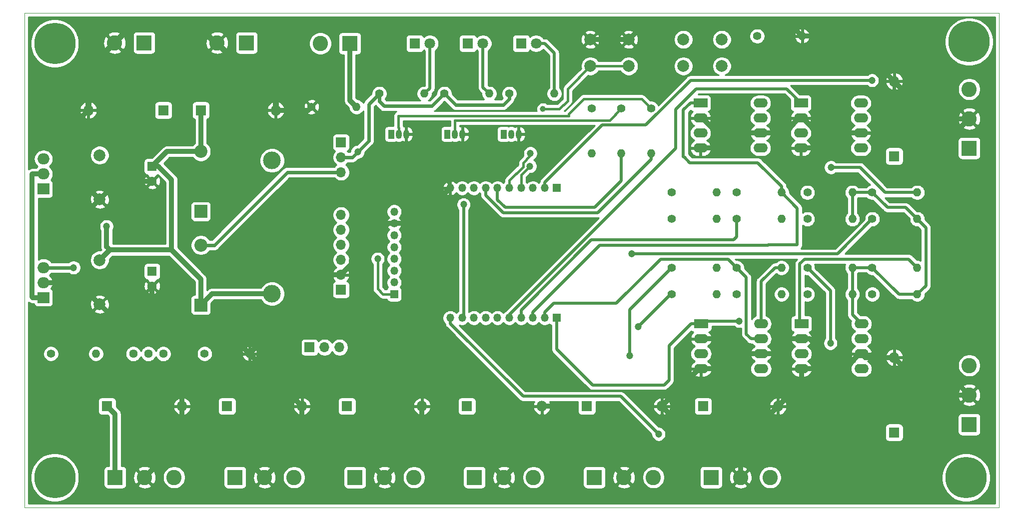
<source format=gbr>
%TF.GenerationSoftware,KiCad,Pcbnew,(5.1.10)-1*%
%TF.CreationDate,2021-08-31T12:59:50-03:00*%
%TF.ProjectId,Test1,54657374-312e-46b6-9963-61645f706362,rev?*%
%TF.SameCoordinates,Original*%
%TF.FileFunction,Copper,L2,Bot*%
%TF.FilePolarity,Positive*%
%FSLAX46Y46*%
G04 Gerber Fmt 4.6, Leading zero omitted, Abs format (unit mm)*
G04 Created by KiCad (PCBNEW (5.1.10)-1) date 2021-08-31 12:59:50*
%MOMM*%
%LPD*%
G01*
G04 APERTURE LIST*
%TA.AperFunction,Profile*%
%ADD10C,0.100000*%
%TD*%
%TA.AperFunction,ComponentPad*%
%ADD11C,2.000000*%
%TD*%
%TA.AperFunction,ComponentPad*%
%ADD12R,1.600000X1.600000*%
%TD*%
%TA.AperFunction,ComponentPad*%
%ADD13C,1.600000*%
%TD*%
%TA.AperFunction,ComponentPad*%
%ADD14O,1.800000X1.800000*%
%TD*%
%TA.AperFunction,ComponentPad*%
%ADD15R,1.800000X1.800000*%
%TD*%
%TA.AperFunction,ComponentPad*%
%ADD16C,1.800000*%
%TD*%
%TA.AperFunction,ComponentPad*%
%ADD17R,2.200000X2.200000*%
%TD*%
%TA.AperFunction,ComponentPad*%
%ADD18O,2.200000X2.200000*%
%TD*%
%TA.AperFunction,ComponentPad*%
%ADD19C,3.000000*%
%TD*%
%TA.AperFunction,ComponentPad*%
%ADD20C,2.600000*%
%TD*%
%TA.AperFunction,ComponentPad*%
%ADD21R,2.600000X2.600000*%
%TD*%
%TA.AperFunction,ComponentPad*%
%ADD22R,1.350000X1.350000*%
%TD*%
%TA.AperFunction,ComponentPad*%
%ADD23O,1.350000X1.350000*%
%TD*%
%TA.AperFunction,ComponentPad*%
%ADD24O,1.700000X1.700000*%
%TD*%
%TA.AperFunction,ComponentPad*%
%ADD25R,1.700000X1.700000*%
%TD*%
%TA.AperFunction,ComponentPad*%
%ADD26R,1.050000X1.500000*%
%TD*%
%TA.AperFunction,ComponentPad*%
%ADD27O,1.050000X1.500000*%
%TD*%
%TA.AperFunction,ComponentPad*%
%ADD28C,1.400000*%
%TD*%
%TA.AperFunction,ComponentPad*%
%ADD29O,1.400000X1.400000*%
%TD*%
%TA.AperFunction,ComponentPad*%
%ADD30C,1.440000*%
%TD*%
%TA.AperFunction,ComponentPad*%
%ADD31O,2.400000X1.600000*%
%TD*%
%TA.AperFunction,ComponentPad*%
%ADD32R,2.400000X1.600000*%
%TD*%
%TA.AperFunction,ComponentPad*%
%ADD33R,2.000000X1.905000*%
%TD*%
%TA.AperFunction,ComponentPad*%
%ADD34O,2.000000X1.905000*%
%TD*%
%TA.AperFunction,ViaPad*%
%ADD35C,7.000000*%
%TD*%
%TA.AperFunction,ViaPad*%
%ADD36C,1.200000*%
%TD*%
%TA.AperFunction,ViaPad*%
%ADD37C,1.000000*%
%TD*%
%TA.AperFunction,Conductor*%
%ADD38C,1.016000*%
%TD*%
%TA.AperFunction,Conductor*%
%ADD39C,0.813000*%
%TD*%
%TA.AperFunction,Conductor*%
%ADD40C,0.406000*%
%TD*%
%TA.AperFunction,Conductor*%
%ADD41C,0.508000*%
%TD*%
%TA.AperFunction,Conductor*%
%ADD42C,0.610000*%
%TD*%
%TA.AperFunction,Conductor*%
%ADD43C,0.254000*%
%TD*%
%TA.AperFunction,Conductor*%
%ADD44C,0.100000*%
%TD*%
G04 APERTURE END LIST*
D10*
X254000000Y-50800000D02*
X254000000Y-134620000D01*
X88900000Y-50800000D02*
X254000000Y-50800000D01*
X88900000Y-134620000D02*
X88900000Y-50800000D01*
X254000000Y-134620000D02*
X88900000Y-134620000D01*
D11*
%TO.P,CREGIN1,1*%
%TO.N,+12V*%
X101600000Y-74930000D03*
%TO.P,CREGIN1,2*%
%TO.N,GND*%
X101600000Y-82430000D03*
%TD*%
%TO.P,CREGIN2,2*%
%TO.N,GND*%
X101600000Y-100210000D03*
%TO.P,CREGIN2,1*%
%TO.N,Vbat*%
X101600000Y-92710000D03*
%TD*%
D12*
%TO.P,CREGOUT1,1*%
%TO.N,Vbat*%
X110490000Y-76835000D03*
D13*
%TO.P,CREGOUT1,2*%
%TO.N,GND*%
X110490000Y-79335000D03*
%TD*%
%TO.P,CREGOUT2,2*%
%TO.N,GND*%
X110490000Y-97115000D03*
D12*
%TO.P,CREGOUT2,1*%
%TO.N,VccMDOT*%
X110490000Y-94615000D03*
%TD*%
D14*
%TO.P,D1,2*%
%TO.N,GND*%
X115570000Y-117475000D03*
D15*
%TO.P,D1,1*%
%TO.N,Net-(D1-Pad1)*%
X102870000Y-117475000D03*
%TD*%
%TO.P,D2,1*%
%TO.N,Net-(D2-Pad1)*%
X123190000Y-117475000D03*
D14*
%TO.P,D2,2*%
%TO.N,GND*%
X135890000Y-117475000D03*
%TD*%
%TO.P,D3,2*%
%TO.N,GND*%
X156210000Y-117475000D03*
D15*
%TO.P,D3,1*%
%TO.N,Net-(D3-Pad1)*%
X143510000Y-117475000D03*
%TD*%
%TO.P,D4,1*%
%TO.N,Net-(D4-Pad1)*%
X163830000Y-117475000D03*
D14*
%TO.P,D4,2*%
%TO.N,GND*%
X176530000Y-117475000D03*
%TD*%
D15*
%TO.P,D5,1*%
%TO.N,Net-(D5-Pad1)*%
X184150000Y-117475000D03*
D14*
%TO.P,D5,2*%
%TO.N,GND*%
X196850000Y-117475000D03*
%TD*%
%TO.P,D6,2*%
%TO.N,GND*%
X216535000Y-117475000D03*
D15*
%TO.P,D6,1*%
%TO.N,Net-(D6-Pad1)*%
X203835000Y-117475000D03*
%TD*%
D14*
%TO.P,D7,2*%
%TO.N,GND*%
X236220000Y-109220000D03*
D15*
%TO.P,D7,1*%
%TO.N,Net-(D7-Pad1)*%
X236220000Y-121920000D03*
%TD*%
%TO.P,D8,1*%
%TO.N,Net-(D8-Pad1)*%
X236220000Y-75100000D03*
D14*
%TO.P,D8,2*%
%TO.N,GND*%
X236220000Y-62400000D03*
%TD*%
D16*
%TO.P,Dled1,2*%
%TO.N,Net-(Dled1-Pad2)*%
X175540000Y-56000000D03*
D15*
%TO.P,Dled1,1*%
%TO.N,Net-(Dled1-Pad1)*%
X173000000Y-56000000D03*
%TD*%
%TO.P,Dled2,1*%
%TO.N,Net-(Dled2-Pad1)*%
X164000000Y-56000000D03*
D16*
%TO.P,Dled2,2*%
%TO.N,Net-(Dled2-Pad2)*%
X166540000Y-56000000D03*
%TD*%
D15*
%TO.P,Dled3,1*%
%TO.N,Net-(Dled3-Pad1)*%
X155000000Y-56000000D03*
D16*
%TO.P,Dled3,2*%
%TO.N,Net-(Dled3-Pad2)*%
X157540000Y-56000000D03*
%TD*%
D14*
%TO.P,Dreg1,2*%
%TO.N,GND*%
X99695000Y-67310000D03*
D15*
%TO.P,Dreg1,1*%
%TO.N,+12V*%
X112395000Y-67310000D03*
%TD*%
D17*
%TO.P,DREG1,1*%
%TO.N,+12V*%
X118745000Y-84455000D03*
D18*
%TO.P,DREG1,2*%
%TO.N,Vbat*%
X118745000Y-74295000D03*
%TD*%
D15*
%TO.P,Dreg2,1*%
%TO.N,Vbat*%
X118745000Y-67310000D03*
D14*
%TO.P,Dreg2,2*%
%TO.N,GND*%
X131445000Y-67310000D03*
%TD*%
D18*
%TO.P,DREG2,2*%
%TO.N,VccMDOT*%
X118745000Y-90170000D03*
D17*
%TO.P,DREG2,1*%
%TO.N,Vbat*%
X118745000Y-100330000D03*
%TD*%
D19*
%TO.P,Fusible1,1*%
%TO.N,Vbat*%
X130810000Y-98425000D03*
%TO.P,Fusible1,2*%
%TO.N,Net-(Fusible1-Pad2)*%
X130810000Y-75825000D03*
%TD*%
D20*
%TO.P,J1,3*%
%TO.N,Net-(J1-Pad3)*%
X114220000Y-129540000D03*
%TO.P,J1,2*%
%TO.N,GND*%
X109220000Y-129540000D03*
D21*
%TO.P,J1,1*%
%TO.N,Net-(D1-Pad1)*%
X104220000Y-129540000D03*
%TD*%
%TO.P,J2,1*%
%TO.N,Net-(D2-Pad1)*%
X124540000Y-129540000D03*
D20*
%TO.P,J2,2*%
%TO.N,GND*%
X129540000Y-129540000D03*
%TO.P,J2,3*%
%TO.N,Net-(J1-Pad3)*%
X134540000Y-129540000D03*
%TD*%
%TO.P,J3,3*%
%TO.N,Net-(J1-Pad3)*%
X154860000Y-129540000D03*
%TO.P,J3,2*%
%TO.N,GND*%
X149860000Y-129540000D03*
D21*
%TO.P,J3,1*%
%TO.N,Net-(D3-Pad1)*%
X144860000Y-129540000D03*
%TD*%
%TO.P,J4,1*%
%TO.N,Net-(D4-Pad1)*%
X165100000Y-129540000D03*
D20*
%TO.P,J4,2*%
%TO.N,GND*%
X170100000Y-129540000D03*
%TO.P,J4,3*%
%TO.N,Net-(J1-Pad3)*%
X175100000Y-129540000D03*
%TD*%
%TO.P,J5,3*%
%TO.N,Net-(J1-Pad3)*%
X195420000Y-129540000D03*
%TO.P,J5,2*%
%TO.N,GND*%
X190420000Y-129540000D03*
D21*
%TO.P,J5,1*%
%TO.N,Net-(D5-Pad1)*%
X185420000Y-129540000D03*
%TD*%
%TO.P,J6,1*%
%TO.N,Net-(D6-Pad1)*%
X205185000Y-129540000D03*
D20*
%TO.P,J6,2*%
%TO.N,GND*%
X210185000Y-129540000D03*
%TO.P,J6,3*%
%TO.N,Net-(J1-Pad3)*%
X215185000Y-129540000D03*
%TD*%
%TO.P,J7,3*%
%TO.N,Net-(J1-Pad3)*%
X248920000Y-110570000D03*
%TO.P,J7,2*%
%TO.N,GND*%
X248920000Y-115570000D03*
D21*
%TO.P,J7,1*%
%TO.N,Net-(D7-Pad1)*%
X248920000Y-120570000D03*
%TD*%
%TO.P,J8,1*%
%TO.N,Net-(D8-Pad1)*%
X248920000Y-73750000D03*
D20*
%TO.P,J8,2*%
%TO.N,GND*%
X248920000Y-68750000D03*
%TO.P,J8,3*%
%TO.N,Net-(J1-Pad3)*%
X248920000Y-63750000D03*
%TD*%
D22*
%TO.P,JabajoMDOT1,1*%
%TO.N,Net-(JUSB1-Pad4)*%
X151500000Y-98500000D03*
D23*
%TO.P,JabajoMDOT1,2*%
%TO.N,Net-(JUSB1-Pad3)*%
X151500000Y-96500000D03*
%TO.P,JabajoMDOT1,3*%
%TO.N,Net-(JabajoMDOT1-Pad3)*%
X151500000Y-94500000D03*
%TO.P,JabajoMDOT1,4*%
%TO.N,Net-(JabajoMDOT1-Pad4)*%
X151500000Y-92500000D03*
%TO.P,JabajoMDOT1,5*%
%TO.N,Net-(JabajoMDOT1-Pad5)*%
X151500000Y-90500000D03*
%TO.P,JabajoMDOT1,6*%
%TO.N,Net-(JabajoMDOT1-Pad6)*%
X151500000Y-88500000D03*
%TO.P,JabajoMDOT1,7*%
%TO.N,GND*%
X151500000Y-86500000D03*
%TO.P,JabajoMDOT1,8*%
%TO.N,3VMdot*%
X151500000Y-84500000D03*
%TD*%
D20*
%TO.P,JBat1,2*%
%TO.N,GND*%
X121500000Y-55880000D03*
D21*
%TO.P,JBat1,1*%
%TO.N,Net-(Fusible1-Pad2)*%
X126500000Y-55880000D03*
%TD*%
D22*
%TO.P,JderMDOT1,1*%
%TO.N,AI1*%
X179000000Y-102500000D03*
D23*
%TO.P,JderMDOT1,2*%
%TO.N,AI2*%
X177000000Y-102500000D03*
%TO.P,JderMDOT1,3*%
%TO.N,AI3*%
X175000000Y-102500000D03*
%TO.P,JderMDOT1,4*%
%TO.N,AI4*%
X173000000Y-102500000D03*
%TO.P,JderMDOT1,5*%
%TO.N,AI5*%
X171000000Y-102500000D03*
%TO.P,JderMDOT1,6*%
%TO.N,AI6*%
X169000000Y-102500000D03*
%TO.P,JderMDOT1,7*%
%TO.N,Net-(JderMDOT1-Pad7)*%
X167000000Y-102500000D03*
%TO.P,JderMDOT1,8*%
%TO.N,DO1*%
X165000000Y-102500000D03*
%TO.P,JderMDOT1,9*%
%TO.N,DIPuerta*%
X163000000Y-102500000D03*
%TO.P,JderMDOT1,10*%
%TO.N,AI8*%
X161000000Y-102500000D03*
%TD*%
%TO.P,JizqMDOT1,10*%
%TO.N,GND*%
X161000000Y-80500000D03*
%TO.P,JizqMDOT1,9*%
%TO.N,Net-(JizqMDOT1-Pad9)*%
X163000000Y-80500000D03*
%TO.P,JizqMDOT1,8*%
%TO.N,Net-(JizqMDOT1-Pad8)*%
X165000000Y-80500000D03*
%TO.P,JizqMDOT1,7*%
%TO.N,DO3*%
X167000000Y-80500000D03*
%TO.P,JizqMDOT1,6*%
%TO.N,DO2*%
X169000000Y-80500000D03*
%TO.P,JizqMDOT1,5*%
%TO.N,Net-(JizqMDOT1-Pad5)*%
X171000000Y-80500000D03*
%TO.P,JizqMDOT1,4*%
%TO.N,Net-(JizqMDOT1-Pad4)*%
X173000000Y-80500000D03*
%TO.P,JizqMDOT1,3*%
%TO.N,DIPuerta*%
X175000000Y-80500000D03*
%TO.P,JizqMDOT1,2*%
%TO.N,AI7*%
X177000000Y-80500000D03*
D22*
%TO.P,JizqMDOT1,1*%
%TO.N,VccMDOT*%
X179000000Y-80500000D03*
%TD*%
D21*
%TO.P,JPanel1,1*%
%TO.N,+12V*%
X109140000Y-55880000D03*
D20*
%TO.P,JPanel1,2*%
%TO.N,GND*%
X104140000Y-55880000D03*
%TD*%
D24*
%TO.P,JPConf&Supply1,3*%
%TO.N,VccMDOT*%
X142500000Y-77830000D03*
%TO.P,JPConf&Supply1,2*%
X142500000Y-75290000D03*
D25*
%TO.P,JPConf&Supply1,1*%
%TO.N,5VUSB*%
X142500000Y-72750000D03*
%TD*%
%TO.P,JPSWPUERTA1,1*%
%TO.N,VccMDOT*%
X137170000Y-107500000D03*
D24*
%TO.P,JPSWPUERTA1,2*%
%TO.N,Net-(JPSWPUERTA1-Pad2)*%
X139710000Y-107500000D03*
%TO.P,JPSWPUERTA1,3*%
%TO.N,3VMdot*%
X142250000Y-107500000D03*
%TD*%
D25*
%TO.P,JUSB1,1*%
%TO.N,5VUSB*%
X142500000Y-97750000D03*
D24*
%TO.P,JUSB1,2*%
%TO.N,GND*%
X142500000Y-95210000D03*
%TO.P,JUSB1,3*%
%TO.N,Net-(JUSB1-Pad3)*%
X142500000Y-92670000D03*
%TO.P,JUSB1,4*%
%TO.N,Net-(JUSB1-Pad4)*%
X142500000Y-90130000D03*
%TO.P,JUSB1,5*%
%TO.N,Net-(JUSB1-Pad5)*%
X142500000Y-87590000D03*
%TO.P,JUSB1,6*%
%TO.N,Net-(JUSB1-Pad6)*%
X142500000Y-85050000D03*
%TD*%
D26*
%TO.P,Q1,1*%
%TO.N,Net-(Dled1-Pad1)*%
X170060000Y-71370000D03*
D27*
%TO.P,Q1,3*%
%TO.N,GND*%
X172600000Y-71370000D03*
%TO.P,Q1,2*%
%TO.N,Net-(Q1-Pad2)*%
X171330000Y-71370000D03*
%TD*%
%TO.P,Q2,2*%
%TO.N,Net-(Q2-Pad2)*%
X161805000Y-71370000D03*
%TO.P,Q2,3*%
%TO.N,GND*%
X163075000Y-71370000D03*
D26*
%TO.P,Q2,1*%
%TO.N,Net-(Dled2-Pad1)*%
X160535000Y-71370000D03*
%TD*%
D27*
%TO.P,Q3,2*%
%TO.N,Net-(Q3-Pad2)*%
X152280000Y-71370000D03*
%TO.P,Q3,3*%
%TO.N,GND*%
X153550000Y-71370000D03*
D26*
%TO.P,Q3,1*%
%TO.N,Net-(Dled3-Pad1)*%
X151010000Y-71370000D03*
%TD*%
D28*
%TO.P,R10,1*%
%TO.N,Net-(D1-Pad1)*%
X198500000Y-98500000D03*
D29*
%TO.P,R10,2*%
%TO.N,3VMdot*%
X206120000Y-98500000D03*
%TD*%
%TO.P,R11,2*%
%TO.N,AI1*%
X217120000Y-98500000D03*
D28*
%TO.P,R11,1*%
%TO.N,3VMdot*%
X209500000Y-98500000D03*
%TD*%
%TO.P,R20,1*%
%TO.N,Net-(D2-Pad1)*%
X198500000Y-94000000D03*
D29*
%TO.P,R20,2*%
%TO.N,3VMdot*%
X206120000Y-94000000D03*
%TD*%
D28*
%TO.P,R21,1*%
%TO.N,AI2*%
X209500000Y-94000000D03*
D29*
%TO.P,R21,2*%
%TO.N,3VMdot*%
X217120000Y-94000000D03*
%TD*%
%TO.P,R30,2*%
%TO.N,3VMdot*%
X206120000Y-81250000D03*
D28*
%TO.P,R30,1*%
%TO.N,Net-(D3-Pad1)*%
X198500000Y-81250000D03*
%TD*%
D29*
%TO.P,R31,2*%
%TO.N,AI3*%
X217120000Y-81250000D03*
D28*
%TO.P,R31,1*%
%TO.N,3VMdot*%
X209500000Y-81250000D03*
%TD*%
%TO.P,R40,1*%
%TO.N,Net-(D4-Pad1)*%
X198500000Y-85750000D03*
D29*
%TO.P,R40,2*%
%TO.N,3VMdot*%
X206120000Y-85750000D03*
%TD*%
%TO.P,R41,2*%
%TO.N,3VMdot*%
X217120000Y-85750000D03*
D28*
%TO.P,R41,1*%
%TO.N,AI4*%
X209500000Y-85750000D03*
%TD*%
%TO.P,R50,1*%
%TO.N,Net-(D5-Pad1)*%
X221500000Y-81250000D03*
D29*
%TO.P,R50,2*%
%TO.N,3VMdot*%
X229120000Y-81250000D03*
%TD*%
%TO.P,R51,2*%
%TO.N,AI5*%
X240120000Y-81250000D03*
D28*
%TO.P,R51,1*%
%TO.N,3VMdot*%
X232500000Y-81250000D03*
%TD*%
%TO.P,R60,1*%
%TO.N,Net-(D6-Pad1)*%
X221500000Y-85750000D03*
D29*
%TO.P,R60,2*%
%TO.N,3VMdot*%
X229120000Y-85750000D03*
%TD*%
%TO.P,R61,2*%
%TO.N,3VMdot*%
X240120000Y-85750000D03*
D28*
%TO.P,R61,1*%
%TO.N,AI6*%
X232500000Y-85750000D03*
%TD*%
%TO.P,R70,1*%
%TO.N,Net-(D7-Pad1)*%
X221500000Y-94000000D03*
D29*
%TO.P,R70,2*%
%TO.N,3VMdot*%
X229120000Y-94000000D03*
%TD*%
%TO.P,R71,2*%
%TO.N,AI7*%
X240120000Y-94000000D03*
D28*
%TO.P,R71,1*%
%TO.N,3VMdot*%
X232500000Y-94000000D03*
%TD*%
%TO.P,R80,1*%
%TO.N,Net-(D8-Pad1)*%
X221500000Y-98500000D03*
D29*
%TO.P,R80,2*%
%TO.N,3VMdot*%
X229120000Y-98500000D03*
%TD*%
%TO.P,R81,2*%
%TO.N,3VMdot*%
X240120000Y-98500000D03*
D28*
%TO.P,R81,1*%
%TO.N,AI8*%
X232500000Y-98500000D03*
%TD*%
D29*
%TO.P,Rb1,2*%
%TO.N,DO1*%
X185000000Y-74620000D03*
D28*
%TO.P,Rb1,1*%
%TO.N,Net-(Q1-Pad2)*%
X185000000Y-67000000D03*
%TD*%
D29*
%TO.P,Rb2,2*%
%TO.N,DO2*%
X190000000Y-74620000D03*
D28*
%TO.P,Rb2,1*%
%TO.N,Net-(Q2-Pad2)*%
X190000000Y-67000000D03*
%TD*%
D29*
%TO.P,Rb3,2*%
%TO.N,DO3*%
X195000000Y-74620000D03*
D28*
%TO.P,Rb3,1*%
%TO.N,Net-(Q3-Pad2)*%
X195000000Y-67000000D03*
%TD*%
%TO.P,Rc1,1*%
%TO.N,VccMDOT*%
X171000000Y-64500000D03*
D29*
%TO.P,Rc1,2*%
%TO.N,Net-(Dled1-Pad2)*%
X178620000Y-64500000D03*
%TD*%
D28*
%TO.P,Rc2,1*%
%TO.N,VccMDOT*%
X160000000Y-64500000D03*
D29*
%TO.P,Rc2,2*%
%TO.N,Net-(Dled2-Pad2)*%
X167620000Y-64500000D03*
%TD*%
%TO.P,Rc3,2*%
%TO.N,Net-(Dled3-Pad2)*%
X156620000Y-64500000D03*
D28*
%TO.P,Rc3,1*%
%TO.N,VccMDOT*%
X149000000Y-64500000D03*
%TD*%
D29*
%TO.P,RDown1,2*%
%TO.N,DIPuerta*%
X145120000Y-66750000D03*
D28*
%TO.P,RDown1,1*%
%TO.N,GND*%
X137500000Y-66750000D03*
%TD*%
%TO.P,RModo1,1*%
%TO.N,Net-(JizqMDOT1-Pad4)*%
X213000000Y-54750000D03*
D29*
%TO.P,RModo1,2*%
%TO.N,GND*%
X220620000Y-54750000D03*
%TD*%
D28*
%TO.P,RREG11,1*%
%TO.N,Vbat*%
X93345000Y-108585000D03*
D29*
%TO.P,RREG11,2*%
%TO.N,Net-(RREG11-Pad2)*%
X100965000Y-108585000D03*
%TD*%
D28*
%TO.P,RREG12,1*%
%TO.N,Net-(RREG12-Pad1)*%
X119380000Y-108585000D03*
D29*
%TO.P,RREG12,2*%
%TO.N,GND*%
X127000000Y-108585000D03*
%TD*%
D30*
%TO.P,RV1,1*%
%TO.N,Net-(RREG11-Pad2)*%
X112395000Y-108585000D03*
%TO.P,RV1,2*%
X109855000Y-108585000D03*
%TO.P,RV1,3*%
%TO.N,Net-(RREG12-Pad1)*%
X107315000Y-108585000D03*
%TD*%
D11*
%TO.P,SWModo1,1*%
%TO.N,Net-(JizqMDOT1-Pad4)*%
X207000000Y-55325000D03*
%TO.P,SWModo1,2*%
%TO.N,3VMdot*%
X207000000Y-59825000D03*
%TO.P,SWModo1,1*%
%TO.N,Net-(JizqMDOT1-Pad4)*%
X200500000Y-55325000D03*
%TO.P,SWModo1,2*%
%TO.N,3VMdot*%
X200500000Y-59825000D03*
%TD*%
%TO.P,SWNReset1,2*%
%TO.N,Net-(JizqMDOT1-Pad5)*%
X184735000Y-59825000D03*
%TO.P,SWNReset1,1*%
%TO.N,GND*%
X184735000Y-55325000D03*
%TO.P,SWNReset1,2*%
%TO.N,Net-(JizqMDOT1-Pad5)*%
X191235000Y-59825000D03*
%TO.P,SWNReset1,1*%
%TO.N,GND*%
X191235000Y-55325000D03*
%TD*%
D21*
%TO.P,SWPanel1,1*%
%TO.N,DIPuerta*%
X144000000Y-56000000D03*
D20*
%TO.P,SWPanel1,2*%
%TO.N,Net-(JPSWPUERTA1-Pad2)*%
X139000000Y-56000000D03*
%TD*%
D31*
%TO.P,U1,8*%
%TO.N,3VMdot*%
X213660000Y-103500000D03*
%TO.P,U1,4*%
%TO.N,GND*%
X203500000Y-111120000D03*
%TO.P,U1,7*%
%TO.N,AI2*%
X213660000Y-106040000D03*
%TO.P,U1,3*%
%TO.N,Net-(D1-Pad1)*%
X203500000Y-108580000D03*
%TO.P,U1,6*%
%TO.N,GND*%
X213660000Y-108580000D03*
%TO.P,U1,2*%
X203500000Y-106040000D03*
%TO.P,U1,5*%
%TO.N,Net-(D2-Pad1)*%
X213660000Y-111120000D03*
D32*
%TO.P,U1,1*%
%TO.N,AI1*%
X203500000Y-103500000D03*
%TD*%
D31*
%TO.P,U2,8*%
%TO.N,3VMdot*%
X213560000Y-66100000D03*
%TO.P,U2,4*%
%TO.N,GND*%
X203400000Y-73720000D03*
%TO.P,U2,7*%
%TO.N,AI4*%
X213560000Y-68640000D03*
%TO.P,U2,3*%
%TO.N,Net-(D3-Pad1)*%
X203400000Y-71180000D03*
%TO.P,U2,6*%
%TO.N,GND*%
X213560000Y-71180000D03*
%TO.P,U2,2*%
X203400000Y-68640000D03*
%TO.P,U2,5*%
%TO.N,Net-(D4-Pad1)*%
X213560000Y-73720000D03*
D32*
%TO.P,U2,1*%
%TO.N,AI3*%
X203400000Y-66100000D03*
%TD*%
%TO.P,U3,1*%
%TO.N,AI5*%
X220400000Y-66100000D03*
D31*
%TO.P,U3,5*%
%TO.N,Net-(D6-Pad1)*%
X230560000Y-73720000D03*
%TO.P,U3,2*%
%TO.N,GND*%
X220400000Y-68640000D03*
%TO.P,U3,6*%
X230560000Y-71180000D03*
%TO.P,U3,3*%
%TO.N,Net-(D5-Pad1)*%
X220400000Y-71180000D03*
%TO.P,U3,7*%
%TO.N,AI6*%
X230560000Y-68640000D03*
%TO.P,U3,4*%
%TO.N,GND*%
X220400000Y-73720000D03*
%TO.P,U3,8*%
%TO.N,3VMdot*%
X230560000Y-66100000D03*
%TD*%
D32*
%TO.P,U4,1*%
%TO.N,AI7*%
X220500000Y-103500000D03*
D31*
%TO.P,U4,5*%
%TO.N,Net-(D8-Pad1)*%
X230660000Y-111120000D03*
%TO.P,U4,2*%
%TO.N,GND*%
X220500000Y-106040000D03*
%TO.P,U4,6*%
X230660000Y-108580000D03*
%TO.P,U4,3*%
%TO.N,Net-(D7-Pad1)*%
X220500000Y-108580000D03*
%TO.P,U4,7*%
%TO.N,AI8*%
X230660000Y-106040000D03*
%TO.P,U4,4*%
%TO.N,GND*%
X220500000Y-111120000D03*
%TO.P,U4,8*%
%TO.N,3VMdot*%
X230660000Y-103500000D03*
%TD*%
D33*
%TO.P,UREG1,1*%
%TO.N,Net-(RREG11-Pad2)*%
X92075000Y-80645000D03*
D34*
%TO.P,UREG1,2*%
%TO.N,Vbat*%
X92075000Y-78105000D03*
%TO.P,UREG1,3*%
%TO.N,+12V*%
X92075000Y-75565000D03*
%TD*%
%TO.P,UREG2,3*%
%TO.N,VccMDOT*%
X92075000Y-93980000D03*
%TO.P,UREG2,2*%
%TO.N,GND*%
X92075000Y-96520000D03*
D33*
%TO.P,UREG2,1*%
%TO.N,Vbat*%
X92075000Y-99060000D03*
%TD*%
D35*
%TO.N,Net-(J1-Pad3)*%
X94000000Y-129550000D03*
X94000000Y-56000000D03*
X248400000Y-129600000D03*
X248900000Y-55700000D03*
D36*
%TO.N,Vbat*%
X102783000Y-87000000D03*
%TO.N,VccMDOT*%
X97180000Y-93980000D03*
X145300000Y-74400000D03*
%TO.N,Net-(D1-Pad1)*%
X192800000Y-104000000D03*
%TO.N,Net-(D2-Pad1)*%
X191400000Y-108900000D03*
%TO.N,Net-(D7-Pad1)*%
X225400000Y-106800000D03*
%TO.N,Net-(JUSB1-Pad4)*%
X148700000Y-92500000D03*
%TO.N,AI1*%
X209950000Y-103050000D03*
%TO.N,AI5*%
X225500000Y-77000000D03*
%TO.N,AI6*%
X191750000Y-91650000D03*
%TO.N,DIPuerta*%
X163250000Y-83300000D03*
%TO.N,AI8*%
X196300000Y-122200000D03*
%TO.N,Net-(JizqMDOT1-Pad5)*%
X174575000Y-74625000D03*
D37*
X176700000Y-67100000D03*
D36*
%TO.N,Net-(JizqMDOT1-Pad4)*%
X174500000Y-76800000D03*
%TO.N,AI7*%
X232450000Y-62250000D03*
%TD*%
D38*
%TO.N,GND*%
X104140000Y-55880000D02*
X99700000Y-60320000D01*
X99700000Y-67305000D02*
X99695000Y-67310000D01*
X99700000Y-60320000D02*
X99700000Y-67305000D01*
X106456001Y-53563999D02*
X118863999Y-53563999D01*
X104140000Y-55880000D02*
X106456001Y-53563999D01*
X121180000Y-55880000D02*
X121500000Y-55880000D01*
X118863999Y-53563999D02*
X121180000Y-55880000D01*
X131445000Y-65825000D02*
X131445000Y-67310000D01*
X121500000Y-55880000D02*
X131445000Y-65825000D01*
D39*
X98795001Y-68209999D02*
X98795001Y-79625001D01*
X98795001Y-79625001D02*
X101600000Y-82430000D01*
X99695000Y-67310000D02*
X98795001Y-68209999D01*
X99685499Y-98295499D02*
X101600000Y-100210000D01*
X99685499Y-84344501D02*
X99685499Y-98295499D01*
X101600000Y-82430000D02*
X99685499Y-84344501D01*
X97910000Y-96520000D02*
X92075000Y-96520000D01*
X101600000Y-100210000D02*
X97910000Y-96520000D01*
X103734501Y-102344501D02*
X113944501Y-102344501D01*
X101600000Y-100210000D02*
X103734501Y-102344501D01*
X113944501Y-102344501D02*
X116200000Y-104600000D01*
X123015000Y-104600000D02*
X127000000Y-108585000D01*
X110490000Y-98890000D02*
X113944501Y-102344501D01*
X110490000Y-97115000D02*
X110490000Y-98890000D01*
X104695000Y-79335000D02*
X101600000Y-82430000D01*
X110490000Y-79335000D02*
X104695000Y-79335000D01*
X136940000Y-67310000D02*
X137500000Y-66750000D01*
X131445000Y-67310000D02*
X136940000Y-67310000D01*
X135890000Y-123190000D02*
X129540000Y-129540000D01*
X135890000Y-117475000D02*
X135890000Y-123190000D01*
X135890000Y-117475000D02*
X127000000Y-108585000D01*
X115570000Y-117475000D02*
X115570000Y-106730000D01*
X117700000Y-104600000D02*
X123015000Y-104600000D01*
X115570000Y-106730000D02*
X117700000Y-104600000D01*
X116200000Y-104600000D02*
X117700000Y-104600000D01*
X115570000Y-123190000D02*
X109220000Y-129540000D01*
X115570000Y-117475000D02*
X115570000Y-123190000D01*
X143510000Y-123190000D02*
X135890000Y-123190000D01*
X149860000Y-129540000D02*
X143510000Y-123190000D01*
X210185000Y-123825000D02*
X216535000Y-117475000D01*
X196850000Y-117475000D02*
X200354501Y-120979501D01*
X176530000Y-117475000D02*
X178075000Y-117475000D01*
X178075000Y-117475000D02*
X180054501Y-119454501D01*
X123190000Y-123190000D02*
X129540000Y-129540000D01*
X115570000Y-123190000D02*
X123190000Y-123190000D01*
X165260000Y-124700000D02*
X170100000Y-129540000D01*
X149860000Y-129540000D02*
X154700000Y-124700000D01*
X156210000Y-117475000D02*
X156210000Y-123690000D01*
X155200000Y-124700000D02*
X165260000Y-124700000D01*
X156210000Y-123690000D02*
X155200000Y-124700000D01*
X154700000Y-124700000D02*
X155200000Y-124700000D01*
X170100000Y-129540000D02*
X173140000Y-126500000D01*
X190420000Y-129120000D02*
X190420000Y-129540000D01*
X187800000Y-126500000D02*
X190420000Y-129120000D01*
X190420000Y-129540000D02*
X193860000Y-126100000D01*
X209770000Y-126100000D02*
X210185000Y-126515000D01*
X210185000Y-126515000D02*
X210185000Y-123825000D01*
X210185000Y-129540000D02*
X210185000Y-126515000D01*
X180054501Y-126454501D02*
X180100000Y-126500000D01*
X180054501Y-119454501D02*
X180054501Y-126454501D01*
X180100000Y-126500000D02*
X187800000Y-126500000D01*
X173140000Y-126500000D02*
X180100000Y-126500000D01*
X200354501Y-125645499D02*
X199900000Y-126100000D01*
X200354501Y-120979501D02*
X200354501Y-125645499D01*
X199900000Y-126100000D02*
X209770000Y-126100000D01*
X193860000Y-126100000D02*
X199900000Y-126100000D01*
X242570000Y-115570000D02*
X236220000Y-109220000D01*
X248920000Y-115570000D02*
X242570000Y-115570000D01*
X231300000Y-109220000D02*
X230660000Y-108580000D01*
X236220000Y-109220000D02*
X231300000Y-109220000D01*
X227835317Y-111120000D02*
X230375317Y-108580000D01*
X230375317Y-108580000D02*
X230660000Y-108580000D01*
X220500000Y-113510000D02*
X216535000Y-117475000D01*
X220500000Y-111120000D02*
X220500000Y-113510000D01*
X220500000Y-106040000D02*
X221840000Y-106040000D01*
X226080000Y-110280000D02*
X226080000Y-111120000D01*
X221840000Y-106040000D02*
X226080000Y-110280000D01*
X226080000Y-111120000D02*
X227835317Y-111120000D01*
X220500000Y-111120000D02*
X226080000Y-111120000D01*
X215947000Y-108580000D02*
X213660000Y-108580000D01*
X218487000Y-106040000D02*
X215947000Y-108580000D01*
X220500000Y-106040000D02*
X218487000Y-106040000D01*
X213660000Y-108580000D02*
X210020000Y-108580000D01*
X207480000Y-111120000D02*
X203500000Y-111120000D01*
X203205000Y-111120000D02*
X196850000Y-117475000D01*
X203500000Y-111120000D02*
X203205000Y-111120000D01*
X210020000Y-108580000D02*
X207480000Y-111120000D01*
X207480000Y-106040000D02*
X210020000Y-108580000D01*
X203500000Y-106040000D02*
X207480000Y-106040000D01*
X246705499Y-70964501D02*
X248920000Y-68750000D01*
X246705499Y-113355499D02*
X246705499Y-70964501D01*
X248920000Y-115570000D02*
X246705499Y-113355499D01*
X242570000Y-68750000D02*
X236220000Y-62400000D01*
X248920000Y-68750000D02*
X242570000Y-68750000D01*
X220684683Y-68640000D02*
X220400000Y-68640000D01*
X223224683Y-71180000D02*
X220684683Y-68640000D01*
X222640000Y-73720000D02*
X220400000Y-73720000D01*
X225180000Y-71180000D02*
X222640000Y-73720000D01*
X230560000Y-71180000D02*
X225180000Y-71180000D01*
X225180000Y-71180000D02*
X223224683Y-71180000D01*
X220115317Y-68640000D02*
X220400000Y-68640000D01*
X217575317Y-71180000D02*
X220115317Y-68640000D01*
X213560000Y-71180000D02*
X217575317Y-71180000D01*
X203684683Y-68640000D02*
X203400000Y-68640000D01*
X206224683Y-71180000D02*
X203684683Y-68640000D01*
X206040000Y-73720000D02*
X203400000Y-73720000D01*
X208580000Y-71180000D02*
X206040000Y-73720000D01*
X213560000Y-71180000D02*
X208580000Y-71180000D01*
X208580000Y-71180000D02*
X206224683Y-71180000D01*
X228570000Y-54750000D02*
X236220000Y-62400000D01*
X220620000Y-54750000D02*
X228570000Y-54750000D01*
D40*
X161000000Y-79976000D02*
X161000000Y-80500000D01*
X153550000Y-72526000D02*
X161000000Y-79976000D01*
X153550000Y-71370000D02*
X153550000Y-72526000D01*
X163075000Y-71370000D02*
X163075000Y-75525000D01*
X161000000Y-77600000D02*
X161000000Y-80500000D01*
X172600000Y-71370000D02*
X172600000Y-75700000D01*
X171200000Y-77100000D02*
X161500000Y-77100000D01*
X172600000Y-75700000D02*
X171200000Y-77100000D01*
X161500000Y-77100000D02*
X161000000Y-77600000D01*
X163075000Y-75525000D02*
X161500000Y-77100000D01*
D39*
X155000000Y-86500000D02*
X151500000Y-86500000D01*
X161000000Y-80500000D02*
X155000000Y-86500000D01*
X144264501Y-93445499D02*
X142500000Y-95210000D01*
X144264501Y-92780905D02*
X144264501Y-93445499D01*
X150545406Y-86500000D02*
X144264501Y-92780905D01*
X151500000Y-86500000D02*
X150545406Y-86500000D01*
X140375000Y-95210000D02*
X127000000Y-108585000D01*
X142500000Y-95210000D02*
X140375000Y-95210000D01*
X191235000Y-55325000D02*
X184735000Y-55325000D01*
X218270000Y-52400000D02*
X220620000Y-54750000D01*
X194160000Y-52400000D02*
X218270000Y-52400000D01*
X191235000Y-55325000D02*
X194160000Y-52400000D01*
D41*
X236220000Y-67228000D02*
X236200000Y-67248000D01*
X236220000Y-62400000D02*
X236220000Y-67228000D01*
X236200000Y-67248000D02*
X236200000Y-68600000D01*
X233620000Y-71180000D02*
X230560000Y-71180000D01*
X236200000Y-68600000D02*
X233620000Y-71180000D01*
D39*
%TO.N,Vbat*%
X120650000Y-98425000D02*
X118745000Y-100330000D01*
X130810000Y-98425000D02*
X120650000Y-98425000D01*
X118745000Y-100330000D02*
X118745000Y-95945000D01*
X118745000Y-95945000D02*
X113800000Y-91000000D01*
X103310000Y-91000000D02*
X101600000Y-92710000D01*
X113800000Y-91000000D02*
X103310000Y-91000000D01*
X118745000Y-74295000D02*
X118745000Y-67310000D01*
X113030000Y-74295000D02*
X110490000Y-76835000D01*
X118745000Y-74295000D02*
X113030000Y-74295000D01*
X110490000Y-76835000D02*
X111535000Y-76835000D01*
X113800000Y-79100000D02*
X113800000Y-91000000D01*
X111535000Y-76835000D02*
X113800000Y-79100000D01*
X102783000Y-90473000D02*
X103310000Y-91000000D01*
X102783000Y-87000000D02*
X102783000Y-90473000D01*
X90262000Y-78105000D02*
X92075000Y-78105000D01*
X90160499Y-78206501D02*
X90262000Y-78105000D01*
X90160499Y-98958499D02*
X90160499Y-78206501D01*
X90262000Y-99060000D02*
X90160499Y-98958499D01*
X92075000Y-99060000D02*
X90262000Y-99060000D01*
D42*
%TO.N,VccMDOT*%
X92075000Y-93980000D02*
X97180000Y-93980000D01*
X97180000Y-93980000D02*
X97180000Y-93980000D01*
X142500000Y-77830000D02*
X133370000Y-77830000D01*
X121030000Y-90170000D02*
X118745000Y-90170000D01*
X133370000Y-77830000D02*
X121030000Y-90170000D01*
X149000000Y-64500000D02*
X147200000Y-66300000D01*
X147200000Y-66300000D02*
X147200000Y-72500000D01*
X147200000Y-72500000D02*
X145300000Y-74400000D01*
X144410000Y-75290000D02*
X142500000Y-75290000D01*
X145300000Y-74400000D02*
X144410000Y-75290000D01*
X160000000Y-64500000D02*
X157900000Y-66600000D01*
X157900000Y-66600000D02*
X149800000Y-66600000D01*
X149000000Y-65800000D02*
X149000000Y-64500000D01*
X149800000Y-66600000D02*
X149000000Y-65800000D01*
X160000000Y-64500000D02*
X161900000Y-66400000D01*
X161900000Y-66400000D02*
X170000000Y-66400000D01*
X171000000Y-65400000D02*
X171000000Y-64500000D01*
X170000000Y-66400000D02*
X171000000Y-65400000D01*
D39*
%TO.N,Net-(D1-Pad1)*%
X104220000Y-118825000D02*
X102870000Y-117475000D01*
X104220000Y-129540000D02*
X104220000Y-118825000D01*
D41*
X198300000Y-98500000D02*
X198500000Y-98500000D01*
X192800000Y-104000000D02*
X198300000Y-98500000D01*
%TO.N,Net-(D2-Pad1)*%
X191400000Y-101100000D02*
X198500000Y-94000000D01*
X191400000Y-108900000D02*
X191400000Y-101100000D01*
%TO.N,Net-(D7-Pad1)*%
X221500000Y-94000000D02*
X225400000Y-97900000D01*
X225400000Y-97900000D02*
X225400000Y-106800000D01*
X225400000Y-106800000D02*
X225400000Y-106800000D01*
%TO.N,Net-(Dled1-Pad2)*%
X175540000Y-56000000D02*
X177000000Y-56000000D01*
X178620000Y-57620000D02*
X178620000Y-64500000D01*
X177000000Y-56000000D02*
X178620000Y-57620000D01*
%TO.N,Net-(Dled2-Pad2)*%
X166540000Y-63420000D02*
X167620000Y-64500000D01*
X166540000Y-56000000D02*
X166540000Y-63420000D01*
%TO.N,Net-(Dled3-Pad2)*%
X157540000Y-63580000D02*
X156620000Y-64500000D01*
X157540000Y-56000000D02*
X157540000Y-63580000D01*
D40*
%TO.N,Net-(JUSB1-Pad4)*%
X148700000Y-92400000D02*
X148700000Y-92500000D01*
X149600000Y-98500000D02*
X151500000Y-98500000D01*
X148700000Y-97600000D02*
X149600000Y-98500000D01*
X148700000Y-92500000D02*
X148700000Y-97600000D01*
D41*
%TO.N,3VMdot*%
X232500000Y-81250000D02*
X235050000Y-83800000D01*
X238170000Y-83800000D02*
X240120000Y-85750000D01*
X235050000Y-83800000D02*
X238170000Y-83800000D01*
X232500000Y-81250000D02*
X229120000Y-81250000D01*
X229120000Y-81250000D02*
X229120000Y-85750000D01*
X241582001Y-97037999D02*
X240120000Y-98500000D01*
X241582001Y-87212001D02*
X241582001Y-97037999D01*
X240120000Y-85750000D02*
X241582001Y-87212001D01*
X237000000Y-98500000D02*
X232500000Y-94000000D01*
X240120000Y-98500000D02*
X237000000Y-98500000D01*
X232500000Y-94000000D02*
X229120000Y-94000000D01*
X229120000Y-94000000D02*
X229120000Y-98500000D01*
X229120000Y-101960000D02*
X230660000Y-103500000D01*
X229120000Y-98500000D02*
X229120000Y-101960000D01*
X213660000Y-103500000D02*
X213660000Y-96340000D01*
X216000000Y-94000000D02*
X217120000Y-94000000D01*
X213660000Y-96340000D02*
X216000000Y-94000000D01*
X213660000Y-96340000D02*
X213660000Y-96340000D01*
%TO.N,AI1*%
X203950000Y-103050000D02*
X203500000Y-103500000D01*
X209950000Y-103050000D02*
X203950000Y-103050000D01*
X201792000Y-103500000D02*
X203500000Y-103500000D01*
X198050000Y-107242000D02*
X201792000Y-103500000D01*
X198050000Y-113050000D02*
X198050000Y-107242000D01*
X179000000Y-102500000D02*
X179000000Y-107800000D01*
X179000000Y-107800000D02*
X185100000Y-113900000D01*
X197200000Y-113900000D02*
X198050000Y-113050000D01*
X185100000Y-113900000D02*
X197200000Y-113900000D01*
%TO.N,AI2*%
X211159601Y-105247601D02*
X211952000Y-106040000D01*
X211952000Y-106040000D02*
X213660000Y-106040000D01*
X211159601Y-95659601D02*
X211159601Y-105247601D01*
X209500000Y-94000000D02*
X211159601Y-95659601D01*
X177000000Y-101545406D02*
X178495406Y-100050000D01*
X177000000Y-102500000D02*
X177000000Y-101545406D01*
X178495406Y-100050000D02*
X189150000Y-100050000D01*
X208037999Y-92537999D02*
X209500000Y-94000000D01*
X196662001Y-92537999D02*
X208037999Y-92537999D01*
X189150000Y-100050000D02*
X196662001Y-92537999D01*
%TO.N,AI3*%
X201692000Y-66100000D02*
X203400000Y-66100000D01*
X200500000Y-67292000D02*
X201692000Y-66100000D01*
X217120000Y-80220000D02*
X213100000Y-76200000D01*
X217120000Y-81250000D02*
X217120000Y-80220000D01*
X200600000Y-75200000D02*
X201600000Y-76200000D01*
X200500000Y-75200000D02*
X200600000Y-75200000D01*
X213100000Y-76200000D02*
X201600000Y-76200000D01*
X200500000Y-75200000D02*
X200500000Y-67292000D01*
X175000000Y-101545406D02*
X186345406Y-90200000D01*
X175000000Y-102500000D02*
X175000000Y-101545406D01*
X214833762Y-90200000D02*
X214883762Y-90150000D01*
X186345406Y-90200000D02*
X214833762Y-90200000D01*
X214883762Y-90150000D02*
X219800000Y-90150000D01*
X219800000Y-83930000D02*
X217120000Y-81250000D01*
X219800000Y-90150000D02*
X219800000Y-83930000D01*
%TO.N,AI4*%
X209500000Y-85750000D02*
X209500000Y-88750000D01*
X209500000Y-88750000D02*
X209000000Y-89250000D01*
X173000000Y-101167992D02*
X173000000Y-102500000D01*
X184917992Y-89250000D02*
X173000000Y-101167992D01*
X209000000Y-89250000D02*
X184917992Y-89250000D01*
%TO.N,AI5*%
X234663762Y-81250000D02*
X230413762Y-77000000D01*
X240120000Y-81250000D02*
X234663762Y-81250000D01*
X230413762Y-77000000D02*
X225500000Y-77000000D01*
X225500000Y-77000000D02*
X225500000Y-77000000D01*
X218000000Y-63700000D02*
X218075000Y-63775000D01*
X202700000Y-63700000D02*
X218000000Y-63700000D01*
X199200000Y-73746664D02*
X199200000Y-67202718D01*
X171000000Y-102500000D02*
X171000000Y-101946664D01*
X202700000Y-63702718D02*
X202700000Y-63700000D01*
X218075000Y-63775000D02*
X220400000Y-66100000D01*
X199200000Y-67202718D02*
X202700000Y-63702718D01*
X171000000Y-101946664D02*
X199200000Y-73746664D01*
%TO.N,AI6*%
X226600000Y-91650000D02*
X232500000Y-85750000D01*
X191750000Y-91650000D02*
X226600000Y-91650000D01*
D39*
%TO.N,DIPuerta*%
X144000000Y-65630000D02*
X145120000Y-66750000D01*
X144000000Y-56000000D02*
X144000000Y-65630000D01*
D41*
X163250000Y-102250000D02*
X163000000Y-102500000D01*
X163250000Y-83300000D02*
X163250000Y-102250000D01*
%TO.N,AI8*%
X173358405Y-115812999D02*
X189912999Y-115812999D01*
X161000000Y-103454594D02*
X173358405Y-115812999D01*
X161000000Y-102500000D02*
X161000000Y-103454594D01*
X189912999Y-115812999D02*
X196300000Y-122200000D01*
X196300000Y-122200000D02*
X196300000Y-122200000D01*
X196300000Y-122200000D02*
X196300000Y-122200000D01*
%TO.N,DO3*%
X169942282Y-84663610D02*
X167000000Y-81721328D01*
X167000000Y-81721328D02*
X167000000Y-80500000D01*
X185946339Y-84663610D02*
X169942282Y-84663610D01*
X195000000Y-75609949D02*
X185946339Y-84663610D01*
X195000000Y-74620000D02*
X195000000Y-75609949D01*
%TO.N,DO2*%
X190000000Y-74620000D02*
X190000000Y-79300000D01*
X190000000Y-79300000D02*
X185500000Y-83800000D01*
X185500000Y-83800000D02*
X170300000Y-83800000D01*
X169000000Y-82500000D02*
X169000000Y-80500000D01*
X170300000Y-83800000D02*
X169000000Y-82500000D01*
D40*
%TO.N,Net-(JizqMDOT1-Pad5)*%
X191235000Y-59825000D02*
X184735000Y-59825000D01*
X184735000Y-59825000D02*
X180900000Y-63660000D01*
X180900000Y-63660000D02*
X180900000Y-65700000D01*
X180900000Y-65700000D02*
X179500000Y-67100000D01*
X179500000Y-67100000D02*
X177700000Y-67100000D01*
X177700000Y-67100000D02*
X176700000Y-67100000D01*
X176700000Y-67100000D02*
X176700000Y-67100000D01*
X171000000Y-79222922D02*
X171000000Y-80500000D01*
X173341399Y-76881523D02*
X171000000Y-79222922D01*
X173341399Y-76243871D02*
X173341399Y-76881523D01*
X174500000Y-75085270D02*
X173341399Y-76243871D01*
X174500000Y-74700000D02*
X174500000Y-75085270D01*
%TO.N,Net-(JizqMDOT1-Pad4)*%
X174500000Y-76800000D02*
X173000000Y-78300000D01*
X173000000Y-78300000D02*
X173000000Y-80500000D01*
D41*
%TO.N,AI7*%
X220190399Y-103190399D02*
X220500000Y-103500000D01*
X220190399Y-93371391D02*
X220190399Y-103190399D01*
X221023791Y-92537999D02*
X220190399Y-93371391D01*
X238657999Y-92537999D02*
X221023791Y-92537999D01*
X240120000Y-94000000D02*
X238657999Y-92537999D01*
X194120600Y-69817610D02*
X201688210Y-62250000D01*
X177000000Y-79545406D02*
X186727796Y-69817610D01*
X186727796Y-69817610D02*
X194120600Y-69817610D01*
X177000000Y-80500000D02*
X177000000Y-79545406D01*
X201688210Y-62250000D02*
X232450000Y-62250000D01*
X232450000Y-62250000D02*
X232450000Y-62250000D01*
D40*
%TO.N,Net-(Q2-Pad2)*%
X161805000Y-71370000D02*
X161805000Y-69005000D01*
X187995000Y-69005000D02*
X190000000Y-67000000D01*
X161805000Y-69005000D02*
X187995000Y-69005000D01*
%TO.N,Net-(Q3-Pad2)*%
X152200000Y-68300000D02*
X181000000Y-68300000D01*
X181100000Y-67900000D02*
X183600000Y-65400000D01*
X193400000Y-65400000D02*
X195000000Y-67000000D01*
X183600000Y-65400000D02*
X193400000Y-65400000D01*
X181056610Y-68243390D02*
X181000000Y-68243390D01*
X181100000Y-68200000D02*
X181056610Y-68243390D01*
X181100000Y-67900000D02*
X181100000Y-68200000D01*
X152200000Y-70200000D02*
X152280000Y-70280000D01*
X152280000Y-70280000D02*
X152280000Y-71370000D01*
X152200000Y-68300000D02*
X152200000Y-70200000D01*
%TD*%
D43*
%TO.N,GND*%
X253315001Y-133935000D02*
X89585000Y-133935000D01*
X89585000Y-129142738D01*
X89865000Y-129142738D01*
X89865000Y-129957262D01*
X90023906Y-130756135D01*
X90335611Y-131508657D01*
X90788136Y-132185909D01*
X91364091Y-132761864D01*
X92041343Y-133214389D01*
X92793865Y-133526094D01*
X93592738Y-133685000D01*
X94407262Y-133685000D01*
X95206135Y-133526094D01*
X95958657Y-133214389D01*
X96635909Y-132761864D01*
X97211864Y-132185909D01*
X97664389Y-131508657D01*
X97976094Y-130756135D01*
X98135000Y-129957262D01*
X98135000Y-129142738D01*
X97976094Y-128343865D01*
X97664389Y-127591343D01*
X97211864Y-126914091D01*
X96635909Y-126338136D01*
X95958657Y-125885611D01*
X95206135Y-125573906D01*
X94407262Y-125415000D01*
X93592738Y-125415000D01*
X92793865Y-125573906D01*
X92041343Y-125885611D01*
X91364091Y-126338136D01*
X90788136Y-126914091D01*
X90335611Y-127591343D01*
X90023906Y-128343865D01*
X89865000Y-129142738D01*
X89585000Y-129142738D01*
X89585000Y-116575000D01*
X101331928Y-116575000D01*
X101331928Y-118375000D01*
X101344188Y-118499482D01*
X101380498Y-118619180D01*
X101439463Y-118729494D01*
X101518815Y-118826185D01*
X101615506Y-118905537D01*
X101725820Y-118964502D01*
X101845518Y-119000812D01*
X101970000Y-119013072D01*
X102935169Y-119013072D01*
X103178501Y-119256404D01*
X103178500Y-127601928D01*
X102920000Y-127601928D01*
X102795518Y-127614188D01*
X102675820Y-127650498D01*
X102565506Y-127709463D01*
X102468815Y-127788815D01*
X102389463Y-127885506D01*
X102330498Y-127995820D01*
X102294188Y-128115518D01*
X102281928Y-128240000D01*
X102281928Y-130840000D01*
X102294188Y-130964482D01*
X102330498Y-131084180D01*
X102389463Y-131194494D01*
X102468815Y-131291185D01*
X102565506Y-131370537D01*
X102675820Y-131429502D01*
X102795518Y-131465812D01*
X102920000Y-131478072D01*
X105520000Y-131478072D01*
X105644482Y-131465812D01*
X105764180Y-131429502D01*
X105874494Y-131370537D01*
X105971185Y-131291185D01*
X106050537Y-131194494D01*
X106109502Y-131084180D01*
X106145812Y-130964482D01*
X106153224Y-130889224D01*
X108050381Y-130889224D01*
X108182317Y-131184312D01*
X108523045Y-131355159D01*
X108890557Y-131456250D01*
X109270729Y-131483701D01*
X109648951Y-131436457D01*
X110010690Y-131316333D01*
X110257683Y-131184312D01*
X110389619Y-130889224D01*
X109220000Y-129719605D01*
X108050381Y-130889224D01*
X106153224Y-130889224D01*
X106158072Y-130840000D01*
X106158072Y-129590729D01*
X107276299Y-129590729D01*
X107323543Y-129968951D01*
X107443667Y-130330690D01*
X107575688Y-130577683D01*
X107870776Y-130709619D01*
X109040395Y-129540000D01*
X109399605Y-129540000D01*
X110569224Y-130709619D01*
X110864312Y-130577683D01*
X111035159Y-130236955D01*
X111136250Y-129869443D01*
X111163701Y-129489271D01*
X111146232Y-129349419D01*
X112285000Y-129349419D01*
X112285000Y-129730581D01*
X112359361Y-130104419D01*
X112505225Y-130456566D01*
X112716987Y-130773491D01*
X112986509Y-131043013D01*
X113303434Y-131254775D01*
X113655581Y-131400639D01*
X114029419Y-131475000D01*
X114410581Y-131475000D01*
X114784419Y-131400639D01*
X115136566Y-131254775D01*
X115453491Y-131043013D01*
X115723013Y-130773491D01*
X115934775Y-130456566D01*
X116080639Y-130104419D01*
X116155000Y-129730581D01*
X116155000Y-129349419D01*
X116080639Y-128975581D01*
X115934775Y-128623434D01*
X115723013Y-128306509D01*
X115656504Y-128240000D01*
X122601928Y-128240000D01*
X122601928Y-130840000D01*
X122614188Y-130964482D01*
X122650498Y-131084180D01*
X122709463Y-131194494D01*
X122788815Y-131291185D01*
X122885506Y-131370537D01*
X122995820Y-131429502D01*
X123115518Y-131465812D01*
X123240000Y-131478072D01*
X125840000Y-131478072D01*
X125964482Y-131465812D01*
X126084180Y-131429502D01*
X126194494Y-131370537D01*
X126291185Y-131291185D01*
X126370537Y-131194494D01*
X126429502Y-131084180D01*
X126465812Y-130964482D01*
X126473224Y-130889224D01*
X128370381Y-130889224D01*
X128502317Y-131184312D01*
X128843045Y-131355159D01*
X129210557Y-131456250D01*
X129590729Y-131483701D01*
X129968951Y-131436457D01*
X130330690Y-131316333D01*
X130577683Y-131184312D01*
X130709619Y-130889224D01*
X129540000Y-129719605D01*
X128370381Y-130889224D01*
X126473224Y-130889224D01*
X126478072Y-130840000D01*
X126478072Y-129590729D01*
X127596299Y-129590729D01*
X127643543Y-129968951D01*
X127763667Y-130330690D01*
X127895688Y-130577683D01*
X128190776Y-130709619D01*
X129360395Y-129540000D01*
X129719605Y-129540000D01*
X130889224Y-130709619D01*
X131184312Y-130577683D01*
X131355159Y-130236955D01*
X131456250Y-129869443D01*
X131483701Y-129489271D01*
X131466232Y-129349419D01*
X132605000Y-129349419D01*
X132605000Y-129730581D01*
X132679361Y-130104419D01*
X132825225Y-130456566D01*
X133036987Y-130773491D01*
X133306509Y-131043013D01*
X133623434Y-131254775D01*
X133975581Y-131400639D01*
X134349419Y-131475000D01*
X134730581Y-131475000D01*
X135104419Y-131400639D01*
X135456566Y-131254775D01*
X135773491Y-131043013D01*
X136043013Y-130773491D01*
X136254775Y-130456566D01*
X136400639Y-130104419D01*
X136475000Y-129730581D01*
X136475000Y-129349419D01*
X136400639Y-128975581D01*
X136254775Y-128623434D01*
X136043013Y-128306509D01*
X135976504Y-128240000D01*
X142921928Y-128240000D01*
X142921928Y-130840000D01*
X142934188Y-130964482D01*
X142970498Y-131084180D01*
X143029463Y-131194494D01*
X143108815Y-131291185D01*
X143205506Y-131370537D01*
X143315820Y-131429502D01*
X143435518Y-131465812D01*
X143560000Y-131478072D01*
X146160000Y-131478072D01*
X146284482Y-131465812D01*
X146404180Y-131429502D01*
X146514494Y-131370537D01*
X146611185Y-131291185D01*
X146690537Y-131194494D01*
X146749502Y-131084180D01*
X146785812Y-130964482D01*
X146793224Y-130889224D01*
X148690381Y-130889224D01*
X148822317Y-131184312D01*
X149163045Y-131355159D01*
X149530557Y-131456250D01*
X149910729Y-131483701D01*
X150288951Y-131436457D01*
X150650690Y-131316333D01*
X150897683Y-131184312D01*
X151029619Y-130889224D01*
X149860000Y-129719605D01*
X148690381Y-130889224D01*
X146793224Y-130889224D01*
X146798072Y-130840000D01*
X146798072Y-129590729D01*
X147916299Y-129590729D01*
X147963543Y-129968951D01*
X148083667Y-130330690D01*
X148215688Y-130577683D01*
X148510776Y-130709619D01*
X149680395Y-129540000D01*
X150039605Y-129540000D01*
X151209224Y-130709619D01*
X151504312Y-130577683D01*
X151675159Y-130236955D01*
X151776250Y-129869443D01*
X151803701Y-129489271D01*
X151786232Y-129349419D01*
X152925000Y-129349419D01*
X152925000Y-129730581D01*
X152999361Y-130104419D01*
X153145225Y-130456566D01*
X153356987Y-130773491D01*
X153626509Y-131043013D01*
X153943434Y-131254775D01*
X154295581Y-131400639D01*
X154669419Y-131475000D01*
X155050581Y-131475000D01*
X155424419Y-131400639D01*
X155776566Y-131254775D01*
X156093491Y-131043013D01*
X156363013Y-130773491D01*
X156574775Y-130456566D01*
X156720639Y-130104419D01*
X156795000Y-129730581D01*
X156795000Y-129349419D01*
X156720639Y-128975581D01*
X156574775Y-128623434D01*
X156363013Y-128306509D01*
X156296504Y-128240000D01*
X163161928Y-128240000D01*
X163161928Y-130840000D01*
X163174188Y-130964482D01*
X163210498Y-131084180D01*
X163269463Y-131194494D01*
X163348815Y-131291185D01*
X163445506Y-131370537D01*
X163555820Y-131429502D01*
X163675518Y-131465812D01*
X163800000Y-131478072D01*
X166400000Y-131478072D01*
X166524482Y-131465812D01*
X166644180Y-131429502D01*
X166754494Y-131370537D01*
X166851185Y-131291185D01*
X166930537Y-131194494D01*
X166989502Y-131084180D01*
X167025812Y-130964482D01*
X167033224Y-130889224D01*
X168930381Y-130889224D01*
X169062317Y-131184312D01*
X169403045Y-131355159D01*
X169770557Y-131456250D01*
X170150729Y-131483701D01*
X170528951Y-131436457D01*
X170890690Y-131316333D01*
X171137683Y-131184312D01*
X171269619Y-130889224D01*
X170100000Y-129719605D01*
X168930381Y-130889224D01*
X167033224Y-130889224D01*
X167038072Y-130840000D01*
X167038072Y-129590729D01*
X168156299Y-129590729D01*
X168203543Y-129968951D01*
X168323667Y-130330690D01*
X168455688Y-130577683D01*
X168750776Y-130709619D01*
X169920395Y-129540000D01*
X170279605Y-129540000D01*
X171449224Y-130709619D01*
X171744312Y-130577683D01*
X171915159Y-130236955D01*
X172016250Y-129869443D01*
X172043701Y-129489271D01*
X172026232Y-129349419D01*
X173165000Y-129349419D01*
X173165000Y-129730581D01*
X173239361Y-130104419D01*
X173385225Y-130456566D01*
X173596987Y-130773491D01*
X173866509Y-131043013D01*
X174183434Y-131254775D01*
X174535581Y-131400639D01*
X174909419Y-131475000D01*
X175290581Y-131475000D01*
X175664419Y-131400639D01*
X176016566Y-131254775D01*
X176333491Y-131043013D01*
X176603013Y-130773491D01*
X176814775Y-130456566D01*
X176960639Y-130104419D01*
X177035000Y-129730581D01*
X177035000Y-129349419D01*
X176960639Y-128975581D01*
X176814775Y-128623434D01*
X176603013Y-128306509D01*
X176536504Y-128240000D01*
X183481928Y-128240000D01*
X183481928Y-130840000D01*
X183494188Y-130964482D01*
X183530498Y-131084180D01*
X183589463Y-131194494D01*
X183668815Y-131291185D01*
X183765506Y-131370537D01*
X183875820Y-131429502D01*
X183995518Y-131465812D01*
X184120000Y-131478072D01*
X186720000Y-131478072D01*
X186844482Y-131465812D01*
X186964180Y-131429502D01*
X187074494Y-131370537D01*
X187171185Y-131291185D01*
X187250537Y-131194494D01*
X187309502Y-131084180D01*
X187345812Y-130964482D01*
X187353224Y-130889224D01*
X189250381Y-130889224D01*
X189382317Y-131184312D01*
X189723045Y-131355159D01*
X190090557Y-131456250D01*
X190470729Y-131483701D01*
X190848951Y-131436457D01*
X191210690Y-131316333D01*
X191457683Y-131184312D01*
X191589619Y-130889224D01*
X190420000Y-129719605D01*
X189250381Y-130889224D01*
X187353224Y-130889224D01*
X187358072Y-130840000D01*
X187358072Y-129590729D01*
X188476299Y-129590729D01*
X188523543Y-129968951D01*
X188643667Y-130330690D01*
X188775688Y-130577683D01*
X189070776Y-130709619D01*
X190240395Y-129540000D01*
X190599605Y-129540000D01*
X191769224Y-130709619D01*
X192064312Y-130577683D01*
X192235159Y-130236955D01*
X192336250Y-129869443D01*
X192363701Y-129489271D01*
X192346232Y-129349419D01*
X193485000Y-129349419D01*
X193485000Y-129730581D01*
X193559361Y-130104419D01*
X193705225Y-130456566D01*
X193916987Y-130773491D01*
X194186509Y-131043013D01*
X194503434Y-131254775D01*
X194855581Y-131400639D01*
X195229419Y-131475000D01*
X195610581Y-131475000D01*
X195984419Y-131400639D01*
X196336566Y-131254775D01*
X196653491Y-131043013D01*
X196923013Y-130773491D01*
X197134775Y-130456566D01*
X197280639Y-130104419D01*
X197355000Y-129730581D01*
X197355000Y-129349419D01*
X197280639Y-128975581D01*
X197134775Y-128623434D01*
X196923013Y-128306509D01*
X196856504Y-128240000D01*
X203246928Y-128240000D01*
X203246928Y-130840000D01*
X203259188Y-130964482D01*
X203295498Y-131084180D01*
X203354463Y-131194494D01*
X203433815Y-131291185D01*
X203530506Y-131370537D01*
X203640820Y-131429502D01*
X203760518Y-131465812D01*
X203885000Y-131478072D01*
X206485000Y-131478072D01*
X206609482Y-131465812D01*
X206729180Y-131429502D01*
X206839494Y-131370537D01*
X206936185Y-131291185D01*
X207015537Y-131194494D01*
X207074502Y-131084180D01*
X207110812Y-130964482D01*
X207118224Y-130889224D01*
X209015381Y-130889224D01*
X209147317Y-131184312D01*
X209488045Y-131355159D01*
X209855557Y-131456250D01*
X210235729Y-131483701D01*
X210613951Y-131436457D01*
X210975690Y-131316333D01*
X211222683Y-131184312D01*
X211354619Y-130889224D01*
X210185000Y-129719605D01*
X209015381Y-130889224D01*
X207118224Y-130889224D01*
X207123072Y-130840000D01*
X207123072Y-129590729D01*
X208241299Y-129590729D01*
X208288543Y-129968951D01*
X208408667Y-130330690D01*
X208540688Y-130577683D01*
X208835776Y-130709619D01*
X210005395Y-129540000D01*
X210364605Y-129540000D01*
X211534224Y-130709619D01*
X211829312Y-130577683D01*
X212000159Y-130236955D01*
X212101250Y-129869443D01*
X212128701Y-129489271D01*
X212111232Y-129349419D01*
X213250000Y-129349419D01*
X213250000Y-129730581D01*
X213324361Y-130104419D01*
X213470225Y-130456566D01*
X213681987Y-130773491D01*
X213951509Y-131043013D01*
X214268434Y-131254775D01*
X214620581Y-131400639D01*
X214994419Y-131475000D01*
X215375581Y-131475000D01*
X215749419Y-131400639D01*
X216101566Y-131254775D01*
X216418491Y-131043013D01*
X216688013Y-130773491D01*
X216899775Y-130456566D01*
X217045639Y-130104419D01*
X217120000Y-129730581D01*
X217120000Y-129349419D01*
X217088835Y-129192738D01*
X244265000Y-129192738D01*
X244265000Y-130007262D01*
X244423906Y-130806135D01*
X244735611Y-131558657D01*
X245188136Y-132235909D01*
X245764091Y-132811864D01*
X246441343Y-133264389D01*
X247193865Y-133576094D01*
X247992738Y-133735000D01*
X248807262Y-133735000D01*
X249606135Y-133576094D01*
X250358657Y-133264389D01*
X251035909Y-132811864D01*
X251611864Y-132235909D01*
X252064389Y-131558657D01*
X252376094Y-130806135D01*
X252535000Y-130007262D01*
X252535000Y-129192738D01*
X252376094Y-128393865D01*
X252064389Y-127641343D01*
X251611864Y-126964091D01*
X251035909Y-126388136D01*
X250358657Y-125935611D01*
X249606135Y-125623906D01*
X248807262Y-125465000D01*
X247992738Y-125465000D01*
X247193865Y-125623906D01*
X246441343Y-125935611D01*
X245764091Y-126388136D01*
X245188136Y-126964091D01*
X244735611Y-127641343D01*
X244423906Y-128393865D01*
X244265000Y-129192738D01*
X217088835Y-129192738D01*
X217045639Y-128975581D01*
X216899775Y-128623434D01*
X216688013Y-128306509D01*
X216418491Y-128036987D01*
X216101566Y-127825225D01*
X215749419Y-127679361D01*
X215375581Y-127605000D01*
X214994419Y-127605000D01*
X214620581Y-127679361D01*
X214268434Y-127825225D01*
X213951509Y-128036987D01*
X213681987Y-128306509D01*
X213470225Y-128623434D01*
X213324361Y-128975581D01*
X213250000Y-129349419D01*
X212111232Y-129349419D01*
X212081457Y-129111049D01*
X211961333Y-128749310D01*
X211829312Y-128502317D01*
X211534224Y-128370381D01*
X210364605Y-129540000D01*
X210005395Y-129540000D01*
X208835776Y-128370381D01*
X208540688Y-128502317D01*
X208369841Y-128843045D01*
X208268750Y-129210557D01*
X208241299Y-129590729D01*
X207123072Y-129590729D01*
X207123072Y-128240000D01*
X207118225Y-128190776D01*
X209015381Y-128190776D01*
X210185000Y-129360395D01*
X211354619Y-128190776D01*
X211222683Y-127895688D01*
X210881955Y-127724841D01*
X210514443Y-127623750D01*
X210134271Y-127596299D01*
X209756049Y-127643543D01*
X209394310Y-127763667D01*
X209147317Y-127895688D01*
X209015381Y-128190776D01*
X207118225Y-128190776D01*
X207110812Y-128115518D01*
X207074502Y-127995820D01*
X207015537Y-127885506D01*
X206936185Y-127788815D01*
X206839494Y-127709463D01*
X206729180Y-127650498D01*
X206609482Y-127614188D01*
X206485000Y-127601928D01*
X203885000Y-127601928D01*
X203760518Y-127614188D01*
X203640820Y-127650498D01*
X203530506Y-127709463D01*
X203433815Y-127788815D01*
X203354463Y-127885506D01*
X203295498Y-127995820D01*
X203259188Y-128115518D01*
X203246928Y-128240000D01*
X196856504Y-128240000D01*
X196653491Y-128036987D01*
X196336566Y-127825225D01*
X195984419Y-127679361D01*
X195610581Y-127605000D01*
X195229419Y-127605000D01*
X194855581Y-127679361D01*
X194503434Y-127825225D01*
X194186509Y-128036987D01*
X193916987Y-128306509D01*
X193705225Y-128623434D01*
X193559361Y-128975581D01*
X193485000Y-129349419D01*
X192346232Y-129349419D01*
X192316457Y-129111049D01*
X192196333Y-128749310D01*
X192064312Y-128502317D01*
X191769224Y-128370381D01*
X190599605Y-129540000D01*
X190240395Y-129540000D01*
X189070776Y-128370381D01*
X188775688Y-128502317D01*
X188604841Y-128843045D01*
X188503750Y-129210557D01*
X188476299Y-129590729D01*
X187358072Y-129590729D01*
X187358072Y-128240000D01*
X187353225Y-128190776D01*
X189250381Y-128190776D01*
X190420000Y-129360395D01*
X191589619Y-128190776D01*
X191457683Y-127895688D01*
X191116955Y-127724841D01*
X190749443Y-127623750D01*
X190369271Y-127596299D01*
X189991049Y-127643543D01*
X189629310Y-127763667D01*
X189382317Y-127895688D01*
X189250381Y-128190776D01*
X187353225Y-128190776D01*
X187345812Y-128115518D01*
X187309502Y-127995820D01*
X187250537Y-127885506D01*
X187171185Y-127788815D01*
X187074494Y-127709463D01*
X186964180Y-127650498D01*
X186844482Y-127614188D01*
X186720000Y-127601928D01*
X184120000Y-127601928D01*
X183995518Y-127614188D01*
X183875820Y-127650498D01*
X183765506Y-127709463D01*
X183668815Y-127788815D01*
X183589463Y-127885506D01*
X183530498Y-127995820D01*
X183494188Y-128115518D01*
X183481928Y-128240000D01*
X176536504Y-128240000D01*
X176333491Y-128036987D01*
X176016566Y-127825225D01*
X175664419Y-127679361D01*
X175290581Y-127605000D01*
X174909419Y-127605000D01*
X174535581Y-127679361D01*
X174183434Y-127825225D01*
X173866509Y-128036987D01*
X173596987Y-128306509D01*
X173385225Y-128623434D01*
X173239361Y-128975581D01*
X173165000Y-129349419D01*
X172026232Y-129349419D01*
X171996457Y-129111049D01*
X171876333Y-128749310D01*
X171744312Y-128502317D01*
X171449224Y-128370381D01*
X170279605Y-129540000D01*
X169920395Y-129540000D01*
X168750776Y-128370381D01*
X168455688Y-128502317D01*
X168284841Y-128843045D01*
X168183750Y-129210557D01*
X168156299Y-129590729D01*
X167038072Y-129590729D01*
X167038072Y-128240000D01*
X167033225Y-128190776D01*
X168930381Y-128190776D01*
X170100000Y-129360395D01*
X171269619Y-128190776D01*
X171137683Y-127895688D01*
X170796955Y-127724841D01*
X170429443Y-127623750D01*
X170049271Y-127596299D01*
X169671049Y-127643543D01*
X169309310Y-127763667D01*
X169062317Y-127895688D01*
X168930381Y-128190776D01*
X167033225Y-128190776D01*
X167025812Y-128115518D01*
X166989502Y-127995820D01*
X166930537Y-127885506D01*
X166851185Y-127788815D01*
X166754494Y-127709463D01*
X166644180Y-127650498D01*
X166524482Y-127614188D01*
X166400000Y-127601928D01*
X163800000Y-127601928D01*
X163675518Y-127614188D01*
X163555820Y-127650498D01*
X163445506Y-127709463D01*
X163348815Y-127788815D01*
X163269463Y-127885506D01*
X163210498Y-127995820D01*
X163174188Y-128115518D01*
X163161928Y-128240000D01*
X156296504Y-128240000D01*
X156093491Y-128036987D01*
X155776566Y-127825225D01*
X155424419Y-127679361D01*
X155050581Y-127605000D01*
X154669419Y-127605000D01*
X154295581Y-127679361D01*
X153943434Y-127825225D01*
X153626509Y-128036987D01*
X153356987Y-128306509D01*
X153145225Y-128623434D01*
X152999361Y-128975581D01*
X152925000Y-129349419D01*
X151786232Y-129349419D01*
X151756457Y-129111049D01*
X151636333Y-128749310D01*
X151504312Y-128502317D01*
X151209224Y-128370381D01*
X150039605Y-129540000D01*
X149680395Y-129540000D01*
X148510776Y-128370381D01*
X148215688Y-128502317D01*
X148044841Y-128843045D01*
X147943750Y-129210557D01*
X147916299Y-129590729D01*
X146798072Y-129590729D01*
X146798072Y-128240000D01*
X146793225Y-128190776D01*
X148690381Y-128190776D01*
X149860000Y-129360395D01*
X151029619Y-128190776D01*
X150897683Y-127895688D01*
X150556955Y-127724841D01*
X150189443Y-127623750D01*
X149809271Y-127596299D01*
X149431049Y-127643543D01*
X149069310Y-127763667D01*
X148822317Y-127895688D01*
X148690381Y-128190776D01*
X146793225Y-128190776D01*
X146785812Y-128115518D01*
X146749502Y-127995820D01*
X146690537Y-127885506D01*
X146611185Y-127788815D01*
X146514494Y-127709463D01*
X146404180Y-127650498D01*
X146284482Y-127614188D01*
X146160000Y-127601928D01*
X143560000Y-127601928D01*
X143435518Y-127614188D01*
X143315820Y-127650498D01*
X143205506Y-127709463D01*
X143108815Y-127788815D01*
X143029463Y-127885506D01*
X142970498Y-127995820D01*
X142934188Y-128115518D01*
X142921928Y-128240000D01*
X135976504Y-128240000D01*
X135773491Y-128036987D01*
X135456566Y-127825225D01*
X135104419Y-127679361D01*
X134730581Y-127605000D01*
X134349419Y-127605000D01*
X133975581Y-127679361D01*
X133623434Y-127825225D01*
X133306509Y-128036987D01*
X133036987Y-128306509D01*
X132825225Y-128623434D01*
X132679361Y-128975581D01*
X132605000Y-129349419D01*
X131466232Y-129349419D01*
X131436457Y-129111049D01*
X131316333Y-128749310D01*
X131184312Y-128502317D01*
X130889224Y-128370381D01*
X129719605Y-129540000D01*
X129360395Y-129540000D01*
X128190776Y-128370381D01*
X127895688Y-128502317D01*
X127724841Y-128843045D01*
X127623750Y-129210557D01*
X127596299Y-129590729D01*
X126478072Y-129590729D01*
X126478072Y-128240000D01*
X126473225Y-128190776D01*
X128370381Y-128190776D01*
X129540000Y-129360395D01*
X130709619Y-128190776D01*
X130577683Y-127895688D01*
X130236955Y-127724841D01*
X129869443Y-127623750D01*
X129489271Y-127596299D01*
X129111049Y-127643543D01*
X128749310Y-127763667D01*
X128502317Y-127895688D01*
X128370381Y-128190776D01*
X126473225Y-128190776D01*
X126465812Y-128115518D01*
X126429502Y-127995820D01*
X126370537Y-127885506D01*
X126291185Y-127788815D01*
X126194494Y-127709463D01*
X126084180Y-127650498D01*
X125964482Y-127614188D01*
X125840000Y-127601928D01*
X123240000Y-127601928D01*
X123115518Y-127614188D01*
X122995820Y-127650498D01*
X122885506Y-127709463D01*
X122788815Y-127788815D01*
X122709463Y-127885506D01*
X122650498Y-127995820D01*
X122614188Y-128115518D01*
X122601928Y-128240000D01*
X115656504Y-128240000D01*
X115453491Y-128036987D01*
X115136566Y-127825225D01*
X114784419Y-127679361D01*
X114410581Y-127605000D01*
X114029419Y-127605000D01*
X113655581Y-127679361D01*
X113303434Y-127825225D01*
X112986509Y-128036987D01*
X112716987Y-128306509D01*
X112505225Y-128623434D01*
X112359361Y-128975581D01*
X112285000Y-129349419D01*
X111146232Y-129349419D01*
X111116457Y-129111049D01*
X110996333Y-128749310D01*
X110864312Y-128502317D01*
X110569224Y-128370381D01*
X109399605Y-129540000D01*
X109040395Y-129540000D01*
X107870776Y-128370381D01*
X107575688Y-128502317D01*
X107404841Y-128843045D01*
X107303750Y-129210557D01*
X107276299Y-129590729D01*
X106158072Y-129590729D01*
X106158072Y-128240000D01*
X106153225Y-128190776D01*
X108050381Y-128190776D01*
X109220000Y-129360395D01*
X110389619Y-128190776D01*
X110257683Y-127895688D01*
X109916955Y-127724841D01*
X109549443Y-127623750D01*
X109169271Y-127596299D01*
X108791049Y-127643543D01*
X108429310Y-127763667D01*
X108182317Y-127895688D01*
X108050381Y-128190776D01*
X106153225Y-128190776D01*
X106145812Y-128115518D01*
X106109502Y-127995820D01*
X106050537Y-127885506D01*
X105971185Y-127788815D01*
X105874494Y-127709463D01*
X105764180Y-127650498D01*
X105644482Y-127614188D01*
X105520000Y-127601928D01*
X105261500Y-127601928D01*
X105261500Y-118876158D01*
X105266539Y-118824999D01*
X105255504Y-118712962D01*
X105246430Y-118620830D01*
X105186876Y-118424507D01*
X105090165Y-118243574D01*
X104960015Y-118084985D01*
X104920271Y-118052368D01*
X104707643Y-117839740D01*
X114078964Y-117839740D01*
X114127606Y-118000107D01*
X114257764Y-118271414D01*
X114438351Y-118512116D01*
X114662427Y-118712962D01*
X114921380Y-118866234D01*
X115205259Y-118966041D01*
X115443000Y-118845992D01*
X115443000Y-117602000D01*
X115697000Y-117602000D01*
X115697000Y-118845992D01*
X115934741Y-118966041D01*
X116218620Y-118866234D01*
X116477573Y-118712962D01*
X116701649Y-118512116D01*
X116882236Y-118271414D01*
X117012394Y-118000107D01*
X117061036Y-117839740D01*
X116940378Y-117602000D01*
X115697000Y-117602000D01*
X115443000Y-117602000D01*
X114199622Y-117602000D01*
X114078964Y-117839740D01*
X104707643Y-117839740D01*
X104408072Y-117540169D01*
X104408072Y-117110260D01*
X114078964Y-117110260D01*
X114199622Y-117348000D01*
X115443000Y-117348000D01*
X115443000Y-116104008D01*
X115697000Y-116104008D01*
X115697000Y-117348000D01*
X116940378Y-117348000D01*
X117061036Y-117110260D01*
X117012394Y-116949893D01*
X116882236Y-116678586D01*
X116804521Y-116575000D01*
X121651928Y-116575000D01*
X121651928Y-118375000D01*
X121664188Y-118499482D01*
X121700498Y-118619180D01*
X121759463Y-118729494D01*
X121838815Y-118826185D01*
X121935506Y-118905537D01*
X122045820Y-118964502D01*
X122165518Y-119000812D01*
X122290000Y-119013072D01*
X124090000Y-119013072D01*
X124214482Y-119000812D01*
X124334180Y-118964502D01*
X124444494Y-118905537D01*
X124541185Y-118826185D01*
X124620537Y-118729494D01*
X124679502Y-118619180D01*
X124715812Y-118499482D01*
X124728072Y-118375000D01*
X124728072Y-117839740D01*
X134398964Y-117839740D01*
X134447606Y-118000107D01*
X134577764Y-118271414D01*
X134758351Y-118512116D01*
X134982427Y-118712962D01*
X135241380Y-118866234D01*
X135525259Y-118966041D01*
X135763000Y-118845992D01*
X135763000Y-117602000D01*
X136017000Y-117602000D01*
X136017000Y-118845992D01*
X136254741Y-118966041D01*
X136538620Y-118866234D01*
X136797573Y-118712962D01*
X137021649Y-118512116D01*
X137202236Y-118271414D01*
X137332394Y-118000107D01*
X137381036Y-117839740D01*
X137260378Y-117602000D01*
X136017000Y-117602000D01*
X135763000Y-117602000D01*
X134519622Y-117602000D01*
X134398964Y-117839740D01*
X124728072Y-117839740D01*
X124728072Y-117110260D01*
X134398964Y-117110260D01*
X134519622Y-117348000D01*
X135763000Y-117348000D01*
X135763000Y-116104008D01*
X136017000Y-116104008D01*
X136017000Y-117348000D01*
X137260378Y-117348000D01*
X137381036Y-117110260D01*
X137332394Y-116949893D01*
X137202236Y-116678586D01*
X137124521Y-116575000D01*
X141971928Y-116575000D01*
X141971928Y-118375000D01*
X141984188Y-118499482D01*
X142020498Y-118619180D01*
X142079463Y-118729494D01*
X142158815Y-118826185D01*
X142255506Y-118905537D01*
X142365820Y-118964502D01*
X142485518Y-119000812D01*
X142610000Y-119013072D01*
X144410000Y-119013072D01*
X144534482Y-119000812D01*
X144654180Y-118964502D01*
X144764494Y-118905537D01*
X144861185Y-118826185D01*
X144940537Y-118729494D01*
X144999502Y-118619180D01*
X145035812Y-118499482D01*
X145048072Y-118375000D01*
X145048072Y-117839740D01*
X154718964Y-117839740D01*
X154767606Y-118000107D01*
X154897764Y-118271414D01*
X155078351Y-118512116D01*
X155302427Y-118712962D01*
X155561380Y-118866234D01*
X155845259Y-118966041D01*
X156083000Y-118845992D01*
X156083000Y-117602000D01*
X156337000Y-117602000D01*
X156337000Y-118845992D01*
X156574741Y-118966041D01*
X156858620Y-118866234D01*
X157117573Y-118712962D01*
X157341649Y-118512116D01*
X157522236Y-118271414D01*
X157652394Y-118000107D01*
X157701036Y-117839740D01*
X157580378Y-117602000D01*
X156337000Y-117602000D01*
X156083000Y-117602000D01*
X154839622Y-117602000D01*
X154718964Y-117839740D01*
X145048072Y-117839740D01*
X145048072Y-117110260D01*
X154718964Y-117110260D01*
X154839622Y-117348000D01*
X156083000Y-117348000D01*
X156083000Y-116104008D01*
X156337000Y-116104008D01*
X156337000Y-117348000D01*
X157580378Y-117348000D01*
X157701036Y-117110260D01*
X157652394Y-116949893D01*
X157522236Y-116678586D01*
X157444521Y-116575000D01*
X162291928Y-116575000D01*
X162291928Y-118375000D01*
X162304188Y-118499482D01*
X162340498Y-118619180D01*
X162399463Y-118729494D01*
X162478815Y-118826185D01*
X162575506Y-118905537D01*
X162685820Y-118964502D01*
X162805518Y-119000812D01*
X162930000Y-119013072D01*
X164730000Y-119013072D01*
X164854482Y-119000812D01*
X164974180Y-118964502D01*
X165084494Y-118905537D01*
X165181185Y-118826185D01*
X165260537Y-118729494D01*
X165319502Y-118619180D01*
X165355812Y-118499482D01*
X165368072Y-118375000D01*
X165368072Y-117839740D01*
X175038964Y-117839740D01*
X175087606Y-118000107D01*
X175217764Y-118271414D01*
X175398351Y-118512116D01*
X175622427Y-118712962D01*
X175881380Y-118866234D01*
X176165259Y-118966041D01*
X176403000Y-118845992D01*
X176403000Y-117602000D01*
X176657000Y-117602000D01*
X176657000Y-118845992D01*
X176894741Y-118966041D01*
X177178620Y-118866234D01*
X177437573Y-118712962D01*
X177661649Y-118512116D01*
X177842236Y-118271414D01*
X177972394Y-118000107D01*
X178021036Y-117839740D01*
X177900378Y-117602000D01*
X176657000Y-117602000D01*
X176403000Y-117602000D01*
X175159622Y-117602000D01*
X175038964Y-117839740D01*
X165368072Y-117839740D01*
X165368072Y-116575000D01*
X165355812Y-116450518D01*
X165319502Y-116330820D01*
X165260537Y-116220506D01*
X165181185Y-116123815D01*
X165084494Y-116044463D01*
X164974180Y-115985498D01*
X164854482Y-115949188D01*
X164730000Y-115936928D01*
X162930000Y-115936928D01*
X162805518Y-115949188D01*
X162685820Y-115985498D01*
X162575506Y-116044463D01*
X162478815Y-116123815D01*
X162399463Y-116220506D01*
X162340498Y-116330820D01*
X162304188Y-116450518D01*
X162291928Y-116575000D01*
X157444521Y-116575000D01*
X157341649Y-116437884D01*
X157117573Y-116237038D01*
X156858620Y-116083766D01*
X156574741Y-115983959D01*
X156337000Y-116104008D01*
X156083000Y-116104008D01*
X155845259Y-115983959D01*
X155561380Y-116083766D01*
X155302427Y-116237038D01*
X155078351Y-116437884D01*
X154897764Y-116678586D01*
X154767606Y-116949893D01*
X154718964Y-117110260D01*
X145048072Y-117110260D01*
X145048072Y-116575000D01*
X145035812Y-116450518D01*
X144999502Y-116330820D01*
X144940537Y-116220506D01*
X144861185Y-116123815D01*
X144764494Y-116044463D01*
X144654180Y-115985498D01*
X144534482Y-115949188D01*
X144410000Y-115936928D01*
X142610000Y-115936928D01*
X142485518Y-115949188D01*
X142365820Y-115985498D01*
X142255506Y-116044463D01*
X142158815Y-116123815D01*
X142079463Y-116220506D01*
X142020498Y-116330820D01*
X141984188Y-116450518D01*
X141971928Y-116575000D01*
X137124521Y-116575000D01*
X137021649Y-116437884D01*
X136797573Y-116237038D01*
X136538620Y-116083766D01*
X136254741Y-115983959D01*
X136017000Y-116104008D01*
X135763000Y-116104008D01*
X135525259Y-115983959D01*
X135241380Y-116083766D01*
X134982427Y-116237038D01*
X134758351Y-116437884D01*
X134577764Y-116678586D01*
X134447606Y-116949893D01*
X134398964Y-117110260D01*
X124728072Y-117110260D01*
X124728072Y-116575000D01*
X124715812Y-116450518D01*
X124679502Y-116330820D01*
X124620537Y-116220506D01*
X124541185Y-116123815D01*
X124444494Y-116044463D01*
X124334180Y-115985498D01*
X124214482Y-115949188D01*
X124090000Y-115936928D01*
X122290000Y-115936928D01*
X122165518Y-115949188D01*
X122045820Y-115985498D01*
X121935506Y-116044463D01*
X121838815Y-116123815D01*
X121759463Y-116220506D01*
X121700498Y-116330820D01*
X121664188Y-116450518D01*
X121651928Y-116575000D01*
X116804521Y-116575000D01*
X116701649Y-116437884D01*
X116477573Y-116237038D01*
X116218620Y-116083766D01*
X115934741Y-115983959D01*
X115697000Y-116104008D01*
X115443000Y-116104008D01*
X115205259Y-115983959D01*
X114921380Y-116083766D01*
X114662427Y-116237038D01*
X114438351Y-116437884D01*
X114257764Y-116678586D01*
X114127606Y-116949893D01*
X114078964Y-117110260D01*
X104408072Y-117110260D01*
X104408072Y-116575000D01*
X104395812Y-116450518D01*
X104359502Y-116330820D01*
X104300537Y-116220506D01*
X104221185Y-116123815D01*
X104124494Y-116044463D01*
X104014180Y-115985498D01*
X103894482Y-115949188D01*
X103770000Y-115936928D01*
X101970000Y-115936928D01*
X101845518Y-115949188D01*
X101725820Y-115985498D01*
X101615506Y-116044463D01*
X101518815Y-116123815D01*
X101439463Y-116220506D01*
X101380498Y-116330820D01*
X101344188Y-116450518D01*
X101331928Y-116575000D01*
X89585000Y-116575000D01*
X89585000Y-108453514D01*
X92010000Y-108453514D01*
X92010000Y-108716486D01*
X92061304Y-108974405D01*
X92161939Y-109217359D01*
X92308038Y-109436013D01*
X92493987Y-109621962D01*
X92712641Y-109768061D01*
X92955595Y-109868696D01*
X93213514Y-109920000D01*
X93476486Y-109920000D01*
X93734405Y-109868696D01*
X93977359Y-109768061D01*
X94196013Y-109621962D01*
X94381962Y-109436013D01*
X94528061Y-109217359D01*
X94628696Y-108974405D01*
X94680000Y-108716486D01*
X94680000Y-108453514D01*
X99630000Y-108453514D01*
X99630000Y-108716486D01*
X99681304Y-108974405D01*
X99781939Y-109217359D01*
X99928038Y-109436013D01*
X100113987Y-109621962D01*
X100332641Y-109768061D01*
X100575595Y-109868696D01*
X100833514Y-109920000D01*
X101096486Y-109920000D01*
X101354405Y-109868696D01*
X101597359Y-109768061D01*
X101816013Y-109621962D01*
X102001962Y-109436013D01*
X102148061Y-109217359D01*
X102248696Y-108974405D01*
X102300000Y-108716486D01*
X102300000Y-108453514D01*
X102299609Y-108451544D01*
X105960000Y-108451544D01*
X105960000Y-108718456D01*
X106012072Y-108980239D01*
X106114215Y-109226833D01*
X106262503Y-109448762D01*
X106451238Y-109637497D01*
X106673167Y-109785785D01*
X106919761Y-109887928D01*
X107181544Y-109940000D01*
X107448456Y-109940000D01*
X107710239Y-109887928D01*
X107956833Y-109785785D01*
X108178762Y-109637497D01*
X108367497Y-109448762D01*
X108515785Y-109226833D01*
X108585000Y-109059734D01*
X108654215Y-109226833D01*
X108802503Y-109448762D01*
X108991238Y-109637497D01*
X109213167Y-109785785D01*
X109459761Y-109887928D01*
X109721544Y-109940000D01*
X109988456Y-109940000D01*
X110250239Y-109887928D01*
X110496833Y-109785785D01*
X110718762Y-109637497D01*
X110907497Y-109448762D01*
X111055785Y-109226833D01*
X111125000Y-109059734D01*
X111194215Y-109226833D01*
X111342503Y-109448762D01*
X111531238Y-109637497D01*
X111753167Y-109785785D01*
X111999761Y-109887928D01*
X112261544Y-109940000D01*
X112528456Y-109940000D01*
X112790239Y-109887928D01*
X113036833Y-109785785D01*
X113258762Y-109637497D01*
X113447497Y-109448762D01*
X113595785Y-109226833D01*
X113697928Y-108980239D01*
X113750000Y-108718456D01*
X113750000Y-108453514D01*
X118045000Y-108453514D01*
X118045000Y-108716486D01*
X118096304Y-108974405D01*
X118196939Y-109217359D01*
X118343038Y-109436013D01*
X118528987Y-109621962D01*
X118747641Y-109768061D01*
X118990595Y-109868696D01*
X119248514Y-109920000D01*
X119511486Y-109920000D01*
X119769405Y-109868696D01*
X120012359Y-109768061D01*
X120231013Y-109621962D01*
X120416962Y-109436013D01*
X120563061Y-109217359D01*
X120663696Y-108974405D01*
X120674850Y-108918329D01*
X125707284Y-108918329D01*
X125739953Y-109026044D01*
X125850208Y-109263392D01*
X126004649Y-109474670D01*
X126197340Y-109651759D01*
X126420877Y-109787853D01*
X126666670Y-109877722D01*
X126873000Y-109755201D01*
X126873000Y-108712000D01*
X127127000Y-108712000D01*
X127127000Y-109755201D01*
X127333330Y-109877722D01*
X127579123Y-109787853D01*
X127802660Y-109651759D01*
X127995351Y-109474670D01*
X128149792Y-109263392D01*
X128260047Y-109026044D01*
X128292716Y-108918329D01*
X128169374Y-108712000D01*
X127127000Y-108712000D01*
X126873000Y-108712000D01*
X125830626Y-108712000D01*
X125707284Y-108918329D01*
X120674850Y-108918329D01*
X120715000Y-108716486D01*
X120715000Y-108453514D01*
X120674851Y-108251671D01*
X125707284Y-108251671D01*
X125830626Y-108458000D01*
X126873000Y-108458000D01*
X126873000Y-107414799D01*
X127127000Y-107414799D01*
X127127000Y-108458000D01*
X128169374Y-108458000D01*
X128292716Y-108251671D01*
X128260047Y-108143956D01*
X128149792Y-107906608D01*
X127995351Y-107695330D01*
X127802660Y-107518241D01*
X127579123Y-107382147D01*
X127333330Y-107292278D01*
X127127000Y-107414799D01*
X126873000Y-107414799D01*
X126666670Y-107292278D01*
X126420877Y-107382147D01*
X126197340Y-107518241D01*
X126004649Y-107695330D01*
X125850208Y-107906608D01*
X125739953Y-108143956D01*
X125707284Y-108251671D01*
X120674851Y-108251671D01*
X120663696Y-108195595D01*
X120563061Y-107952641D01*
X120416962Y-107733987D01*
X120231013Y-107548038D01*
X120012359Y-107401939D01*
X119769405Y-107301304D01*
X119511486Y-107250000D01*
X119248514Y-107250000D01*
X118990595Y-107301304D01*
X118747641Y-107401939D01*
X118528987Y-107548038D01*
X118343038Y-107733987D01*
X118196939Y-107952641D01*
X118096304Y-108195595D01*
X118045000Y-108453514D01*
X113750000Y-108453514D01*
X113750000Y-108451544D01*
X113697928Y-108189761D01*
X113595785Y-107943167D01*
X113447497Y-107721238D01*
X113258762Y-107532503D01*
X113036833Y-107384215D01*
X112790239Y-107282072D01*
X112528456Y-107230000D01*
X112261544Y-107230000D01*
X111999761Y-107282072D01*
X111753167Y-107384215D01*
X111531238Y-107532503D01*
X111342503Y-107721238D01*
X111194215Y-107943167D01*
X111125000Y-108110266D01*
X111055785Y-107943167D01*
X110907497Y-107721238D01*
X110718762Y-107532503D01*
X110496833Y-107384215D01*
X110250239Y-107282072D01*
X109988456Y-107230000D01*
X109721544Y-107230000D01*
X109459761Y-107282072D01*
X109213167Y-107384215D01*
X108991238Y-107532503D01*
X108802503Y-107721238D01*
X108654215Y-107943167D01*
X108585000Y-108110266D01*
X108515785Y-107943167D01*
X108367497Y-107721238D01*
X108178762Y-107532503D01*
X107956833Y-107384215D01*
X107710239Y-107282072D01*
X107448456Y-107230000D01*
X107181544Y-107230000D01*
X106919761Y-107282072D01*
X106673167Y-107384215D01*
X106451238Y-107532503D01*
X106262503Y-107721238D01*
X106114215Y-107943167D01*
X106012072Y-108189761D01*
X105960000Y-108451544D01*
X102299609Y-108451544D01*
X102248696Y-108195595D01*
X102148061Y-107952641D01*
X102001962Y-107733987D01*
X101816013Y-107548038D01*
X101597359Y-107401939D01*
X101354405Y-107301304D01*
X101096486Y-107250000D01*
X100833514Y-107250000D01*
X100575595Y-107301304D01*
X100332641Y-107401939D01*
X100113987Y-107548038D01*
X99928038Y-107733987D01*
X99781939Y-107952641D01*
X99681304Y-108195595D01*
X99630000Y-108453514D01*
X94680000Y-108453514D01*
X94628696Y-108195595D01*
X94528061Y-107952641D01*
X94381962Y-107733987D01*
X94196013Y-107548038D01*
X93977359Y-107401939D01*
X93734405Y-107301304D01*
X93476486Y-107250000D01*
X93213514Y-107250000D01*
X92955595Y-107301304D01*
X92712641Y-107401939D01*
X92493987Y-107548038D01*
X92308038Y-107733987D01*
X92161939Y-107952641D01*
X92061304Y-108195595D01*
X92010000Y-108453514D01*
X89585000Y-108453514D01*
X89585000Y-106650000D01*
X135681928Y-106650000D01*
X135681928Y-108350000D01*
X135694188Y-108474482D01*
X135730498Y-108594180D01*
X135789463Y-108704494D01*
X135868815Y-108801185D01*
X135965506Y-108880537D01*
X136075820Y-108939502D01*
X136195518Y-108975812D01*
X136320000Y-108988072D01*
X138020000Y-108988072D01*
X138144482Y-108975812D01*
X138264180Y-108939502D01*
X138374494Y-108880537D01*
X138471185Y-108801185D01*
X138550537Y-108704494D01*
X138609502Y-108594180D01*
X138631513Y-108521620D01*
X138763368Y-108653475D01*
X139006589Y-108815990D01*
X139276842Y-108927932D01*
X139563740Y-108985000D01*
X139856260Y-108985000D01*
X140143158Y-108927932D01*
X140413411Y-108815990D01*
X140656632Y-108653475D01*
X140863475Y-108446632D01*
X140980000Y-108272240D01*
X141096525Y-108446632D01*
X141303368Y-108653475D01*
X141546589Y-108815990D01*
X141816842Y-108927932D01*
X142103740Y-108985000D01*
X142396260Y-108985000D01*
X142683158Y-108927932D01*
X142953411Y-108815990D01*
X143196632Y-108653475D01*
X143403475Y-108446632D01*
X143565990Y-108203411D01*
X143677932Y-107933158D01*
X143735000Y-107646260D01*
X143735000Y-107353740D01*
X143677932Y-107066842D01*
X143565990Y-106796589D01*
X143403475Y-106553368D01*
X143196632Y-106346525D01*
X142953411Y-106184010D01*
X142683158Y-106072068D01*
X142396260Y-106015000D01*
X142103740Y-106015000D01*
X141816842Y-106072068D01*
X141546589Y-106184010D01*
X141303368Y-106346525D01*
X141096525Y-106553368D01*
X140980000Y-106727760D01*
X140863475Y-106553368D01*
X140656632Y-106346525D01*
X140413411Y-106184010D01*
X140143158Y-106072068D01*
X139856260Y-106015000D01*
X139563740Y-106015000D01*
X139276842Y-106072068D01*
X139006589Y-106184010D01*
X138763368Y-106346525D01*
X138631513Y-106478380D01*
X138609502Y-106405820D01*
X138550537Y-106295506D01*
X138471185Y-106198815D01*
X138374494Y-106119463D01*
X138264180Y-106060498D01*
X138144482Y-106024188D01*
X138020000Y-106011928D01*
X136320000Y-106011928D01*
X136195518Y-106024188D01*
X136075820Y-106060498D01*
X135965506Y-106119463D01*
X135868815Y-106198815D01*
X135789463Y-106295506D01*
X135730498Y-106405820D01*
X135694188Y-106525518D01*
X135681928Y-106650000D01*
X89585000Y-106650000D01*
X89585000Y-101345413D01*
X100644192Y-101345413D01*
X100739956Y-101609814D01*
X101029571Y-101750704D01*
X101341108Y-101832384D01*
X101662595Y-101851718D01*
X101981675Y-101807961D01*
X102286088Y-101702795D01*
X102460044Y-101609814D01*
X102555808Y-101345413D01*
X101600000Y-100389605D01*
X100644192Y-101345413D01*
X89585000Y-101345413D01*
X89585000Y-99851730D01*
X89680574Y-99930165D01*
X89861507Y-100026876D01*
X90057830Y-100086430D01*
X90210838Y-100101500D01*
X90210840Y-100101500D01*
X90261999Y-100106539D01*
X90313158Y-100101500D01*
X90445693Y-100101500D01*
X90449188Y-100136982D01*
X90485498Y-100256680D01*
X90544463Y-100366994D01*
X90623815Y-100463685D01*
X90720506Y-100543037D01*
X90830820Y-100602002D01*
X90950518Y-100638312D01*
X91075000Y-100650572D01*
X93075000Y-100650572D01*
X93199482Y-100638312D01*
X93319180Y-100602002D01*
X93429494Y-100543037D01*
X93526185Y-100463685D01*
X93605537Y-100366994D01*
X93655995Y-100272595D01*
X99958282Y-100272595D01*
X100002039Y-100591675D01*
X100107205Y-100896088D01*
X100200186Y-101070044D01*
X100464587Y-101165808D01*
X101420395Y-100210000D01*
X101779605Y-100210000D01*
X102735413Y-101165808D01*
X102999814Y-101070044D01*
X103140704Y-100780429D01*
X103222384Y-100468892D01*
X103241718Y-100147405D01*
X103197961Y-99828325D01*
X103092795Y-99523912D01*
X102999814Y-99349956D01*
X102735413Y-99254192D01*
X101779605Y-100210000D01*
X101420395Y-100210000D01*
X100464587Y-99254192D01*
X100200186Y-99349956D01*
X100059296Y-99639571D01*
X99977616Y-99951108D01*
X99958282Y-100272595D01*
X93655995Y-100272595D01*
X93664502Y-100256680D01*
X93700812Y-100136982D01*
X93713072Y-100012500D01*
X93713072Y-99074587D01*
X100644192Y-99074587D01*
X101600000Y-100030395D01*
X102555808Y-99074587D01*
X102460044Y-98810186D01*
X102170429Y-98669296D01*
X101858892Y-98587616D01*
X101537405Y-98568282D01*
X101218325Y-98612039D01*
X100913912Y-98717205D01*
X100739956Y-98810186D01*
X100644192Y-99074587D01*
X93713072Y-99074587D01*
X93713072Y-98107702D01*
X109676903Y-98107702D01*
X109748486Y-98351671D01*
X110003996Y-98472571D01*
X110278184Y-98541300D01*
X110560512Y-98555217D01*
X110840130Y-98513787D01*
X111106292Y-98418603D01*
X111231514Y-98351671D01*
X111303097Y-98107702D01*
X110490000Y-97294605D01*
X109676903Y-98107702D01*
X93713072Y-98107702D01*
X93713072Y-98107500D01*
X93700812Y-97983018D01*
X93664502Y-97863320D01*
X93605537Y-97753006D01*
X93526185Y-97656315D01*
X93429494Y-97576963D01*
X93337781Y-97527941D01*
X93450969Y-97386923D01*
X93555827Y-97185512D01*
X109049783Y-97185512D01*
X109091213Y-97465130D01*
X109186397Y-97731292D01*
X109253329Y-97856514D01*
X109497298Y-97928097D01*
X110310395Y-97115000D01*
X110669605Y-97115000D01*
X111482702Y-97928097D01*
X111726671Y-97856514D01*
X111847571Y-97601004D01*
X111916300Y-97326816D01*
X111930217Y-97044488D01*
X111888787Y-96764870D01*
X111793603Y-96498708D01*
X111726671Y-96373486D01*
X111482702Y-96301903D01*
X110669605Y-97115000D01*
X110310395Y-97115000D01*
X109497298Y-96301903D01*
X109253329Y-96373486D01*
X109132429Y-96628996D01*
X109063700Y-96903184D01*
X109049783Y-97185512D01*
X93555827Y-97185512D01*
X93594571Y-97111094D01*
X93665563Y-96892980D01*
X93545594Y-96647000D01*
X92202000Y-96647000D01*
X92202000Y-96667000D01*
X91948000Y-96667000D01*
X91948000Y-96647000D01*
X91928000Y-96647000D01*
X91928000Y-96393000D01*
X91948000Y-96393000D01*
X91948000Y-96373000D01*
X92202000Y-96373000D01*
X92202000Y-96393000D01*
X93545594Y-96393000D01*
X93665563Y-96147020D01*
X93594571Y-95928906D01*
X93450969Y-95653077D01*
X93256315Y-95410563D01*
X93071101Y-95255163D01*
X93250463Y-95107963D01*
X93404721Y-94920000D01*
X96373446Y-94920000D01*
X96392733Y-94939287D01*
X96595008Y-95074443D01*
X96819764Y-95167540D01*
X97058363Y-95215000D01*
X97301637Y-95215000D01*
X97540236Y-95167540D01*
X97764992Y-95074443D01*
X97967267Y-94939287D01*
X98139287Y-94767267D01*
X98274443Y-94564992D01*
X98367540Y-94340236D01*
X98415000Y-94101637D01*
X98415000Y-93858363D01*
X98367540Y-93619764D01*
X98274443Y-93395008D01*
X98139287Y-93192733D01*
X97967267Y-93020713D01*
X97764992Y-92885557D01*
X97540236Y-92792460D01*
X97301637Y-92745000D01*
X97058363Y-92745000D01*
X96819764Y-92792460D01*
X96595008Y-92885557D01*
X96392733Y-93020713D01*
X96373446Y-93040000D01*
X93404721Y-93040000D01*
X93250463Y-92852037D01*
X93008735Y-92653655D01*
X92812877Y-92548967D01*
X99965000Y-92548967D01*
X99965000Y-92871033D01*
X100027832Y-93186912D01*
X100151082Y-93484463D01*
X100330013Y-93752252D01*
X100557748Y-93979987D01*
X100825537Y-94158918D01*
X101123088Y-94282168D01*
X101438967Y-94345000D01*
X101761033Y-94345000D01*
X102076912Y-94282168D01*
X102374463Y-94158918D01*
X102642252Y-93979987D01*
X102807239Y-93815000D01*
X109051928Y-93815000D01*
X109051928Y-95415000D01*
X109064188Y-95539482D01*
X109100498Y-95659180D01*
X109159463Y-95769494D01*
X109238815Y-95866185D01*
X109335506Y-95945537D01*
X109445820Y-96004502D01*
X109565518Y-96040812D01*
X109690000Y-96053072D01*
X109697215Y-96053072D01*
X109676903Y-96122298D01*
X110490000Y-96935395D01*
X111303097Y-96122298D01*
X111282785Y-96053072D01*
X111290000Y-96053072D01*
X111414482Y-96040812D01*
X111534180Y-96004502D01*
X111644494Y-95945537D01*
X111741185Y-95866185D01*
X111820537Y-95769494D01*
X111879502Y-95659180D01*
X111915812Y-95539482D01*
X111928072Y-95415000D01*
X111928072Y-93815000D01*
X111915812Y-93690518D01*
X111879502Y-93570820D01*
X111820537Y-93460506D01*
X111741185Y-93363815D01*
X111644494Y-93284463D01*
X111534180Y-93225498D01*
X111414482Y-93189188D01*
X111290000Y-93176928D01*
X109690000Y-93176928D01*
X109565518Y-93189188D01*
X109445820Y-93225498D01*
X109335506Y-93284463D01*
X109238815Y-93363815D01*
X109159463Y-93460506D01*
X109100498Y-93570820D01*
X109064188Y-93690518D01*
X109051928Y-93815000D01*
X102807239Y-93815000D01*
X102869987Y-93752252D01*
X103048918Y-93484463D01*
X103172168Y-93186912D01*
X103235000Y-92871033D01*
X103235000Y-92548967D01*
X103234823Y-92548079D01*
X103741403Y-92041500D01*
X113368598Y-92041500D01*
X117703501Y-96376404D01*
X117703500Y-98591928D01*
X117645000Y-98591928D01*
X117520518Y-98604188D01*
X117400820Y-98640498D01*
X117290506Y-98699463D01*
X117193815Y-98778815D01*
X117114463Y-98875506D01*
X117055498Y-98985820D01*
X117019188Y-99105518D01*
X117006928Y-99230000D01*
X117006928Y-101430000D01*
X117019188Y-101554482D01*
X117055498Y-101674180D01*
X117114463Y-101784494D01*
X117193815Y-101881185D01*
X117290506Y-101960537D01*
X117400820Y-102019502D01*
X117520518Y-102055812D01*
X117645000Y-102068072D01*
X119845000Y-102068072D01*
X119969482Y-102055812D01*
X120089180Y-102019502D01*
X120199494Y-101960537D01*
X120296185Y-101881185D01*
X120375537Y-101784494D01*
X120434502Y-101674180D01*
X120470812Y-101554482D01*
X120483072Y-101430000D01*
X120483072Y-100064831D01*
X121081403Y-99466500D01*
X128938166Y-99466500D01*
X129151637Y-99785983D01*
X129449017Y-100083363D01*
X129798698Y-100317012D01*
X130187244Y-100477953D01*
X130599721Y-100560000D01*
X131020279Y-100560000D01*
X131432756Y-100477953D01*
X131821302Y-100317012D01*
X132170983Y-100083363D01*
X132468363Y-99785983D01*
X132702012Y-99436302D01*
X132862953Y-99047756D01*
X132945000Y-98635279D01*
X132945000Y-98214721D01*
X132862953Y-97802244D01*
X132702012Y-97413698D01*
X132468363Y-97064017D01*
X132304346Y-96900000D01*
X141011928Y-96900000D01*
X141011928Y-98600000D01*
X141024188Y-98724482D01*
X141060498Y-98844180D01*
X141119463Y-98954494D01*
X141198815Y-99051185D01*
X141295506Y-99130537D01*
X141405820Y-99189502D01*
X141525518Y-99225812D01*
X141650000Y-99238072D01*
X143350000Y-99238072D01*
X143474482Y-99225812D01*
X143594180Y-99189502D01*
X143704494Y-99130537D01*
X143801185Y-99051185D01*
X143880537Y-98954494D01*
X143939502Y-98844180D01*
X143975812Y-98724482D01*
X143988072Y-98600000D01*
X143988072Y-96900000D01*
X143975812Y-96775518D01*
X143939502Y-96655820D01*
X143880537Y-96545506D01*
X143801185Y-96448815D01*
X143704494Y-96369463D01*
X143594180Y-96310498D01*
X143513534Y-96286034D01*
X143597588Y-96210269D01*
X143771641Y-95976920D01*
X143896825Y-95714099D01*
X143941476Y-95566890D01*
X143820155Y-95337000D01*
X142627000Y-95337000D01*
X142627000Y-95357000D01*
X142373000Y-95357000D01*
X142373000Y-95337000D01*
X141179845Y-95337000D01*
X141058524Y-95566890D01*
X141103175Y-95714099D01*
X141228359Y-95976920D01*
X141402412Y-96210269D01*
X141486466Y-96286034D01*
X141405820Y-96310498D01*
X141295506Y-96369463D01*
X141198815Y-96448815D01*
X141119463Y-96545506D01*
X141060498Y-96655820D01*
X141024188Y-96775518D01*
X141011928Y-96900000D01*
X132304346Y-96900000D01*
X132170983Y-96766637D01*
X131821302Y-96532988D01*
X131432756Y-96372047D01*
X131020279Y-96290000D01*
X130599721Y-96290000D01*
X130187244Y-96372047D01*
X129798698Y-96532988D01*
X129449017Y-96766637D01*
X129151637Y-97064017D01*
X128938166Y-97383500D01*
X120701159Y-97383500D01*
X120650000Y-97378461D01*
X120598841Y-97383500D01*
X120598838Y-97383500D01*
X120445830Y-97398570D01*
X120323350Y-97435724D01*
X120249506Y-97458124D01*
X120138340Y-97517544D01*
X120068574Y-97554835D01*
X119909985Y-97684985D01*
X119877368Y-97724729D01*
X119786500Y-97815597D01*
X119786500Y-95996158D01*
X119791539Y-95944999D01*
X119783776Y-95866185D01*
X119771430Y-95740830D01*
X119711876Y-95544507D01*
X119615165Y-95363574D01*
X119485015Y-95204985D01*
X119445271Y-95172368D01*
X114841500Y-90568598D01*
X114841500Y-89999117D01*
X117010000Y-89999117D01*
X117010000Y-90340883D01*
X117076675Y-90676081D01*
X117207463Y-90991831D01*
X117397337Y-91275998D01*
X117639002Y-91517663D01*
X117923169Y-91707537D01*
X118238919Y-91838325D01*
X118574117Y-91905000D01*
X118915883Y-91905000D01*
X119251081Y-91838325D01*
X119566831Y-91707537D01*
X119850998Y-91517663D01*
X120092663Y-91275998D01*
X120203579Y-91110000D01*
X120983833Y-91110000D01*
X121030000Y-91114547D01*
X121076167Y-91110000D01*
X121076177Y-91110000D01*
X121214272Y-91096399D01*
X121391463Y-91042649D01*
X121554763Y-90955363D01*
X121697896Y-90837896D01*
X121727334Y-90802026D01*
X127625620Y-84903740D01*
X141015000Y-84903740D01*
X141015000Y-85196260D01*
X141072068Y-85483158D01*
X141184010Y-85753411D01*
X141346525Y-85996632D01*
X141553368Y-86203475D01*
X141727760Y-86320000D01*
X141553368Y-86436525D01*
X141346525Y-86643368D01*
X141184010Y-86886589D01*
X141072068Y-87156842D01*
X141015000Y-87443740D01*
X141015000Y-87736260D01*
X141072068Y-88023158D01*
X141184010Y-88293411D01*
X141346525Y-88536632D01*
X141553368Y-88743475D01*
X141727760Y-88860000D01*
X141553368Y-88976525D01*
X141346525Y-89183368D01*
X141184010Y-89426589D01*
X141072068Y-89696842D01*
X141015000Y-89983740D01*
X141015000Y-90276260D01*
X141072068Y-90563158D01*
X141184010Y-90833411D01*
X141346525Y-91076632D01*
X141553368Y-91283475D01*
X141727760Y-91400000D01*
X141553368Y-91516525D01*
X141346525Y-91723368D01*
X141184010Y-91966589D01*
X141072068Y-92236842D01*
X141015000Y-92523740D01*
X141015000Y-92816260D01*
X141072068Y-93103158D01*
X141184010Y-93373411D01*
X141346525Y-93616632D01*
X141553368Y-93823475D01*
X141735534Y-93945195D01*
X141618645Y-94014822D01*
X141402412Y-94209731D01*
X141228359Y-94443080D01*
X141103175Y-94705901D01*
X141058524Y-94853110D01*
X141179845Y-95083000D01*
X142373000Y-95083000D01*
X142373000Y-95063000D01*
X142627000Y-95063000D01*
X142627000Y-95083000D01*
X143820155Y-95083000D01*
X143941476Y-94853110D01*
X143896825Y-94705901D01*
X143771641Y-94443080D01*
X143597588Y-94209731D01*
X143381355Y-94014822D01*
X143264466Y-93945195D01*
X143446632Y-93823475D01*
X143653475Y-93616632D01*
X143815990Y-93373411D01*
X143927932Y-93103158D01*
X143985000Y-92816260D01*
X143985000Y-92523740D01*
X143956083Y-92378363D01*
X147465000Y-92378363D01*
X147465000Y-92621637D01*
X147512460Y-92860236D01*
X147605557Y-93084992D01*
X147740713Y-93287267D01*
X147862000Y-93408554D01*
X147862001Y-97558840D01*
X147857947Y-97600000D01*
X147862001Y-97641160D01*
X147862001Y-97641161D01*
X147874127Y-97764277D01*
X147885644Y-97802244D01*
X147922044Y-97922239D01*
X147999858Y-98067819D01*
X148073991Y-98158150D01*
X148104579Y-98195422D01*
X148136549Y-98221659D01*
X148978341Y-99063451D01*
X149004578Y-99095422D01*
X149036548Y-99121659D01*
X149036549Y-99121660D01*
X149100160Y-99173864D01*
X149132180Y-99200142D01*
X149277760Y-99277956D01*
X149435723Y-99325874D01*
X149558839Y-99338000D01*
X149558849Y-99338000D01*
X149599999Y-99342053D01*
X149641149Y-99338000D01*
X150210872Y-99338000D01*
X150235498Y-99419180D01*
X150294463Y-99529494D01*
X150373815Y-99626185D01*
X150470506Y-99705537D01*
X150580820Y-99764502D01*
X150700518Y-99800812D01*
X150825000Y-99813072D01*
X152175000Y-99813072D01*
X152299482Y-99800812D01*
X152419180Y-99764502D01*
X152529494Y-99705537D01*
X152626185Y-99626185D01*
X152705537Y-99529494D01*
X152764502Y-99419180D01*
X152800812Y-99299482D01*
X152813072Y-99175000D01*
X152813072Y-97825000D01*
X152800812Y-97700518D01*
X152764502Y-97580820D01*
X152705537Y-97470506D01*
X152626185Y-97373815D01*
X152539303Y-97302513D01*
X152660907Y-97120518D01*
X152759658Y-96882113D01*
X152810000Y-96629024D01*
X152810000Y-96370976D01*
X152759658Y-96117887D01*
X152660907Y-95879482D01*
X152517544Y-95664923D01*
X152352621Y-95500000D01*
X152517544Y-95335077D01*
X152660907Y-95120518D01*
X152759658Y-94882113D01*
X152810000Y-94629024D01*
X152810000Y-94370976D01*
X152759658Y-94117887D01*
X152660907Y-93879482D01*
X152517544Y-93664923D01*
X152352621Y-93500000D01*
X152517544Y-93335077D01*
X152660907Y-93120518D01*
X152759658Y-92882113D01*
X152810000Y-92629024D01*
X152810000Y-92370976D01*
X152759658Y-92117887D01*
X152660907Y-91879482D01*
X152517544Y-91664923D01*
X152352621Y-91500000D01*
X152517544Y-91335077D01*
X152660907Y-91120518D01*
X152759658Y-90882113D01*
X152810000Y-90629024D01*
X152810000Y-90370976D01*
X152759658Y-90117887D01*
X152660907Y-89879482D01*
X152517544Y-89664923D01*
X152352621Y-89500000D01*
X152517544Y-89335077D01*
X152660907Y-89120518D01*
X152759658Y-88882113D01*
X152810000Y-88629024D01*
X152810000Y-88370976D01*
X152759658Y-88117887D01*
X152660907Y-87879482D01*
X152517544Y-87664923D01*
X152345940Y-87493319D01*
X152478303Y-87371227D01*
X152629473Y-87163629D01*
X152737238Y-86930528D01*
X152767910Y-86829400D01*
X152644224Y-86627000D01*
X151627000Y-86627000D01*
X151627000Y-86647000D01*
X151373000Y-86647000D01*
X151373000Y-86627000D01*
X150355776Y-86627000D01*
X150232090Y-86829400D01*
X150262762Y-86930528D01*
X150370527Y-87163629D01*
X150521697Y-87371227D01*
X150654060Y-87493319D01*
X150482456Y-87664923D01*
X150339093Y-87879482D01*
X150240342Y-88117887D01*
X150190000Y-88370976D01*
X150190000Y-88629024D01*
X150240342Y-88882113D01*
X150339093Y-89120518D01*
X150482456Y-89335077D01*
X150647379Y-89500000D01*
X150482456Y-89664923D01*
X150339093Y-89879482D01*
X150240342Y-90117887D01*
X150190000Y-90370976D01*
X150190000Y-90629024D01*
X150240342Y-90882113D01*
X150339093Y-91120518D01*
X150482456Y-91335077D01*
X150647379Y-91500000D01*
X150482456Y-91664923D01*
X150339093Y-91879482D01*
X150240342Y-92117887D01*
X150190000Y-92370976D01*
X150190000Y-92629024D01*
X150240342Y-92882113D01*
X150339093Y-93120518D01*
X150482456Y-93335077D01*
X150647379Y-93500000D01*
X150482456Y-93664923D01*
X150339093Y-93879482D01*
X150240342Y-94117887D01*
X150190000Y-94370976D01*
X150190000Y-94629024D01*
X150240342Y-94882113D01*
X150339093Y-95120518D01*
X150482456Y-95335077D01*
X150647379Y-95500000D01*
X150482456Y-95664923D01*
X150339093Y-95879482D01*
X150240342Y-96117887D01*
X150190000Y-96370976D01*
X150190000Y-96629024D01*
X150240342Y-96882113D01*
X150339093Y-97120518D01*
X150460697Y-97302513D01*
X150373815Y-97373815D01*
X150294463Y-97470506D01*
X150235498Y-97580820D01*
X150210872Y-97662000D01*
X149947111Y-97662000D01*
X149538000Y-97252890D01*
X149538000Y-93408554D01*
X149659287Y-93287267D01*
X149794443Y-93084992D01*
X149887540Y-92860236D01*
X149935000Y-92621637D01*
X149935000Y-92378363D01*
X149887540Y-92139764D01*
X149794443Y-91915008D01*
X149659287Y-91712733D01*
X149487267Y-91540713D01*
X149284992Y-91405557D01*
X149060236Y-91312460D01*
X148821637Y-91265000D01*
X148578363Y-91265000D01*
X148339764Y-91312460D01*
X148115008Y-91405557D01*
X147912733Y-91540713D01*
X147740713Y-91712733D01*
X147605557Y-91915008D01*
X147512460Y-92139764D01*
X147465000Y-92378363D01*
X143956083Y-92378363D01*
X143927932Y-92236842D01*
X143815990Y-91966589D01*
X143653475Y-91723368D01*
X143446632Y-91516525D01*
X143272240Y-91400000D01*
X143446632Y-91283475D01*
X143653475Y-91076632D01*
X143815990Y-90833411D01*
X143927932Y-90563158D01*
X143985000Y-90276260D01*
X143985000Y-89983740D01*
X143927932Y-89696842D01*
X143815990Y-89426589D01*
X143653475Y-89183368D01*
X143446632Y-88976525D01*
X143272240Y-88860000D01*
X143446632Y-88743475D01*
X143653475Y-88536632D01*
X143815990Y-88293411D01*
X143927932Y-88023158D01*
X143985000Y-87736260D01*
X143985000Y-87443740D01*
X143927932Y-87156842D01*
X143815990Y-86886589D01*
X143653475Y-86643368D01*
X143446632Y-86436525D01*
X143272240Y-86320000D01*
X143446632Y-86203475D01*
X143653475Y-85996632D01*
X143815990Y-85753411D01*
X143927932Y-85483158D01*
X143985000Y-85196260D01*
X143985000Y-84903740D01*
X143927932Y-84616842D01*
X143826092Y-84370976D01*
X150190000Y-84370976D01*
X150190000Y-84629024D01*
X150240342Y-84882113D01*
X150339093Y-85120518D01*
X150482456Y-85335077D01*
X150654060Y-85506681D01*
X150521697Y-85628773D01*
X150370527Y-85836371D01*
X150262762Y-86069472D01*
X150232090Y-86170600D01*
X150355776Y-86373000D01*
X151373000Y-86373000D01*
X151373000Y-86353000D01*
X151627000Y-86353000D01*
X151627000Y-86373000D01*
X152644224Y-86373000D01*
X152767910Y-86170600D01*
X152737238Y-86069472D01*
X152629473Y-85836371D01*
X152478303Y-85628773D01*
X152345940Y-85506681D01*
X152517544Y-85335077D01*
X152660907Y-85120518D01*
X152759658Y-84882113D01*
X152810000Y-84629024D01*
X152810000Y-84370976D01*
X152759658Y-84117887D01*
X152660907Y-83879482D01*
X152517544Y-83664923D01*
X152335077Y-83482456D01*
X152120518Y-83339093D01*
X151882113Y-83240342D01*
X151629024Y-83190000D01*
X151370976Y-83190000D01*
X151117887Y-83240342D01*
X150879482Y-83339093D01*
X150664923Y-83482456D01*
X150482456Y-83664923D01*
X150339093Y-83879482D01*
X150240342Y-84117887D01*
X150190000Y-84370976D01*
X143826092Y-84370976D01*
X143815990Y-84346589D01*
X143653475Y-84103368D01*
X143446632Y-83896525D01*
X143203411Y-83734010D01*
X142933158Y-83622068D01*
X142646260Y-83565000D01*
X142353740Y-83565000D01*
X142066842Y-83622068D01*
X141796589Y-83734010D01*
X141553368Y-83896525D01*
X141346525Y-84103368D01*
X141184010Y-84346589D01*
X141072068Y-84616842D01*
X141015000Y-84903740D01*
X127625620Y-84903740D01*
X131699959Y-80829401D01*
X159732085Y-80829401D01*
X159820711Y-81070430D01*
X159954656Y-81289537D01*
X160128773Y-81478303D01*
X160336371Y-81629473D01*
X160569472Y-81737238D01*
X160670600Y-81767910D01*
X160873000Y-81644224D01*
X160873000Y-80627000D01*
X159854915Y-80627000D01*
X159732085Y-80829401D01*
X131699959Y-80829401D01*
X132358761Y-80170599D01*
X159732085Y-80170599D01*
X159854915Y-80373000D01*
X160873000Y-80373000D01*
X160873000Y-79355776D01*
X160670600Y-79232090D01*
X160569472Y-79262762D01*
X160336371Y-79370527D01*
X160128773Y-79521697D01*
X159954656Y-79710463D01*
X159820711Y-79929570D01*
X159732085Y-80170599D01*
X132358761Y-80170599D01*
X133759361Y-78770000D01*
X141342094Y-78770000D01*
X141346525Y-78776632D01*
X141553368Y-78983475D01*
X141796589Y-79145990D01*
X142066842Y-79257932D01*
X142353740Y-79315000D01*
X142646260Y-79315000D01*
X142933158Y-79257932D01*
X143203411Y-79145990D01*
X143446632Y-78983475D01*
X143653475Y-78776632D01*
X143815990Y-78533411D01*
X143927932Y-78263158D01*
X143985000Y-77976260D01*
X143985000Y-77683740D01*
X143927932Y-77396842D01*
X143815990Y-77126589D01*
X143653475Y-76883368D01*
X143446632Y-76676525D01*
X143272240Y-76560000D01*
X143446632Y-76443475D01*
X143653475Y-76236632D01*
X143657906Y-76230000D01*
X144363833Y-76230000D01*
X144410000Y-76234547D01*
X144456167Y-76230000D01*
X144456177Y-76230000D01*
X144594272Y-76216399D01*
X144771463Y-76162649D01*
X144934763Y-76075363D01*
X145077896Y-75957896D01*
X145107333Y-75922027D01*
X145394360Y-75635000D01*
X145421637Y-75635000D01*
X145660236Y-75587540D01*
X145884992Y-75494443D01*
X146087267Y-75359287D01*
X146259287Y-75187267D01*
X146394443Y-74984992D01*
X146487540Y-74760236D01*
X146535000Y-74521637D01*
X146535000Y-74494360D01*
X147832032Y-73197329D01*
X147867896Y-73167896D01*
X147897329Y-73132032D01*
X147897332Y-73132029D01*
X147985363Y-73024763D01*
X148072649Y-72861463D01*
X148126399Y-72684272D01*
X148127619Y-72671885D01*
X148140000Y-72546177D01*
X148140000Y-72546170D01*
X148144547Y-72500000D01*
X148140000Y-72453830D01*
X148140000Y-66689360D01*
X148348230Y-66481130D01*
X148367973Y-66497333D01*
X149102671Y-67232031D01*
X149132104Y-67267896D01*
X149167968Y-67297329D01*
X149167971Y-67297332D01*
X149261545Y-67374126D01*
X149275237Y-67385363D01*
X149438537Y-67472649D01*
X149615728Y-67526399D01*
X149753823Y-67540000D01*
X149753830Y-67540000D01*
X149800000Y-67544547D01*
X149846170Y-67540000D01*
X151844167Y-67540000D01*
X151732180Y-67599858D01*
X151604578Y-67704578D01*
X151499858Y-67832180D01*
X151422044Y-67977760D01*
X151374126Y-68135723D01*
X151357946Y-68300000D01*
X151362000Y-68341161D01*
X151362001Y-69981928D01*
X150485000Y-69981928D01*
X150360518Y-69994188D01*
X150240820Y-70030498D01*
X150130506Y-70089463D01*
X150033815Y-70168815D01*
X149954463Y-70265506D01*
X149895498Y-70375820D01*
X149859188Y-70495518D01*
X149846928Y-70620000D01*
X149846928Y-72120000D01*
X149859188Y-72244482D01*
X149895498Y-72364180D01*
X149954463Y-72474494D01*
X150033815Y-72571185D01*
X150130506Y-72650537D01*
X150240820Y-72709502D01*
X150360518Y-72745812D01*
X150485000Y-72758072D01*
X151535000Y-72758072D01*
X151659482Y-72745812D01*
X151779180Y-72709502D01*
X151843902Y-72674907D01*
X152052601Y-72738215D01*
X152280000Y-72760612D01*
X152507400Y-72738215D01*
X152726060Y-72671885D01*
X152914669Y-72571071D01*
X152973118Y-72612275D01*
X153182663Y-72705272D01*
X153244190Y-72713964D01*
X153423000Y-72588163D01*
X153423000Y-71823108D01*
X153423215Y-71822399D01*
X153440000Y-71651978D01*
X153440000Y-71497000D01*
X153677000Y-71497000D01*
X153677000Y-72588163D01*
X153855810Y-72713964D01*
X153917337Y-72705272D01*
X154126882Y-72612275D01*
X154314258Y-72480184D01*
X154472264Y-72314076D01*
X154594828Y-72120334D01*
X154677239Y-71906404D01*
X154716331Y-71680507D01*
X154556598Y-71497000D01*
X153677000Y-71497000D01*
X153440000Y-71497000D01*
X153440000Y-71088021D01*
X153423215Y-70917600D01*
X153423000Y-70916891D01*
X153423000Y-70151837D01*
X153677000Y-70151837D01*
X153677000Y-71243000D01*
X154556598Y-71243000D01*
X154716331Y-71059493D01*
X154677239Y-70833596D01*
X154594828Y-70619666D01*
X154472264Y-70425924D01*
X154314258Y-70259816D01*
X154126882Y-70127725D01*
X153917337Y-70034728D01*
X153855810Y-70026036D01*
X153677000Y-70151837D01*
X153423000Y-70151837D01*
X153244190Y-70026036D01*
X153182663Y-70034728D01*
X153093331Y-70074374D01*
X153057956Y-69957760D01*
X153038000Y-69920425D01*
X153038000Y-69138000D01*
X160967001Y-69138000D01*
X160967001Y-69981928D01*
X160010000Y-69981928D01*
X159885518Y-69994188D01*
X159765820Y-70030498D01*
X159655506Y-70089463D01*
X159558815Y-70168815D01*
X159479463Y-70265506D01*
X159420498Y-70375820D01*
X159384188Y-70495518D01*
X159371928Y-70620000D01*
X159371928Y-72120000D01*
X159384188Y-72244482D01*
X159420498Y-72364180D01*
X159479463Y-72474494D01*
X159558815Y-72571185D01*
X159655506Y-72650537D01*
X159765820Y-72709502D01*
X159885518Y-72745812D01*
X160010000Y-72758072D01*
X161060000Y-72758072D01*
X161184482Y-72745812D01*
X161304180Y-72709502D01*
X161368902Y-72674907D01*
X161577601Y-72738215D01*
X161805000Y-72760612D01*
X162032400Y-72738215D01*
X162251060Y-72671885D01*
X162439669Y-72571071D01*
X162498118Y-72612275D01*
X162707663Y-72705272D01*
X162769190Y-72713964D01*
X162948000Y-72588163D01*
X162948000Y-71823108D01*
X162948215Y-71822399D01*
X162965000Y-71651978D01*
X162965000Y-71497000D01*
X163202000Y-71497000D01*
X163202000Y-72588163D01*
X163380810Y-72713964D01*
X163442337Y-72705272D01*
X163651882Y-72612275D01*
X163839258Y-72480184D01*
X163997264Y-72314076D01*
X164119828Y-72120334D01*
X164202239Y-71906404D01*
X164241331Y-71680507D01*
X164081598Y-71497000D01*
X163202000Y-71497000D01*
X162965000Y-71497000D01*
X162965000Y-71088021D01*
X162948215Y-70917600D01*
X162948000Y-70916891D01*
X162948000Y-70151837D01*
X163202000Y-70151837D01*
X163202000Y-71243000D01*
X164081598Y-71243000D01*
X164241331Y-71059493D01*
X164202239Y-70833596D01*
X164119957Y-70620000D01*
X168896928Y-70620000D01*
X168896928Y-72120000D01*
X168909188Y-72244482D01*
X168945498Y-72364180D01*
X169004463Y-72474494D01*
X169083815Y-72571185D01*
X169180506Y-72650537D01*
X169290820Y-72709502D01*
X169410518Y-72745812D01*
X169535000Y-72758072D01*
X170585000Y-72758072D01*
X170709482Y-72745812D01*
X170829180Y-72709502D01*
X170893902Y-72674907D01*
X171102601Y-72738215D01*
X171330000Y-72760612D01*
X171557400Y-72738215D01*
X171776060Y-72671885D01*
X171964669Y-72571071D01*
X172023118Y-72612275D01*
X172232663Y-72705272D01*
X172294190Y-72713964D01*
X172473000Y-72588163D01*
X172473000Y-71823108D01*
X172473215Y-71822399D01*
X172490000Y-71651978D01*
X172490000Y-71497000D01*
X172727000Y-71497000D01*
X172727000Y-72588163D01*
X172905810Y-72713964D01*
X172967337Y-72705272D01*
X173176882Y-72612275D01*
X173364258Y-72480184D01*
X173522264Y-72314076D01*
X173644828Y-72120334D01*
X173727239Y-71906404D01*
X173766331Y-71680507D01*
X173606598Y-71497000D01*
X172727000Y-71497000D01*
X172490000Y-71497000D01*
X172490000Y-71088021D01*
X172473215Y-70917600D01*
X172473000Y-70916891D01*
X172473000Y-70151837D01*
X172727000Y-70151837D01*
X172727000Y-71243000D01*
X173606598Y-71243000D01*
X173766331Y-71059493D01*
X173727239Y-70833596D01*
X173644828Y-70619666D01*
X173522264Y-70425924D01*
X173364258Y-70259816D01*
X173176882Y-70127725D01*
X172967337Y-70034728D01*
X172905810Y-70026036D01*
X172727000Y-70151837D01*
X172473000Y-70151837D01*
X172294190Y-70026036D01*
X172232663Y-70034728D01*
X172023118Y-70127725D01*
X171964669Y-70168929D01*
X171776059Y-70068115D01*
X171557399Y-70001785D01*
X171330000Y-69979388D01*
X171102600Y-70001785D01*
X170893902Y-70065093D01*
X170829180Y-70030498D01*
X170709482Y-69994188D01*
X170585000Y-69981928D01*
X169535000Y-69981928D01*
X169410518Y-69994188D01*
X169290820Y-70030498D01*
X169180506Y-70089463D01*
X169083815Y-70168815D01*
X169004463Y-70265506D01*
X168945498Y-70375820D01*
X168909188Y-70495518D01*
X168896928Y-70620000D01*
X164119957Y-70620000D01*
X164119828Y-70619666D01*
X163997264Y-70425924D01*
X163839258Y-70259816D01*
X163651882Y-70127725D01*
X163442337Y-70034728D01*
X163380810Y-70026036D01*
X163202000Y-70151837D01*
X162948000Y-70151837D01*
X162769190Y-70026036D01*
X162707663Y-70034728D01*
X162643000Y-70063426D01*
X162643000Y-69843000D01*
X185445170Y-69843000D01*
X176402259Y-78885912D01*
X176368342Y-78913747D01*
X176340507Y-78947664D01*
X176340505Y-78947666D01*
X176257248Y-79049115D01*
X176174698Y-79203554D01*
X176123864Y-79371132D01*
X176107216Y-79540163D01*
X176000000Y-79647379D01*
X175835077Y-79482456D01*
X175620518Y-79339093D01*
X175382113Y-79240342D01*
X175129024Y-79190000D01*
X174870976Y-79190000D01*
X174617887Y-79240342D01*
X174379482Y-79339093D01*
X174164923Y-79482456D01*
X174000000Y-79647379D01*
X173838000Y-79485379D01*
X173838000Y-78647110D01*
X174450111Y-78035000D01*
X174621637Y-78035000D01*
X174860236Y-77987540D01*
X175084992Y-77894443D01*
X175287267Y-77759287D01*
X175459287Y-77587267D01*
X175594443Y-77384992D01*
X175687540Y-77160236D01*
X175735000Y-76921637D01*
X175735000Y-76678363D01*
X175687540Y-76439764D01*
X175594443Y-76215008D01*
X175459287Y-76012733D01*
X175287267Y-75840713D01*
X175126522Y-75733307D01*
X175159992Y-75719443D01*
X175362267Y-75584287D01*
X175534287Y-75412267D01*
X175669443Y-75209992D01*
X175762540Y-74985236D01*
X175810000Y-74746637D01*
X175810000Y-74503363D01*
X175762540Y-74264764D01*
X175669443Y-74040008D01*
X175534287Y-73837733D01*
X175362267Y-73665713D01*
X175159992Y-73530557D01*
X174935236Y-73437460D01*
X174696637Y-73390000D01*
X174453363Y-73390000D01*
X174214764Y-73437460D01*
X173990008Y-73530557D01*
X173787733Y-73665713D01*
X173615713Y-73837733D01*
X173480557Y-74040008D01*
X173387460Y-74264764D01*
X173340000Y-74503363D01*
X173340000Y-74746637D01*
X173387460Y-74985236D01*
X173395504Y-75004656D01*
X172777953Y-75622207D01*
X172745977Y-75648449D01*
X172641257Y-75776052D01*
X172563443Y-75921632D01*
X172515525Y-76079595D01*
X172503399Y-76202711D01*
X172503399Y-76202721D01*
X172499346Y-76243871D01*
X172503399Y-76285021D01*
X172503399Y-76534412D01*
X170436554Y-78601258D01*
X170404578Y-78627500D01*
X170299858Y-78755103D01*
X170222044Y-78900683D01*
X170174126Y-79058646D01*
X170162000Y-79181762D01*
X170162000Y-79181772D01*
X170157947Y-79222922D01*
X170162000Y-79264073D01*
X170162000Y-79485379D01*
X170000000Y-79647379D01*
X169835077Y-79482456D01*
X169620518Y-79339093D01*
X169382113Y-79240342D01*
X169129024Y-79190000D01*
X168870976Y-79190000D01*
X168617887Y-79240342D01*
X168379482Y-79339093D01*
X168164923Y-79482456D01*
X168000000Y-79647379D01*
X167835077Y-79482456D01*
X167620518Y-79339093D01*
X167382113Y-79240342D01*
X167129024Y-79190000D01*
X166870976Y-79190000D01*
X166617887Y-79240342D01*
X166379482Y-79339093D01*
X166164923Y-79482456D01*
X166000000Y-79647379D01*
X165835077Y-79482456D01*
X165620518Y-79339093D01*
X165382113Y-79240342D01*
X165129024Y-79190000D01*
X164870976Y-79190000D01*
X164617887Y-79240342D01*
X164379482Y-79339093D01*
X164164923Y-79482456D01*
X164000000Y-79647379D01*
X163835077Y-79482456D01*
X163620518Y-79339093D01*
X163382113Y-79240342D01*
X163129024Y-79190000D01*
X162870976Y-79190000D01*
X162617887Y-79240342D01*
X162379482Y-79339093D01*
X162164923Y-79482456D01*
X161993319Y-79654060D01*
X161871227Y-79521697D01*
X161663629Y-79370527D01*
X161430528Y-79262762D01*
X161329400Y-79232090D01*
X161127000Y-79355776D01*
X161127000Y-80373000D01*
X161147000Y-80373000D01*
X161147000Y-80627000D01*
X161127000Y-80627000D01*
X161127000Y-81644224D01*
X161329400Y-81767910D01*
X161430528Y-81737238D01*
X161663629Y-81629473D01*
X161871227Y-81478303D01*
X161993319Y-81345940D01*
X162164923Y-81517544D01*
X162379482Y-81660907D01*
X162617887Y-81759658D01*
X162870976Y-81810000D01*
X163129024Y-81810000D01*
X163382113Y-81759658D01*
X163620518Y-81660907D01*
X163835077Y-81517544D01*
X164000000Y-81352621D01*
X164164923Y-81517544D01*
X164379482Y-81660907D01*
X164617887Y-81759658D01*
X164870976Y-81810000D01*
X165129024Y-81810000D01*
X165382113Y-81759658D01*
X165620518Y-81660907D01*
X165835077Y-81517544D01*
X166000000Y-81352621D01*
X166111000Y-81463621D01*
X166111000Y-81677667D01*
X166106700Y-81721328D01*
X166111000Y-81764988D01*
X166111000Y-81764994D01*
X166118553Y-81841680D01*
X166123864Y-81895602D01*
X166140970Y-81951994D01*
X166174697Y-82063178D01*
X166257247Y-82217618D01*
X166368341Y-82352987D01*
X166402264Y-82380827D01*
X169282788Y-85261352D01*
X169310623Y-85295269D01*
X169445991Y-85406363D01*
X169600431Y-85488913D01*
X169666340Y-85508906D01*
X169768006Y-85539746D01*
X169801206Y-85543016D01*
X169898615Y-85552610D01*
X169898621Y-85552610D01*
X169942281Y-85556910D01*
X169985941Y-85552610D01*
X185902679Y-85552610D01*
X185946339Y-85556910D01*
X185989999Y-85552610D01*
X185990006Y-85552610D01*
X186120613Y-85539746D01*
X186162340Y-85527089D01*
X170402259Y-101287170D01*
X170368342Y-101315005D01*
X170340507Y-101348922D01*
X170340505Y-101348924D01*
X170317842Y-101376539D01*
X170311046Y-101384820D01*
X170164923Y-101482456D01*
X170000000Y-101647379D01*
X169835077Y-101482456D01*
X169620518Y-101339093D01*
X169382113Y-101240342D01*
X169129024Y-101190000D01*
X168870976Y-101190000D01*
X168617887Y-101240342D01*
X168379482Y-101339093D01*
X168164923Y-101482456D01*
X168000000Y-101647379D01*
X167835077Y-101482456D01*
X167620518Y-101339093D01*
X167382113Y-101240342D01*
X167129024Y-101190000D01*
X166870976Y-101190000D01*
X166617887Y-101240342D01*
X166379482Y-101339093D01*
X166164923Y-101482456D01*
X166000000Y-101647379D01*
X165835077Y-101482456D01*
X165620518Y-101339093D01*
X165382113Y-101240342D01*
X165129024Y-101190000D01*
X164870976Y-101190000D01*
X164617887Y-101240342D01*
X164379482Y-101339093D01*
X164164923Y-101482456D01*
X164139000Y-101508379D01*
X164139000Y-84157554D01*
X164209287Y-84087267D01*
X164344443Y-83884992D01*
X164437540Y-83660236D01*
X164485000Y-83421637D01*
X164485000Y-83178363D01*
X164437540Y-82939764D01*
X164344443Y-82715008D01*
X164209287Y-82512733D01*
X164037267Y-82340713D01*
X163834992Y-82205557D01*
X163610236Y-82112460D01*
X163371637Y-82065000D01*
X163128363Y-82065000D01*
X162889764Y-82112460D01*
X162665008Y-82205557D01*
X162462733Y-82340713D01*
X162290713Y-82512733D01*
X162155557Y-82715008D01*
X162062460Y-82939764D01*
X162015000Y-83178363D01*
X162015000Y-83421637D01*
X162062460Y-83660236D01*
X162155557Y-83884992D01*
X162290713Y-84087267D01*
X162361000Y-84157554D01*
X162361001Y-101351442D01*
X162164923Y-101482456D01*
X162000000Y-101647379D01*
X161835077Y-101482456D01*
X161620518Y-101339093D01*
X161382113Y-101240342D01*
X161129024Y-101190000D01*
X160870976Y-101190000D01*
X160617887Y-101240342D01*
X160379482Y-101339093D01*
X160164923Y-101482456D01*
X159982456Y-101664923D01*
X159839093Y-101879482D01*
X159740342Y-102117887D01*
X159690000Y-102370976D01*
X159690000Y-102629024D01*
X159740342Y-102882113D01*
X159839093Y-103120518D01*
X159982456Y-103335077D01*
X160107216Y-103459837D01*
X160123864Y-103628868D01*
X160174698Y-103796446D01*
X160257248Y-103950885D01*
X160340074Y-104051808D01*
X160368342Y-104086253D01*
X160402259Y-104114088D01*
X172698909Y-116410739D01*
X172726746Y-116444658D01*
X172862114Y-116555752D01*
X173016554Y-116638302D01*
X173111163Y-116667001D01*
X173184130Y-116689135D01*
X173200730Y-116690770D01*
X173314738Y-116701999D01*
X173314745Y-116701999D01*
X173358405Y-116706299D01*
X173402065Y-116701999D01*
X175206532Y-116701999D01*
X175087606Y-116949893D01*
X175038964Y-117110260D01*
X175159622Y-117348000D01*
X176403000Y-117348000D01*
X176403000Y-117328000D01*
X176657000Y-117328000D01*
X176657000Y-117348000D01*
X177900378Y-117348000D01*
X178021036Y-117110260D01*
X177972394Y-116949893D01*
X177853468Y-116701999D01*
X182611928Y-116701999D01*
X182611928Y-118375000D01*
X182624188Y-118499482D01*
X182660498Y-118619180D01*
X182719463Y-118729494D01*
X182798815Y-118826185D01*
X182895506Y-118905537D01*
X183005820Y-118964502D01*
X183125518Y-119000812D01*
X183250000Y-119013072D01*
X185050000Y-119013072D01*
X185174482Y-119000812D01*
X185294180Y-118964502D01*
X185404494Y-118905537D01*
X185501185Y-118826185D01*
X185580537Y-118729494D01*
X185639502Y-118619180D01*
X185675812Y-118499482D01*
X185688072Y-118375000D01*
X185688072Y-116701999D01*
X189544764Y-116701999D01*
X195065000Y-122222236D01*
X195065000Y-122321637D01*
X195112460Y-122560236D01*
X195205557Y-122784992D01*
X195340713Y-122987267D01*
X195512733Y-123159287D01*
X195715008Y-123294443D01*
X195939764Y-123387540D01*
X196178363Y-123435000D01*
X196421637Y-123435000D01*
X196660236Y-123387540D01*
X196884992Y-123294443D01*
X197087267Y-123159287D01*
X197259287Y-122987267D01*
X197394443Y-122784992D01*
X197487540Y-122560236D01*
X197535000Y-122321637D01*
X197535000Y-122078363D01*
X197487540Y-121839764D01*
X197394443Y-121615008D01*
X197259287Y-121412733D01*
X197087267Y-121240713D01*
X196884992Y-121105557D01*
X196678440Y-121020000D01*
X234681928Y-121020000D01*
X234681928Y-122820000D01*
X234694188Y-122944482D01*
X234730498Y-123064180D01*
X234789463Y-123174494D01*
X234868815Y-123271185D01*
X234965506Y-123350537D01*
X235075820Y-123409502D01*
X235195518Y-123445812D01*
X235320000Y-123458072D01*
X237120000Y-123458072D01*
X237244482Y-123445812D01*
X237364180Y-123409502D01*
X237474494Y-123350537D01*
X237571185Y-123271185D01*
X237650537Y-123174494D01*
X237709502Y-123064180D01*
X237745812Y-122944482D01*
X237758072Y-122820000D01*
X237758072Y-121020000D01*
X237745812Y-120895518D01*
X237709502Y-120775820D01*
X237650537Y-120665506D01*
X237571185Y-120568815D01*
X237474494Y-120489463D01*
X237364180Y-120430498D01*
X237244482Y-120394188D01*
X237120000Y-120381928D01*
X235320000Y-120381928D01*
X235195518Y-120394188D01*
X235075820Y-120430498D01*
X234965506Y-120489463D01*
X234868815Y-120568815D01*
X234789463Y-120665506D01*
X234730498Y-120775820D01*
X234694188Y-120895518D01*
X234681928Y-121020000D01*
X196678440Y-121020000D01*
X196660236Y-121012460D01*
X196421637Y-120965000D01*
X196322236Y-120965000D01*
X194627236Y-119270000D01*
X246981928Y-119270000D01*
X246981928Y-121870000D01*
X246994188Y-121994482D01*
X247030498Y-122114180D01*
X247089463Y-122224494D01*
X247168815Y-122321185D01*
X247265506Y-122400537D01*
X247375820Y-122459502D01*
X247495518Y-122495812D01*
X247620000Y-122508072D01*
X250220000Y-122508072D01*
X250344482Y-122495812D01*
X250464180Y-122459502D01*
X250574494Y-122400537D01*
X250671185Y-122321185D01*
X250750537Y-122224494D01*
X250809502Y-122114180D01*
X250845812Y-121994482D01*
X250858072Y-121870000D01*
X250858072Y-119270000D01*
X250845812Y-119145518D01*
X250809502Y-119025820D01*
X250750537Y-118915506D01*
X250671185Y-118818815D01*
X250574494Y-118739463D01*
X250464180Y-118680498D01*
X250344482Y-118644188D01*
X250220000Y-118631928D01*
X247620000Y-118631928D01*
X247495518Y-118644188D01*
X247375820Y-118680498D01*
X247265506Y-118739463D01*
X247168815Y-118818815D01*
X247089463Y-118915506D01*
X247030498Y-119025820D01*
X246994188Y-119145518D01*
X246981928Y-119270000D01*
X194627236Y-119270000D01*
X193196976Y-117839740D01*
X195358964Y-117839740D01*
X195407606Y-118000107D01*
X195537764Y-118271414D01*
X195718351Y-118512116D01*
X195942427Y-118712962D01*
X196201380Y-118866234D01*
X196485259Y-118966041D01*
X196723000Y-118845992D01*
X196723000Y-117602000D01*
X196977000Y-117602000D01*
X196977000Y-118845992D01*
X197214741Y-118966041D01*
X197498620Y-118866234D01*
X197757573Y-118712962D01*
X197981649Y-118512116D01*
X198162236Y-118271414D01*
X198292394Y-118000107D01*
X198341036Y-117839740D01*
X198220378Y-117602000D01*
X196977000Y-117602000D01*
X196723000Y-117602000D01*
X195479622Y-117602000D01*
X195358964Y-117839740D01*
X193196976Y-117839740D01*
X192467496Y-117110260D01*
X195358964Y-117110260D01*
X195479622Y-117348000D01*
X196723000Y-117348000D01*
X196723000Y-116104008D01*
X196977000Y-116104008D01*
X196977000Y-117348000D01*
X198220378Y-117348000D01*
X198341036Y-117110260D01*
X198292394Y-116949893D01*
X198162236Y-116678586D01*
X198084521Y-116575000D01*
X202296928Y-116575000D01*
X202296928Y-118375000D01*
X202309188Y-118499482D01*
X202345498Y-118619180D01*
X202404463Y-118729494D01*
X202483815Y-118826185D01*
X202580506Y-118905537D01*
X202690820Y-118964502D01*
X202810518Y-119000812D01*
X202935000Y-119013072D01*
X204735000Y-119013072D01*
X204859482Y-119000812D01*
X204979180Y-118964502D01*
X205089494Y-118905537D01*
X205186185Y-118826185D01*
X205265537Y-118729494D01*
X205324502Y-118619180D01*
X205360812Y-118499482D01*
X205373072Y-118375000D01*
X205373072Y-117839740D01*
X215043964Y-117839740D01*
X215092606Y-118000107D01*
X215222764Y-118271414D01*
X215403351Y-118512116D01*
X215627427Y-118712962D01*
X215886380Y-118866234D01*
X216170259Y-118966041D01*
X216408000Y-118845992D01*
X216408000Y-117602000D01*
X216662000Y-117602000D01*
X216662000Y-118845992D01*
X216899741Y-118966041D01*
X217183620Y-118866234D01*
X217442573Y-118712962D01*
X217666649Y-118512116D01*
X217847236Y-118271414D01*
X217977394Y-118000107D01*
X218026036Y-117839740D01*
X217905378Y-117602000D01*
X216662000Y-117602000D01*
X216408000Y-117602000D01*
X215164622Y-117602000D01*
X215043964Y-117839740D01*
X205373072Y-117839740D01*
X205373072Y-117110260D01*
X215043964Y-117110260D01*
X215164622Y-117348000D01*
X216408000Y-117348000D01*
X216408000Y-116104008D01*
X216662000Y-116104008D01*
X216662000Y-117348000D01*
X217905378Y-117348000D01*
X218026036Y-117110260D01*
X217977394Y-116949893D01*
X217962681Y-116919224D01*
X247750381Y-116919224D01*
X247882317Y-117214312D01*
X248223045Y-117385159D01*
X248590557Y-117486250D01*
X248970729Y-117513701D01*
X249348951Y-117466457D01*
X249710690Y-117346333D01*
X249957683Y-117214312D01*
X250089619Y-116919224D01*
X248920000Y-115749605D01*
X247750381Y-116919224D01*
X217962681Y-116919224D01*
X217847236Y-116678586D01*
X217666649Y-116437884D01*
X217442573Y-116237038D01*
X217183620Y-116083766D01*
X216899741Y-115983959D01*
X216662000Y-116104008D01*
X216408000Y-116104008D01*
X216170259Y-115983959D01*
X215886380Y-116083766D01*
X215627427Y-116237038D01*
X215403351Y-116437884D01*
X215222764Y-116678586D01*
X215092606Y-116949893D01*
X215043964Y-117110260D01*
X205373072Y-117110260D01*
X205373072Y-116575000D01*
X205360812Y-116450518D01*
X205324502Y-116330820D01*
X205265537Y-116220506D01*
X205186185Y-116123815D01*
X205089494Y-116044463D01*
X204979180Y-115985498D01*
X204859482Y-115949188D01*
X204735000Y-115936928D01*
X202935000Y-115936928D01*
X202810518Y-115949188D01*
X202690820Y-115985498D01*
X202580506Y-116044463D01*
X202483815Y-116123815D01*
X202404463Y-116220506D01*
X202345498Y-116330820D01*
X202309188Y-116450518D01*
X202296928Y-116575000D01*
X198084521Y-116575000D01*
X197981649Y-116437884D01*
X197757573Y-116237038D01*
X197498620Y-116083766D01*
X197214741Y-115983959D01*
X196977000Y-116104008D01*
X196723000Y-116104008D01*
X196485259Y-115983959D01*
X196201380Y-116083766D01*
X195942427Y-116237038D01*
X195718351Y-116437884D01*
X195537764Y-116678586D01*
X195407606Y-116949893D01*
X195358964Y-117110260D01*
X192467496Y-117110260D01*
X190977965Y-115620729D01*
X246976299Y-115620729D01*
X247023543Y-115998951D01*
X247143667Y-116360690D01*
X247275688Y-116607683D01*
X247570776Y-116739619D01*
X248740395Y-115570000D01*
X249099605Y-115570000D01*
X250269224Y-116739619D01*
X250564312Y-116607683D01*
X250735159Y-116266955D01*
X250836250Y-115899443D01*
X250863701Y-115519271D01*
X250816457Y-115141049D01*
X250696333Y-114779310D01*
X250564312Y-114532317D01*
X250269224Y-114400381D01*
X249099605Y-115570000D01*
X248740395Y-115570000D01*
X247570776Y-114400381D01*
X247275688Y-114532317D01*
X247104841Y-114873045D01*
X247003750Y-115240557D01*
X246976299Y-115620729D01*
X190977965Y-115620729D01*
X190572498Y-115215263D01*
X190544658Y-115181340D01*
X190409290Y-115070246D01*
X190254850Y-114987696D01*
X190087273Y-114936863D01*
X189956666Y-114923999D01*
X189956659Y-114923999D01*
X189912999Y-114919699D01*
X189869339Y-114923999D01*
X173726641Y-114923999D01*
X162522992Y-103720351D01*
X162617887Y-103759658D01*
X162870976Y-103810000D01*
X163129024Y-103810000D01*
X163382113Y-103759658D01*
X163620518Y-103660907D01*
X163835077Y-103517544D01*
X164000000Y-103352621D01*
X164164923Y-103517544D01*
X164379482Y-103660907D01*
X164617887Y-103759658D01*
X164870976Y-103810000D01*
X165129024Y-103810000D01*
X165382113Y-103759658D01*
X165620518Y-103660907D01*
X165835077Y-103517544D01*
X166000000Y-103352621D01*
X166164923Y-103517544D01*
X166379482Y-103660907D01*
X166617887Y-103759658D01*
X166870976Y-103810000D01*
X167129024Y-103810000D01*
X167382113Y-103759658D01*
X167620518Y-103660907D01*
X167835077Y-103517544D01*
X168000000Y-103352621D01*
X168164923Y-103517544D01*
X168379482Y-103660907D01*
X168617887Y-103759658D01*
X168870976Y-103810000D01*
X169129024Y-103810000D01*
X169382113Y-103759658D01*
X169620518Y-103660907D01*
X169835077Y-103517544D01*
X170000000Y-103352621D01*
X170164923Y-103517544D01*
X170379482Y-103660907D01*
X170617887Y-103759658D01*
X170870976Y-103810000D01*
X171129024Y-103810000D01*
X171382113Y-103759658D01*
X171620518Y-103660907D01*
X171835077Y-103517544D01*
X172000000Y-103352621D01*
X172164923Y-103517544D01*
X172379482Y-103660907D01*
X172617887Y-103759658D01*
X172870976Y-103810000D01*
X173129024Y-103810000D01*
X173382113Y-103759658D01*
X173620518Y-103660907D01*
X173835077Y-103517544D01*
X174000000Y-103352621D01*
X174164923Y-103517544D01*
X174379482Y-103660907D01*
X174617887Y-103759658D01*
X174870976Y-103810000D01*
X175129024Y-103810000D01*
X175382113Y-103759658D01*
X175620518Y-103660907D01*
X175835077Y-103517544D01*
X176000000Y-103352621D01*
X176164923Y-103517544D01*
X176379482Y-103660907D01*
X176617887Y-103759658D01*
X176870976Y-103810000D01*
X177129024Y-103810000D01*
X177382113Y-103759658D01*
X177620518Y-103660907D01*
X177802513Y-103539303D01*
X177873815Y-103626185D01*
X177970506Y-103705537D01*
X178080820Y-103764502D01*
X178111000Y-103773657D01*
X178111001Y-107756330D01*
X178106700Y-107800000D01*
X178123864Y-107974274D01*
X178174698Y-108141852D01*
X178257248Y-108296291D01*
X178270491Y-108312427D01*
X178368342Y-108431659D01*
X178402259Y-108459494D01*
X184440506Y-114497742D01*
X184468341Y-114531659D01*
X184603709Y-114642753D01*
X184758149Y-114725303D01*
X184874892Y-114760716D01*
X184925725Y-114776136D01*
X184942325Y-114777771D01*
X185056333Y-114789000D01*
X185056340Y-114789000D01*
X185100000Y-114793300D01*
X185143660Y-114789000D01*
X197156340Y-114789000D01*
X197200000Y-114793300D01*
X197243660Y-114789000D01*
X197243667Y-114789000D01*
X197374274Y-114776136D01*
X197541851Y-114725303D01*
X197696291Y-114642753D01*
X197831659Y-114531659D01*
X197859499Y-114497737D01*
X198136459Y-114220776D01*
X247750381Y-114220776D01*
X248920000Y-115390395D01*
X250089619Y-114220776D01*
X249957683Y-113925688D01*
X249616955Y-113754841D01*
X249249443Y-113653750D01*
X248869271Y-113626299D01*
X248491049Y-113673543D01*
X248129310Y-113793667D01*
X247882317Y-113925688D01*
X247750381Y-114220776D01*
X198136459Y-114220776D01*
X198647742Y-113709493D01*
X198681659Y-113681659D01*
X198792753Y-113546291D01*
X198875303Y-113391851D01*
X198926136Y-113224274D01*
X198939000Y-113093667D01*
X198939000Y-113093666D01*
X198943301Y-113050000D01*
X198939000Y-113006332D01*
X198939000Y-111469039D01*
X201708096Y-111469039D01*
X201725633Y-111551818D01*
X201836285Y-111811646D01*
X201995500Y-112044895D01*
X202197161Y-112242601D01*
X202433517Y-112397166D01*
X202695486Y-112502650D01*
X202973000Y-112555000D01*
X203373000Y-112555000D01*
X203373000Y-111247000D01*
X203627000Y-111247000D01*
X203627000Y-112555000D01*
X204027000Y-112555000D01*
X204304514Y-112502650D01*
X204566483Y-112397166D01*
X204802839Y-112242601D01*
X205004500Y-112044895D01*
X205163715Y-111811646D01*
X205274367Y-111551818D01*
X205291904Y-111469039D01*
X205169915Y-111247000D01*
X203627000Y-111247000D01*
X203373000Y-111247000D01*
X201830085Y-111247000D01*
X201708096Y-111469039D01*
X198939000Y-111469039D01*
X198939000Y-111120000D01*
X211818057Y-111120000D01*
X211845764Y-111401309D01*
X211927818Y-111671808D01*
X212061068Y-111921101D01*
X212240392Y-112139608D01*
X212458899Y-112318932D01*
X212708192Y-112452182D01*
X212978691Y-112534236D01*
X213189508Y-112555000D01*
X214130492Y-112555000D01*
X214341309Y-112534236D01*
X214611808Y-112452182D01*
X214861101Y-112318932D01*
X215079608Y-112139608D01*
X215258932Y-111921101D01*
X215392182Y-111671808D01*
X215453690Y-111469039D01*
X218708096Y-111469039D01*
X218725633Y-111551818D01*
X218836285Y-111811646D01*
X218995500Y-112044895D01*
X219197161Y-112242601D01*
X219433517Y-112397166D01*
X219695486Y-112502650D01*
X219973000Y-112555000D01*
X220373000Y-112555000D01*
X220373000Y-111247000D01*
X220627000Y-111247000D01*
X220627000Y-112555000D01*
X221027000Y-112555000D01*
X221304514Y-112502650D01*
X221566483Y-112397166D01*
X221802839Y-112242601D01*
X222004500Y-112044895D01*
X222163715Y-111811646D01*
X222274367Y-111551818D01*
X222291904Y-111469039D01*
X222169915Y-111247000D01*
X220627000Y-111247000D01*
X220373000Y-111247000D01*
X218830085Y-111247000D01*
X218708096Y-111469039D01*
X215453690Y-111469039D01*
X215474236Y-111401309D01*
X215501943Y-111120000D01*
X228818057Y-111120000D01*
X228845764Y-111401309D01*
X228927818Y-111671808D01*
X229061068Y-111921101D01*
X229240392Y-112139608D01*
X229458899Y-112318932D01*
X229708192Y-112452182D01*
X229978691Y-112534236D01*
X230189508Y-112555000D01*
X231130492Y-112555000D01*
X231341309Y-112534236D01*
X231611808Y-112452182D01*
X231861101Y-112318932D01*
X232079608Y-112139608D01*
X232258932Y-111921101D01*
X232392182Y-111671808D01*
X232474236Y-111401309D01*
X232501943Y-111120000D01*
X232474236Y-110838691D01*
X232392182Y-110568192D01*
X232258932Y-110318899D01*
X232079608Y-110100392D01*
X231861101Y-109921068D01*
X231733259Y-109852735D01*
X231962839Y-109702601D01*
X232083056Y-109584741D01*
X234728959Y-109584741D01*
X234828766Y-109868620D01*
X234982038Y-110127573D01*
X235182884Y-110351649D01*
X235423586Y-110532236D01*
X235694893Y-110662394D01*
X235855260Y-110711036D01*
X236093000Y-110590378D01*
X236093000Y-109347000D01*
X236347000Y-109347000D01*
X236347000Y-110590378D01*
X236584740Y-110711036D01*
X236745107Y-110662394D01*
X237016414Y-110532236D01*
X237220101Y-110379419D01*
X246985000Y-110379419D01*
X246985000Y-110760581D01*
X247059361Y-111134419D01*
X247205225Y-111486566D01*
X247416987Y-111803491D01*
X247686509Y-112073013D01*
X248003434Y-112284775D01*
X248355581Y-112430639D01*
X248729419Y-112505000D01*
X249110581Y-112505000D01*
X249484419Y-112430639D01*
X249836566Y-112284775D01*
X250153491Y-112073013D01*
X250423013Y-111803491D01*
X250634775Y-111486566D01*
X250780639Y-111134419D01*
X250855000Y-110760581D01*
X250855000Y-110379419D01*
X250780639Y-110005581D01*
X250634775Y-109653434D01*
X250423013Y-109336509D01*
X250153491Y-109066987D01*
X249836566Y-108855225D01*
X249484419Y-108709361D01*
X249110581Y-108635000D01*
X248729419Y-108635000D01*
X248355581Y-108709361D01*
X248003434Y-108855225D01*
X247686509Y-109066987D01*
X247416987Y-109336509D01*
X247205225Y-109653434D01*
X247059361Y-110005581D01*
X246985000Y-110379419D01*
X237220101Y-110379419D01*
X237257116Y-110351649D01*
X237457962Y-110127573D01*
X237611234Y-109868620D01*
X237711041Y-109584741D01*
X237590992Y-109347000D01*
X236347000Y-109347000D01*
X236093000Y-109347000D01*
X234849008Y-109347000D01*
X234728959Y-109584741D01*
X232083056Y-109584741D01*
X232164500Y-109504895D01*
X232323715Y-109271646D01*
X232434367Y-109011818D01*
X232451904Y-108929039D01*
X232411370Y-108855259D01*
X234728959Y-108855259D01*
X234849008Y-109093000D01*
X236093000Y-109093000D01*
X236093000Y-107849622D01*
X236347000Y-107849622D01*
X236347000Y-109093000D01*
X237590992Y-109093000D01*
X237711041Y-108855259D01*
X237611234Y-108571380D01*
X237457962Y-108312427D01*
X237257116Y-108088351D01*
X237016414Y-107907764D01*
X236745107Y-107777606D01*
X236584740Y-107728964D01*
X236347000Y-107849622D01*
X236093000Y-107849622D01*
X235855260Y-107728964D01*
X235694893Y-107777606D01*
X235423586Y-107907764D01*
X235182884Y-108088351D01*
X234982038Y-108312427D01*
X234828766Y-108571380D01*
X234728959Y-108855259D01*
X232411370Y-108855259D01*
X232329915Y-108707000D01*
X230787000Y-108707000D01*
X230787000Y-108727000D01*
X230533000Y-108727000D01*
X230533000Y-108707000D01*
X228990085Y-108707000D01*
X228868096Y-108929039D01*
X228885633Y-109011818D01*
X228996285Y-109271646D01*
X229155500Y-109504895D01*
X229357161Y-109702601D01*
X229586741Y-109852735D01*
X229458899Y-109921068D01*
X229240392Y-110100392D01*
X229061068Y-110318899D01*
X228927818Y-110568192D01*
X228845764Y-110838691D01*
X228818057Y-111120000D01*
X215501943Y-111120000D01*
X215474236Y-110838691D01*
X215392182Y-110568192D01*
X215258932Y-110318899D01*
X215079608Y-110100392D01*
X214861101Y-109921068D01*
X214733259Y-109852735D01*
X214962839Y-109702601D01*
X215164500Y-109504895D01*
X215323715Y-109271646D01*
X215434367Y-109011818D01*
X215451904Y-108929039D01*
X215329915Y-108707000D01*
X213787000Y-108707000D01*
X213787000Y-108727000D01*
X213533000Y-108727000D01*
X213533000Y-108707000D01*
X211990085Y-108707000D01*
X211868096Y-108929039D01*
X211885633Y-109011818D01*
X211996285Y-109271646D01*
X212155500Y-109504895D01*
X212357161Y-109702601D01*
X212586741Y-109852735D01*
X212458899Y-109921068D01*
X212240392Y-110100392D01*
X212061068Y-110318899D01*
X211927818Y-110568192D01*
X211845764Y-110838691D01*
X211818057Y-111120000D01*
X198939000Y-111120000D01*
X198939000Y-108580000D01*
X201658057Y-108580000D01*
X201685764Y-108861309D01*
X201767818Y-109131808D01*
X201901068Y-109381101D01*
X202080392Y-109599608D01*
X202298899Y-109778932D01*
X202426741Y-109847265D01*
X202197161Y-109997399D01*
X201995500Y-110195105D01*
X201836285Y-110428354D01*
X201725633Y-110688182D01*
X201708096Y-110770961D01*
X201830085Y-110993000D01*
X203373000Y-110993000D01*
X203373000Y-110973000D01*
X203627000Y-110973000D01*
X203627000Y-110993000D01*
X205169915Y-110993000D01*
X205291904Y-110770961D01*
X205274367Y-110688182D01*
X205163715Y-110428354D01*
X205004500Y-110195105D01*
X204802839Y-109997399D01*
X204573259Y-109847265D01*
X204701101Y-109778932D01*
X204919608Y-109599608D01*
X205098932Y-109381101D01*
X205232182Y-109131808D01*
X205314236Y-108861309D01*
X205341943Y-108580000D01*
X218658057Y-108580000D01*
X218685764Y-108861309D01*
X218767818Y-109131808D01*
X218901068Y-109381101D01*
X219080392Y-109599608D01*
X219298899Y-109778932D01*
X219426741Y-109847265D01*
X219197161Y-109997399D01*
X218995500Y-110195105D01*
X218836285Y-110428354D01*
X218725633Y-110688182D01*
X218708096Y-110770961D01*
X218830085Y-110993000D01*
X220373000Y-110993000D01*
X220373000Y-110973000D01*
X220627000Y-110973000D01*
X220627000Y-110993000D01*
X222169915Y-110993000D01*
X222291904Y-110770961D01*
X222274367Y-110688182D01*
X222163715Y-110428354D01*
X222004500Y-110195105D01*
X221802839Y-109997399D01*
X221573259Y-109847265D01*
X221701101Y-109778932D01*
X221919608Y-109599608D01*
X222098932Y-109381101D01*
X222232182Y-109131808D01*
X222314236Y-108861309D01*
X222341943Y-108580000D01*
X222314236Y-108298691D01*
X222232182Y-108028192D01*
X222098932Y-107778899D01*
X221919608Y-107560392D01*
X221701101Y-107381068D01*
X221573259Y-107312735D01*
X221802839Y-107162601D01*
X222004500Y-106964895D01*
X222163715Y-106731646D01*
X222274367Y-106471818D01*
X222291904Y-106389039D01*
X222169915Y-106167000D01*
X220627000Y-106167000D01*
X220627000Y-106187000D01*
X220373000Y-106187000D01*
X220373000Y-106167000D01*
X218830085Y-106167000D01*
X218708096Y-106389039D01*
X218725633Y-106471818D01*
X218836285Y-106731646D01*
X218995500Y-106964895D01*
X219197161Y-107162601D01*
X219426741Y-107312735D01*
X219298899Y-107381068D01*
X219080392Y-107560392D01*
X218901068Y-107778899D01*
X218767818Y-108028192D01*
X218685764Y-108298691D01*
X218658057Y-108580000D01*
X205341943Y-108580000D01*
X205314236Y-108298691D01*
X205232182Y-108028192D01*
X205098932Y-107778899D01*
X204919608Y-107560392D01*
X204701101Y-107381068D01*
X204573259Y-107312735D01*
X204802839Y-107162601D01*
X205004500Y-106964895D01*
X205163715Y-106731646D01*
X205274367Y-106471818D01*
X205291904Y-106389039D01*
X205169915Y-106167000D01*
X203627000Y-106167000D01*
X203627000Y-106187000D01*
X203373000Y-106187000D01*
X203373000Y-106167000D01*
X201830085Y-106167000D01*
X201708096Y-106389039D01*
X201725633Y-106471818D01*
X201836285Y-106731646D01*
X201995500Y-106964895D01*
X202197161Y-107162601D01*
X202426741Y-107312735D01*
X202298899Y-107381068D01*
X202080392Y-107560392D01*
X201901068Y-107778899D01*
X201767818Y-108028192D01*
X201685764Y-108298691D01*
X201658057Y-108580000D01*
X198939000Y-108580000D01*
X198939000Y-107610235D01*
X201825933Y-104723303D01*
X201848815Y-104751185D01*
X201945506Y-104830537D01*
X202055820Y-104889502D01*
X202175518Y-104925812D01*
X202187387Y-104926981D01*
X201995500Y-105115105D01*
X201836285Y-105348354D01*
X201725633Y-105608182D01*
X201708096Y-105690961D01*
X201830085Y-105913000D01*
X203373000Y-105913000D01*
X203373000Y-105893000D01*
X203627000Y-105893000D01*
X203627000Y-105913000D01*
X205169915Y-105913000D01*
X205291904Y-105690961D01*
X205274367Y-105608182D01*
X205163715Y-105348354D01*
X205004500Y-105115105D01*
X204812613Y-104926981D01*
X204824482Y-104925812D01*
X204944180Y-104889502D01*
X205054494Y-104830537D01*
X205151185Y-104751185D01*
X205230537Y-104654494D01*
X205289502Y-104544180D01*
X205325812Y-104424482D01*
X205338072Y-104300000D01*
X205338072Y-103939000D01*
X209092446Y-103939000D01*
X209162733Y-104009287D01*
X209365008Y-104144443D01*
X209589764Y-104237540D01*
X209828363Y-104285000D01*
X210071637Y-104285000D01*
X210270602Y-104245424D01*
X210270602Y-105203931D01*
X210266301Y-105247601D01*
X210283465Y-105421875D01*
X210334299Y-105589453D01*
X210344310Y-105608182D01*
X210416849Y-105743892D01*
X210527943Y-105879260D01*
X210561860Y-105907095D01*
X211292501Y-106637736D01*
X211320341Y-106671659D01*
X211455709Y-106782753D01*
X211610149Y-106865303D01*
X211676058Y-106885296D01*
X211777724Y-106916136D01*
X211810924Y-106919406D01*
X211908333Y-106929000D01*
X211908339Y-106929000D01*
X211951999Y-106933300D01*
X211995659Y-106929000D01*
X212133205Y-106929000D01*
X212240392Y-107059608D01*
X212458899Y-107238932D01*
X212586741Y-107307265D01*
X212357161Y-107457399D01*
X212155500Y-107655105D01*
X211996285Y-107888354D01*
X211885633Y-108148182D01*
X211868096Y-108230961D01*
X211990085Y-108453000D01*
X213533000Y-108453000D01*
X213533000Y-108433000D01*
X213787000Y-108433000D01*
X213787000Y-108453000D01*
X215329915Y-108453000D01*
X215451904Y-108230961D01*
X215434367Y-108148182D01*
X215323715Y-107888354D01*
X215164500Y-107655105D01*
X214962839Y-107457399D01*
X214733259Y-107307265D01*
X214861101Y-107238932D01*
X215079608Y-107059608D01*
X215258932Y-106841101D01*
X215392182Y-106591808D01*
X215474236Y-106321309D01*
X215501943Y-106040000D01*
X215474236Y-105758691D01*
X215392182Y-105488192D01*
X215258932Y-105238899D01*
X215079608Y-105020392D01*
X214861101Y-104841068D01*
X214728142Y-104770000D01*
X214861101Y-104698932D01*
X215079608Y-104519608D01*
X215258932Y-104301101D01*
X215392182Y-104051808D01*
X215474236Y-103781309D01*
X215501943Y-103500000D01*
X215474236Y-103218691D01*
X215392182Y-102948192D01*
X215258932Y-102698899D01*
X215079608Y-102480392D01*
X214861101Y-102301068D01*
X214611808Y-102167818D01*
X214549000Y-102148766D01*
X214549000Y-98368514D01*
X215785000Y-98368514D01*
X215785000Y-98631486D01*
X215836304Y-98889405D01*
X215936939Y-99132359D01*
X216083038Y-99351013D01*
X216268987Y-99536962D01*
X216487641Y-99683061D01*
X216730595Y-99783696D01*
X216988514Y-99835000D01*
X217251486Y-99835000D01*
X217509405Y-99783696D01*
X217752359Y-99683061D01*
X217971013Y-99536962D01*
X218156962Y-99351013D01*
X218303061Y-99132359D01*
X218403696Y-98889405D01*
X218455000Y-98631486D01*
X218455000Y-98368514D01*
X218403696Y-98110595D01*
X218303061Y-97867641D01*
X218156962Y-97648987D01*
X217971013Y-97463038D01*
X217752359Y-97316939D01*
X217509405Y-97216304D01*
X217251486Y-97165000D01*
X216988514Y-97165000D01*
X216730595Y-97216304D01*
X216487641Y-97316939D01*
X216268987Y-97463038D01*
X216083038Y-97648987D01*
X215936939Y-97867641D01*
X215836304Y-98110595D01*
X215785000Y-98368514D01*
X214549000Y-98368514D01*
X214549000Y-96708235D01*
X216244630Y-95012605D01*
X216268987Y-95036962D01*
X216487641Y-95183061D01*
X216730595Y-95283696D01*
X216988514Y-95335000D01*
X217251486Y-95335000D01*
X217509405Y-95283696D01*
X217752359Y-95183061D01*
X217971013Y-95036962D01*
X218156962Y-94851013D01*
X218303061Y-94632359D01*
X218403696Y-94389405D01*
X218455000Y-94131486D01*
X218455000Y-93868514D01*
X218403696Y-93610595D01*
X218303061Y-93367641D01*
X218156962Y-93148987D01*
X217971013Y-92963038D01*
X217752359Y-92816939D01*
X217509405Y-92716304D01*
X217251486Y-92665000D01*
X216988514Y-92665000D01*
X216730595Y-92716304D01*
X216487641Y-92816939D01*
X216268987Y-92963038D01*
X216121025Y-93111000D01*
X216043660Y-93111000D01*
X216000000Y-93106700D01*
X215956340Y-93111000D01*
X215956333Y-93111000D01*
X215842325Y-93122229D01*
X215825725Y-93123864D01*
X215786575Y-93135740D01*
X215658149Y-93174697D01*
X215503709Y-93257247D01*
X215503707Y-93257248D01*
X215503708Y-93257248D01*
X215417832Y-93327725D01*
X215368341Y-93368341D01*
X215340506Y-93402258D01*
X213062264Y-95680501D01*
X213028341Y-95708341D01*
X212917247Y-95843709D01*
X212834697Y-95998149D01*
X212783864Y-96165726D01*
X212766699Y-96340000D01*
X212771001Y-96383678D01*
X212771000Y-102148766D01*
X212708192Y-102167818D01*
X212458899Y-102301068D01*
X212240392Y-102480392D01*
X212061068Y-102698899D01*
X212048601Y-102722223D01*
X212048601Y-95703260D01*
X212052901Y-95659600D01*
X212048601Y-95615935D01*
X212048601Y-95615934D01*
X212035737Y-95485327D01*
X212035737Y-95485325D01*
X211990160Y-95335077D01*
X211984904Y-95317750D01*
X211902354Y-95163310D01*
X211791260Y-95027942D01*
X211757338Y-95000103D01*
X210835000Y-94077765D01*
X210835000Y-93868514D01*
X210783696Y-93610595D01*
X210683061Y-93367641D01*
X210536962Y-93148987D01*
X210351013Y-92963038D01*
X210132359Y-92816939D01*
X209889405Y-92716304D01*
X209631486Y-92665000D01*
X209422236Y-92665000D01*
X209296235Y-92539000D01*
X219765555Y-92539000D01*
X219592663Y-92711892D01*
X219558740Y-92739732D01*
X219447646Y-92875101D01*
X219365096Y-93029541D01*
X219345614Y-93093765D01*
X219315016Y-93194637D01*
X219314263Y-93197118D01*
X219301399Y-93327725D01*
X219301399Y-93327731D01*
X219297099Y-93371391D01*
X219301399Y-93415051D01*
X219301400Y-102061928D01*
X219300000Y-102061928D01*
X219175518Y-102074188D01*
X219055820Y-102110498D01*
X218945506Y-102169463D01*
X218848815Y-102248815D01*
X218769463Y-102345506D01*
X218710498Y-102455820D01*
X218674188Y-102575518D01*
X218661928Y-102700000D01*
X218661928Y-104300000D01*
X218674188Y-104424482D01*
X218710498Y-104544180D01*
X218769463Y-104654494D01*
X218848815Y-104751185D01*
X218945506Y-104830537D01*
X219055820Y-104889502D01*
X219175518Y-104925812D01*
X219187387Y-104926981D01*
X218995500Y-105115105D01*
X218836285Y-105348354D01*
X218725633Y-105608182D01*
X218708096Y-105690961D01*
X218830085Y-105913000D01*
X220373000Y-105913000D01*
X220373000Y-105893000D01*
X220627000Y-105893000D01*
X220627000Y-105913000D01*
X222169915Y-105913000D01*
X222291904Y-105690961D01*
X222274367Y-105608182D01*
X222163715Y-105348354D01*
X222004500Y-105115105D01*
X221812613Y-104926981D01*
X221824482Y-104925812D01*
X221944180Y-104889502D01*
X222054494Y-104830537D01*
X222151185Y-104751185D01*
X222230537Y-104654494D01*
X222289502Y-104544180D01*
X222325812Y-104424482D01*
X222338072Y-104300000D01*
X222338072Y-102700000D01*
X222325812Y-102575518D01*
X222289502Y-102455820D01*
X222230537Y-102345506D01*
X222151185Y-102248815D01*
X222054494Y-102169463D01*
X221944180Y-102110498D01*
X221824482Y-102074188D01*
X221700000Y-102061928D01*
X221079399Y-102061928D01*
X221079399Y-99770774D01*
X221110595Y-99783696D01*
X221368514Y-99835000D01*
X221631486Y-99835000D01*
X221889405Y-99783696D01*
X222132359Y-99683061D01*
X222351013Y-99536962D01*
X222536962Y-99351013D01*
X222683061Y-99132359D01*
X222783696Y-98889405D01*
X222835000Y-98631486D01*
X222835000Y-98368514D01*
X222783696Y-98110595D01*
X222683061Y-97867641D01*
X222536962Y-97648987D01*
X222351013Y-97463038D01*
X222132359Y-97316939D01*
X221889405Y-97216304D01*
X221631486Y-97165000D01*
X221368514Y-97165000D01*
X221110595Y-97216304D01*
X221079399Y-97229226D01*
X221079399Y-95270774D01*
X221110595Y-95283696D01*
X221368514Y-95335000D01*
X221577765Y-95335000D01*
X224511000Y-98268236D01*
X224511001Y-105942445D01*
X224440713Y-106012733D01*
X224305557Y-106215008D01*
X224212460Y-106439764D01*
X224165000Y-106678363D01*
X224165000Y-106921637D01*
X224212460Y-107160236D01*
X224305557Y-107384992D01*
X224440713Y-107587267D01*
X224612733Y-107759287D01*
X224815008Y-107894443D01*
X225039764Y-107987540D01*
X225278363Y-108035000D01*
X225521637Y-108035000D01*
X225760236Y-107987540D01*
X225984992Y-107894443D01*
X226187267Y-107759287D01*
X226359287Y-107587267D01*
X226494443Y-107384992D01*
X226587540Y-107160236D01*
X226635000Y-106921637D01*
X226635000Y-106678363D01*
X226587540Y-106439764D01*
X226494443Y-106215008D01*
X226359287Y-106012733D01*
X226289000Y-105942446D01*
X226289000Y-97943660D01*
X226293300Y-97900000D01*
X226289000Y-97856340D01*
X226289000Y-97856333D01*
X226276136Y-97725726D01*
X226268490Y-97700518D01*
X226250484Y-97641161D01*
X226225303Y-97558149D01*
X226142753Y-97403709D01*
X226079648Y-97326816D01*
X226059495Y-97302259D01*
X226059494Y-97302258D01*
X226031659Y-97268341D01*
X225997743Y-97240507D01*
X222835000Y-94077765D01*
X222835000Y-93868514D01*
X222783696Y-93610595D01*
X222707648Y-93426999D01*
X227912352Y-93426999D01*
X227836304Y-93610595D01*
X227785000Y-93868514D01*
X227785000Y-94131486D01*
X227836304Y-94389405D01*
X227936939Y-94632359D01*
X228083038Y-94851013D01*
X228231000Y-94998975D01*
X228231001Y-97501024D01*
X228083038Y-97648987D01*
X227936939Y-97867641D01*
X227836304Y-98110595D01*
X227785000Y-98368514D01*
X227785000Y-98631486D01*
X227836304Y-98889405D01*
X227936939Y-99132359D01*
X228083038Y-99351013D01*
X228231000Y-99498975D01*
X228231001Y-101916330D01*
X228226700Y-101960000D01*
X228243864Y-102134274D01*
X228294698Y-102301852D01*
X228377248Y-102456291D01*
X228438482Y-102530904D01*
X228488342Y-102591659D01*
X228522259Y-102619494D01*
X228909929Y-103007164D01*
X228845764Y-103218691D01*
X228818057Y-103500000D01*
X228845764Y-103781309D01*
X228927818Y-104051808D01*
X229061068Y-104301101D01*
X229240392Y-104519608D01*
X229458899Y-104698932D01*
X229591858Y-104770000D01*
X229458899Y-104841068D01*
X229240392Y-105020392D01*
X229061068Y-105238899D01*
X228927818Y-105488192D01*
X228845764Y-105758691D01*
X228818057Y-106040000D01*
X228845764Y-106321309D01*
X228927818Y-106591808D01*
X229061068Y-106841101D01*
X229240392Y-107059608D01*
X229458899Y-107238932D01*
X229586741Y-107307265D01*
X229357161Y-107457399D01*
X229155500Y-107655105D01*
X228996285Y-107888354D01*
X228885633Y-108148182D01*
X228868096Y-108230961D01*
X228990085Y-108453000D01*
X230533000Y-108453000D01*
X230533000Y-108433000D01*
X230787000Y-108433000D01*
X230787000Y-108453000D01*
X232329915Y-108453000D01*
X232451904Y-108230961D01*
X232434367Y-108148182D01*
X232323715Y-107888354D01*
X232164500Y-107655105D01*
X231962839Y-107457399D01*
X231733259Y-107307265D01*
X231861101Y-107238932D01*
X232079608Y-107059608D01*
X232258932Y-106841101D01*
X232392182Y-106591808D01*
X232474236Y-106321309D01*
X232501943Y-106040000D01*
X232474236Y-105758691D01*
X232392182Y-105488192D01*
X232258932Y-105238899D01*
X232079608Y-105020392D01*
X231861101Y-104841068D01*
X231728142Y-104770000D01*
X231861101Y-104698932D01*
X232079608Y-104519608D01*
X232258932Y-104301101D01*
X232392182Y-104051808D01*
X232474236Y-103781309D01*
X232501943Y-103500000D01*
X232474236Y-103218691D01*
X232392182Y-102948192D01*
X232258932Y-102698899D01*
X232079608Y-102480392D01*
X231861101Y-102301068D01*
X231611808Y-102167818D01*
X231341309Y-102085764D01*
X231130492Y-102065000D01*
X230482235Y-102065000D01*
X230009000Y-101591765D01*
X230009000Y-99498975D01*
X230156962Y-99351013D01*
X230303061Y-99132359D01*
X230403696Y-98889405D01*
X230455000Y-98631486D01*
X230455000Y-98368514D01*
X231165000Y-98368514D01*
X231165000Y-98631486D01*
X231216304Y-98889405D01*
X231316939Y-99132359D01*
X231463038Y-99351013D01*
X231648987Y-99536962D01*
X231867641Y-99683061D01*
X232110595Y-99783696D01*
X232368514Y-99835000D01*
X232631486Y-99835000D01*
X232889405Y-99783696D01*
X233132359Y-99683061D01*
X233351013Y-99536962D01*
X233536962Y-99351013D01*
X233683061Y-99132359D01*
X233783696Y-98889405D01*
X233835000Y-98631486D01*
X233835000Y-98368514D01*
X233783696Y-98110595D01*
X233683061Y-97867641D01*
X233536962Y-97648987D01*
X233351013Y-97463038D01*
X233132359Y-97316939D01*
X232889405Y-97216304D01*
X232631486Y-97165000D01*
X232368514Y-97165000D01*
X232110595Y-97216304D01*
X231867641Y-97316939D01*
X231648987Y-97463038D01*
X231463038Y-97648987D01*
X231316939Y-97867641D01*
X231216304Y-98110595D01*
X231165000Y-98368514D01*
X230455000Y-98368514D01*
X230403696Y-98110595D01*
X230303061Y-97867641D01*
X230156962Y-97648987D01*
X230009000Y-97501025D01*
X230009000Y-94998975D01*
X230118975Y-94889000D01*
X231501025Y-94889000D01*
X231648987Y-95036962D01*
X231867641Y-95183061D01*
X232110595Y-95283696D01*
X232368514Y-95335000D01*
X232577765Y-95335000D01*
X236340505Y-99097741D01*
X236368341Y-99131659D01*
X236503709Y-99242753D01*
X236658149Y-99325303D01*
X236739421Y-99349956D01*
X236825725Y-99376136D01*
X236844073Y-99377943D01*
X236956333Y-99389000D01*
X236956339Y-99389000D01*
X236999999Y-99393300D01*
X237043659Y-99389000D01*
X239121025Y-99389000D01*
X239268987Y-99536962D01*
X239487641Y-99683061D01*
X239730595Y-99783696D01*
X239988514Y-99835000D01*
X240251486Y-99835000D01*
X240509405Y-99783696D01*
X240752359Y-99683061D01*
X240971013Y-99536962D01*
X241156962Y-99351013D01*
X241303061Y-99132359D01*
X241403696Y-98889405D01*
X241455000Y-98631486D01*
X241455000Y-98422235D01*
X242179742Y-97697493D01*
X242213660Y-97669658D01*
X242324754Y-97534290D01*
X242407304Y-97379850D01*
X242453063Y-97229000D01*
X242458137Y-97212274D01*
X242463557Y-97157247D01*
X242471001Y-97081666D01*
X242471001Y-97081659D01*
X242475301Y-97037999D01*
X242471001Y-96994339D01*
X242471001Y-87255661D01*
X242475301Y-87212001D01*
X242471001Y-87168341D01*
X242471001Y-87168334D01*
X242458137Y-87037727D01*
X242456915Y-87033696D01*
X242442717Y-86986893D01*
X242407304Y-86870150D01*
X242324754Y-86715710D01*
X242213660Y-86580342D01*
X242179744Y-86552508D01*
X241455000Y-85827765D01*
X241455000Y-85618514D01*
X241403696Y-85360595D01*
X241303061Y-85117641D01*
X241156962Y-84898987D01*
X240971013Y-84713038D01*
X240752359Y-84566939D01*
X240509405Y-84466304D01*
X240251486Y-84415000D01*
X240042236Y-84415000D01*
X238829499Y-83202264D01*
X238801659Y-83168341D01*
X238666291Y-83057247D01*
X238511851Y-82974697D01*
X238344274Y-82923864D01*
X238213667Y-82911000D01*
X238213660Y-82911000D01*
X238170000Y-82906700D01*
X238126340Y-82911000D01*
X235418236Y-82911000D01*
X234649091Y-82141855D01*
X234663762Y-82143300D01*
X234707422Y-82139000D01*
X239121025Y-82139000D01*
X239268987Y-82286962D01*
X239487641Y-82433061D01*
X239730595Y-82533696D01*
X239988514Y-82585000D01*
X240251486Y-82585000D01*
X240509405Y-82533696D01*
X240752359Y-82433061D01*
X240971013Y-82286962D01*
X241156962Y-82101013D01*
X241303061Y-81882359D01*
X241403696Y-81639405D01*
X241455000Y-81381486D01*
X241455000Y-81118514D01*
X241403696Y-80860595D01*
X241303061Y-80617641D01*
X241156962Y-80398987D01*
X240971013Y-80213038D01*
X240752359Y-80066939D01*
X240509405Y-79966304D01*
X240251486Y-79915000D01*
X239988514Y-79915000D01*
X239730595Y-79966304D01*
X239487641Y-80066939D01*
X239268987Y-80213038D01*
X239121025Y-80361000D01*
X235031998Y-80361000D01*
X231073261Y-76402264D01*
X231045421Y-76368341D01*
X230910053Y-76257247D01*
X230755613Y-76174697D01*
X230588036Y-76123864D01*
X230457429Y-76111000D01*
X230457422Y-76111000D01*
X230413762Y-76106700D01*
X230370102Y-76111000D01*
X226357554Y-76111000D01*
X226287267Y-76040713D01*
X226084992Y-75905557D01*
X225860236Y-75812460D01*
X225621637Y-75765000D01*
X225378363Y-75765000D01*
X225139764Y-75812460D01*
X224915008Y-75905557D01*
X224712733Y-76040713D01*
X224540713Y-76212733D01*
X224405557Y-76415008D01*
X224312460Y-76639764D01*
X224265000Y-76878363D01*
X224265000Y-77121637D01*
X224312460Y-77360236D01*
X224405557Y-77584992D01*
X224540713Y-77787267D01*
X224712733Y-77959287D01*
X224915008Y-78094443D01*
X225139764Y-78187540D01*
X225378363Y-78235000D01*
X225621637Y-78235000D01*
X225860236Y-78187540D01*
X226084992Y-78094443D01*
X226287267Y-77959287D01*
X226357554Y-77889000D01*
X230045527Y-77889000D01*
X232120800Y-79964274D01*
X232110595Y-79966304D01*
X231867641Y-80066939D01*
X231648987Y-80213038D01*
X231501025Y-80361000D01*
X230118975Y-80361000D01*
X229971013Y-80213038D01*
X229752359Y-80066939D01*
X229509405Y-79966304D01*
X229251486Y-79915000D01*
X228988514Y-79915000D01*
X228730595Y-79966304D01*
X228487641Y-80066939D01*
X228268987Y-80213038D01*
X228083038Y-80398987D01*
X227936939Y-80617641D01*
X227836304Y-80860595D01*
X227785000Y-81118514D01*
X227785000Y-81381486D01*
X227836304Y-81639405D01*
X227936939Y-81882359D01*
X228083038Y-82101013D01*
X228231000Y-82248975D01*
X228231001Y-84751024D01*
X228083038Y-84898987D01*
X227936939Y-85117641D01*
X227836304Y-85360595D01*
X227785000Y-85618514D01*
X227785000Y-85881486D01*
X227836304Y-86139405D01*
X227936939Y-86382359D01*
X228083038Y-86601013D01*
X228268987Y-86786962D01*
X228487641Y-86933061D01*
X228730595Y-87033696D01*
X228988514Y-87085000D01*
X229251486Y-87085000D01*
X229509405Y-87033696D01*
X229752359Y-86933061D01*
X229971013Y-86786962D01*
X230156962Y-86601013D01*
X230303061Y-86382359D01*
X230403696Y-86139405D01*
X230455000Y-85881486D01*
X230455000Y-85618514D01*
X230403696Y-85360595D01*
X230303061Y-85117641D01*
X230156962Y-84898987D01*
X230009000Y-84751025D01*
X230009000Y-82248975D01*
X230118975Y-82139000D01*
X231501025Y-82139000D01*
X231648987Y-82286962D01*
X231867641Y-82433061D01*
X232110595Y-82533696D01*
X232368514Y-82585000D01*
X232577765Y-82585000D01*
X234390504Y-84397740D01*
X234418341Y-84431659D01*
X234553709Y-84542753D01*
X234708149Y-84625303D01*
X234824892Y-84660716D01*
X234875725Y-84676136D01*
X235050000Y-84693301D01*
X235093668Y-84689000D01*
X237801765Y-84689000D01*
X238785000Y-85672236D01*
X238785000Y-85881486D01*
X238836304Y-86139405D01*
X238936939Y-86382359D01*
X239083038Y-86601013D01*
X239268987Y-86786962D01*
X239487641Y-86933061D01*
X239730595Y-87033696D01*
X239988514Y-87085000D01*
X240197765Y-87085000D01*
X240693001Y-87580237D01*
X240693002Y-92792352D01*
X240509405Y-92716304D01*
X240251486Y-92665000D01*
X240042236Y-92665000D01*
X239317498Y-91940263D01*
X239289658Y-91906340D01*
X239154290Y-91795246D01*
X238999850Y-91712696D01*
X238832273Y-91661863D01*
X238701666Y-91648999D01*
X238701659Y-91648999D01*
X238657999Y-91644699D01*
X238614339Y-91648999D01*
X227858236Y-91648999D01*
X232422236Y-87085000D01*
X232631486Y-87085000D01*
X232889405Y-87033696D01*
X233132359Y-86933061D01*
X233351013Y-86786962D01*
X233536962Y-86601013D01*
X233683061Y-86382359D01*
X233783696Y-86139405D01*
X233835000Y-85881486D01*
X233835000Y-85618514D01*
X233783696Y-85360595D01*
X233683061Y-85117641D01*
X233536962Y-84898987D01*
X233351013Y-84713038D01*
X233132359Y-84566939D01*
X232889405Y-84466304D01*
X232631486Y-84415000D01*
X232368514Y-84415000D01*
X232110595Y-84466304D01*
X231867641Y-84566939D01*
X231648987Y-84713038D01*
X231463038Y-84898987D01*
X231316939Y-85117641D01*
X231216304Y-85360595D01*
X231165000Y-85618514D01*
X231165000Y-85827764D01*
X226231765Y-90761000D01*
X220448613Y-90761000D01*
X220542753Y-90646291D01*
X220625303Y-90491851D01*
X220676136Y-90324274D01*
X220693301Y-90150000D01*
X220689000Y-90106333D01*
X220689000Y-86813698D01*
X220867641Y-86933061D01*
X221110595Y-87033696D01*
X221368514Y-87085000D01*
X221631486Y-87085000D01*
X221889405Y-87033696D01*
X222132359Y-86933061D01*
X222351013Y-86786962D01*
X222536962Y-86601013D01*
X222683061Y-86382359D01*
X222783696Y-86139405D01*
X222835000Y-85881486D01*
X222835000Y-85618514D01*
X222783696Y-85360595D01*
X222683061Y-85117641D01*
X222536962Y-84898987D01*
X222351013Y-84713038D01*
X222132359Y-84566939D01*
X221889405Y-84466304D01*
X221631486Y-84415000D01*
X221368514Y-84415000D01*
X221110595Y-84466304D01*
X220867641Y-84566939D01*
X220689000Y-84686302D01*
X220689000Y-83973659D01*
X220693300Y-83929999D01*
X220689000Y-83886339D01*
X220689000Y-83886333D01*
X220676136Y-83755726D01*
X220676136Y-83755724D01*
X220645296Y-83654058D01*
X220625303Y-83588149D01*
X220542753Y-83433709D01*
X220431659Y-83298341D01*
X220397736Y-83270501D01*
X218455000Y-81327765D01*
X218455000Y-81118514D01*
X220165000Y-81118514D01*
X220165000Y-81381486D01*
X220216304Y-81639405D01*
X220316939Y-81882359D01*
X220463038Y-82101013D01*
X220648987Y-82286962D01*
X220867641Y-82433061D01*
X221110595Y-82533696D01*
X221368514Y-82585000D01*
X221631486Y-82585000D01*
X221889405Y-82533696D01*
X222132359Y-82433061D01*
X222351013Y-82286962D01*
X222536962Y-82101013D01*
X222683061Y-81882359D01*
X222783696Y-81639405D01*
X222835000Y-81381486D01*
X222835000Y-81118514D01*
X222783696Y-80860595D01*
X222683061Y-80617641D01*
X222536962Y-80398987D01*
X222351013Y-80213038D01*
X222132359Y-80066939D01*
X221889405Y-79966304D01*
X221631486Y-79915000D01*
X221368514Y-79915000D01*
X221110595Y-79966304D01*
X220867641Y-80066939D01*
X220648987Y-80213038D01*
X220463038Y-80398987D01*
X220316939Y-80617641D01*
X220216304Y-80860595D01*
X220165000Y-81118514D01*
X218455000Y-81118514D01*
X218403696Y-80860595D01*
X218303061Y-80617641D01*
X218156962Y-80398987D01*
X218010134Y-80252159D01*
X218013301Y-80220000D01*
X217996136Y-80045725D01*
X217967490Y-79951292D01*
X217945303Y-79878149D01*
X217862753Y-79723709D01*
X217751659Y-79588341D01*
X217717742Y-79560506D01*
X213759499Y-75602264D01*
X213731659Y-75568341D01*
X213596291Y-75457247D01*
X213441851Y-75374697D01*
X213274274Y-75323864D01*
X213143667Y-75311000D01*
X213143660Y-75311000D01*
X213100000Y-75306700D01*
X213056340Y-75311000D01*
X201968236Y-75311000D01*
X201389000Y-74731765D01*
X201389000Y-74069039D01*
X201608096Y-74069039D01*
X201625633Y-74151818D01*
X201736285Y-74411646D01*
X201895500Y-74644895D01*
X202097161Y-74842601D01*
X202333517Y-74997166D01*
X202595486Y-75102650D01*
X202873000Y-75155000D01*
X203273000Y-75155000D01*
X203273000Y-73847000D01*
X203527000Y-73847000D01*
X203527000Y-75155000D01*
X203927000Y-75155000D01*
X204204514Y-75102650D01*
X204466483Y-74997166D01*
X204702839Y-74842601D01*
X204904500Y-74644895D01*
X205063715Y-74411646D01*
X205174367Y-74151818D01*
X205191904Y-74069039D01*
X205069915Y-73847000D01*
X203527000Y-73847000D01*
X203273000Y-73847000D01*
X201730085Y-73847000D01*
X201608096Y-74069039D01*
X201389000Y-74069039D01*
X201389000Y-73720000D01*
X211718057Y-73720000D01*
X211745764Y-74001309D01*
X211827818Y-74271808D01*
X211961068Y-74521101D01*
X212140392Y-74739608D01*
X212358899Y-74918932D01*
X212608192Y-75052182D01*
X212878691Y-75134236D01*
X213089508Y-75155000D01*
X214030492Y-75155000D01*
X214241309Y-75134236D01*
X214511808Y-75052182D01*
X214761101Y-74918932D01*
X214979608Y-74739608D01*
X215158932Y-74521101D01*
X215292182Y-74271808D01*
X215353690Y-74069039D01*
X218608096Y-74069039D01*
X218625633Y-74151818D01*
X218736285Y-74411646D01*
X218895500Y-74644895D01*
X219097161Y-74842601D01*
X219333517Y-74997166D01*
X219595486Y-75102650D01*
X219873000Y-75155000D01*
X220273000Y-75155000D01*
X220273000Y-73847000D01*
X220527000Y-73847000D01*
X220527000Y-75155000D01*
X220927000Y-75155000D01*
X221204514Y-75102650D01*
X221466483Y-74997166D01*
X221702839Y-74842601D01*
X221904500Y-74644895D01*
X222063715Y-74411646D01*
X222174367Y-74151818D01*
X222191904Y-74069039D01*
X222069915Y-73847000D01*
X220527000Y-73847000D01*
X220273000Y-73847000D01*
X218730085Y-73847000D01*
X218608096Y-74069039D01*
X215353690Y-74069039D01*
X215374236Y-74001309D01*
X215401943Y-73720000D01*
X228718057Y-73720000D01*
X228745764Y-74001309D01*
X228827818Y-74271808D01*
X228961068Y-74521101D01*
X229140392Y-74739608D01*
X229358899Y-74918932D01*
X229608192Y-75052182D01*
X229878691Y-75134236D01*
X230089508Y-75155000D01*
X231030492Y-75155000D01*
X231241309Y-75134236D01*
X231511808Y-75052182D01*
X231761101Y-74918932D01*
X231979608Y-74739608D01*
X232158932Y-74521101D01*
X232292182Y-74271808D01*
X232313964Y-74200000D01*
X234681928Y-74200000D01*
X234681928Y-76000000D01*
X234694188Y-76124482D01*
X234730498Y-76244180D01*
X234789463Y-76354494D01*
X234868815Y-76451185D01*
X234965506Y-76530537D01*
X235075820Y-76589502D01*
X235195518Y-76625812D01*
X235320000Y-76638072D01*
X237120000Y-76638072D01*
X237244482Y-76625812D01*
X237364180Y-76589502D01*
X237474494Y-76530537D01*
X237571185Y-76451185D01*
X237650537Y-76354494D01*
X237709502Y-76244180D01*
X237745812Y-76124482D01*
X237758072Y-76000000D01*
X237758072Y-74200000D01*
X237745812Y-74075518D01*
X237709502Y-73955820D01*
X237650537Y-73845506D01*
X237571185Y-73748815D01*
X237474494Y-73669463D01*
X237364180Y-73610498D01*
X237244482Y-73574188D01*
X237120000Y-73561928D01*
X235320000Y-73561928D01*
X235195518Y-73574188D01*
X235075820Y-73610498D01*
X234965506Y-73669463D01*
X234868815Y-73748815D01*
X234789463Y-73845506D01*
X234730498Y-73955820D01*
X234694188Y-74075518D01*
X234681928Y-74200000D01*
X232313964Y-74200000D01*
X232374236Y-74001309D01*
X232401943Y-73720000D01*
X232374236Y-73438691D01*
X232292182Y-73168192D01*
X232158932Y-72918899D01*
X231979608Y-72700392D01*
X231761101Y-72521068D01*
X231633259Y-72452735D01*
X231637441Y-72450000D01*
X246981928Y-72450000D01*
X246981928Y-75050000D01*
X246994188Y-75174482D01*
X247030498Y-75294180D01*
X247089463Y-75404494D01*
X247168815Y-75501185D01*
X247265506Y-75580537D01*
X247375820Y-75639502D01*
X247495518Y-75675812D01*
X247620000Y-75688072D01*
X250220000Y-75688072D01*
X250344482Y-75675812D01*
X250464180Y-75639502D01*
X250574494Y-75580537D01*
X250671185Y-75501185D01*
X250750537Y-75404494D01*
X250809502Y-75294180D01*
X250845812Y-75174482D01*
X250858072Y-75050000D01*
X250858072Y-72450000D01*
X250845812Y-72325518D01*
X250809502Y-72205820D01*
X250750537Y-72095506D01*
X250671185Y-71998815D01*
X250574494Y-71919463D01*
X250464180Y-71860498D01*
X250344482Y-71824188D01*
X250220000Y-71811928D01*
X247620000Y-71811928D01*
X247495518Y-71824188D01*
X247375820Y-71860498D01*
X247265506Y-71919463D01*
X247168815Y-71998815D01*
X247089463Y-72095506D01*
X247030498Y-72205820D01*
X246994188Y-72325518D01*
X246981928Y-72450000D01*
X231637441Y-72450000D01*
X231862839Y-72302601D01*
X232064500Y-72104895D01*
X232223715Y-71871646D01*
X232334367Y-71611818D01*
X232351904Y-71529039D01*
X232229915Y-71307000D01*
X230687000Y-71307000D01*
X230687000Y-71327000D01*
X230433000Y-71327000D01*
X230433000Y-71307000D01*
X228890085Y-71307000D01*
X228768096Y-71529039D01*
X228785633Y-71611818D01*
X228896285Y-71871646D01*
X229055500Y-72104895D01*
X229257161Y-72302601D01*
X229486741Y-72452735D01*
X229358899Y-72521068D01*
X229140392Y-72700392D01*
X228961068Y-72918899D01*
X228827818Y-73168192D01*
X228745764Y-73438691D01*
X228718057Y-73720000D01*
X215401943Y-73720000D01*
X215374236Y-73438691D01*
X215292182Y-73168192D01*
X215158932Y-72918899D01*
X214979608Y-72700392D01*
X214761101Y-72521068D01*
X214633259Y-72452735D01*
X214862839Y-72302601D01*
X215064500Y-72104895D01*
X215223715Y-71871646D01*
X215334367Y-71611818D01*
X215351904Y-71529039D01*
X215229915Y-71307000D01*
X213687000Y-71307000D01*
X213687000Y-71327000D01*
X213433000Y-71327000D01*
X213433000Y-71307000D01*
X211890085Y-71307000D01*
X211768096Y-71529039D01*
X211785633Y-71611818D01*
X211896285Y-71871646D01*
X212055500Y-72104895D01*
X212257161Y-72302601D01*
X212486741Y-72452735D01*
X212358899Y-72521068D01*
X212140392Y-72700392D01*
X211961068Y-72918899D01*
X211827818Y-73168192D01*
X211745764Y-73438691D01*
X211718057Y-73720000D01*
X201389000Y-73720000D01*
X201389000Y-71180000D01*
X201558057Y-71180000D01*
X201585764Y-71461309D01*
X201667818Y-71731808D01*
X201801068Y-71981101D01*
X201980392Y-72199608D01*
X202198899Y-72378932D01*
X202326741Y-72447265D01*
X202097161Y-72597399D01*
X201895500Y-72795105D01*
X201736285Y-73028354D01*
X201625633Y-73288182D01*
X201608096Y-73370961D01*
X201730085Y-73593000D01*
X203273000Y-73593000D01*
X203273000Y-73573000D01*
X203527000Y-73573000D01*
X203527000Y-73593000D01*
X205069915Y-73593000D01*
X205191904Y-73370961D01*
X205174367Y-73288182D01*
X205063715Y-73028354D01*
X204904500Y-72795105D01*
X204702839Y-72597399D01*
X204473259Y-72447265D01*
X204601101Y-72378932D01*
X204819608Y-72199608D01*
X204998932Y-71981101D01*
X205132182Y-71731808D01*
X205214236Y-71461309D01*
X205241943Y-71180000D01*
X218558057Y-71180000D01*
X218585764Y-71461309D01*
X218667818Y-71731808D01*
X218801068Y-71981101D01*
X218980392Y-72199608D01*
X219198899Y-72378932D01*
X219326741Y-72447265D01*
X219097161Y-72597399D01*
X218895500Y-72795105D01*
X218736285Y-73028354D01*
X218625633Y-73288182D01*
X218608096Y-73370961D01*
X218730085Y-73593000D01*
X220273000Y-73593000D01*
X220273000Y-73573000D01*
X220527000Y-73573000D01*
X220527000Y-73593000D01*
X222069915Y-73593000D01*
X222191904Y-73370961D01*
X222174367Y-73288182D01*
X222063715Y-73028354D01*
X221904500Y-72795105D01*
X221702839Y-72597399D01*
X221473259Y-72447265D01*
X221601101Y-72378932D01*
X221819608Y-72199608D01*
X221998932Y-71981101D01*
X222132182Y-71731808D01*
X222214236Y-71461309D01*
X222241943Y-71180000D01*
X222214236Y-70898691D01*
X222132182Y-70628192D01*
X221998932Y-70378899D01*
X221819608Y-70160392D01*
X221601101Y-69981068D01*
X221473259Y-69912735D01*
X221702839Y-69762601D01*
X221904500Y-69564895D01*
X222063715Y-69331646D01*
X222174367Y-69071818D01*
X222191904Y-68989039D01*
X222069915Y-68767000D01*
X220527000Y-68767000D01*
X220527000Y-68787000D01*
X220273000Y-68787000D01*
X220273000Y-68767000D01*
X218730085Y-68767000D01*
X218608096Y-68989039D01*
X218625633Y-69071818D01*
X218736285Y-69331646D01*
X218895500Y-69564895D01*
X219097161Y-69762601D01*
X219326741Y-69912735D01*
X219198899Y-69981068D01*
X218980392Y-70160392D01*
X218801068Y-70378899D01*
X218667818Y-70628192D01*
X218585764Y-70898691D01*
X218558057Y-71180000D01*
X205241943Y-71180000D01*
X205214236Y-70898691D01*
X205132182Y-70628192D01*
X204998932Y-70378899D01*
X204819608Y-70160392D01*
X204601101Y-69981068D01*
X204473259Y-69912735D01*
X204702839Y-69762601D01*
X204904500Y-69564895D01*
X205063715Y-69331646D01*
X205174367Y-69071818D01*
X205191904Y-68989039D01*
X205069915Y-68767000D01*
X203527000Y-68767000D01*
X203527000Y-68787000D01*
X203273000Y-68787000D01*
X203273000Y-68767000D01*
X201730085Y-68767000D01*
X201608096Y-68989039D01*
X201625633Y-69071818D01*
X201736285Y-69331646D01*
X201895500Y-69564895D01*
X202097161Y-69762601D01*
X202326741Y-69912735D01*
X202198899Y-69981068D01*
X201980392Y-70160392D01*
X201801068Y-70378899D01*
X201667818Y-70628192D01*
X201585764Y-70898691D01*
X201558057Y-71180000D01*
X201389000Y-71180000D01*
X201389000Y-67660235D01*
X201725933Y-67323303D01*
X201748815Y-67351185D01*
X201845506Y-67430537D01*
X201955820Y-67489502D01*
X202075518Y-67525812D01*
X202087387Y-67526981D01*
X201895500Y-67715105D01*
X201736285Y-67948354D01*
X201625633Y-68208182D01*
X201608096Y-68290961D01*
X201730085Y-68513000D01*
X203273000Y-68513000D01*
X203273000Y-68493000D01*
X203527000Y-68493000D01*
X203527000Y-68513000D01*
X205069915Y-68513000D01*
X205191904Y-68290961D01*
X205174367Y-68208182D01*
X205063715Y-67948354D01*
X204904500Y-67715105D01*
X204712613Y-67526981D01*
X204724482Y-67525812D01*
X204844180Y-67489502D01*
X204954494Y-67430537D01*
X205051185Y-67351185D01*
X205130537Y-67254494D01*
X205189502Y-67144180D01*
X205225812Y-67024482D01*
X205238072Y-66900000D01*
X205238072Y-66100000D01*
X211718057Y-66100000D01*
X211745764Y-66381309D01*
X211827818Y-66651808D01*
X211961068Y-66901101D01*
X212140392Y-67119608D01*
X212358899Y-67298932D01*
X212491858Y-67370000D01*
X212358899Y-67441068D01*
X212140392Y-67620392D01*
X211961068Y-67838899D01*
X211827818Y-68088192D01*
X211745764Y-68358691D01*
X211718057Y-68640000D01*
X211745764Y-68921309D01*
X211827818Y-69191808D01*
X211961068Y-69441101D01*
X212140392Y-69659608D01*
X212358899Y-69838932D01*
X212486741Y-69907265D01*
X212257161Y-70057399D01*
X212055500Y-70255105D01*
X211896285Y-70488354D01*
X211785633Y-70748182D01*
X211768096Y-70830961D01*
X211890085Y-71053000D01*
X213433000Y-71053000D01*
X213433000Y-71033000D01*
X213687000Y-71033000D01*
X213687000Y-71053000D01*
X215229915Y-71053000D01*
X215351904Y-70830961D01*
X215334367Y-70748182D01*
X215223715Y-70488354D01*
X215064500Y-70255105D01*
X214862839Y-70057399D01*
X214633259Y-69907265D01*
X214761101Y-69838932D01*
X214979608Y-69659608D01*
X215158932Y-69441101D01*
X215292182Y-69191808D01*
X215374236Y-68921309D01*
X215401943Y-68640000D01*
X215374236Y-68358691D01*
X215292182Y-68088192D01*
X215158932Y-67838899D01*
X214979608Y-67620392D01*
X214761101Y-67441068D01*
X214628142Y-67370000D01*
X214761101Y-67298932D01*
X214979608Y-67119608D01*
X215158932Y-66901101D01*
X215292182Y-66651808D01*
X215374236Y-66381309D01*
X215401943Y-66100000D01*
X215374236Y-65818691D01*
X215292182Y-65548192D01*
X215158932Y-65298899D01*
X214979608Y-65080392D01*
X214761101Y-64901068D01*
X214511808Y-64767818D01*
X214241309Y-64685764D01*
X214030492Y-64665000D01*
X213089508Y-64665000D01*
X212878691Y-64685764D01*
X212608192Y-64767818D01*
X212358899Y-64901068D01*
X212140392Y-65080392D01*
X211961068Y-65298899D01*
X211827818Y-65548192D01*
X211745764Y-65818691D01*
X211718057Y-66100000D01*
X205238072Y-66100000D01*
X205238072Y-65300000D01*
X205225812Y-65175518D01*
X205189502Y-65055820D01*
X205130537Y-64945506D01*
X205051185Y-64848815D01*
X204954494Y-64769463D01*
X204844180Y-64710498D01*
X204724482Y-64674188D01*
X204600000Y-64661928D01*
X202998026Y-64661928D01*
X203070954Y-64589000D01*
X217631765Y-64589000D01*
X218561928Y-65519163D01*
X218561928Y-66900000D01*
X218574188Y-67024482D01*
X218610498Y-67144180D01*
X218669463Y-67254494D01*
X218748815Y-67351185D01*
X218845506Y-67430537D01*
X218955820Y-67489502D01*
X219075518Y-67525812D01*
X219087387Y-67526981D01*
X218895500Y-67715105D01*
X218736285Y-67948354D01*
X218625633Y-68208182D01*
X218608096Y-68290961D01*
X218730085Y-68513000D01*
X220273000Y-68513000D01*
X220273000Y-68493000D01*
X220527000Y-68493000D01*
X220527000Y-68513000D01*
X222069915Y-68513000D01*
X222191904Y-68290961D01*
X222174367Y-68208182D01*
X222063715Y-67948354D01*
X221904500Y-67715105D01*
X221712613Y-67526981D01*
X221724482Y-67525812D01*
X221844180Y-67489502D01*
X221954494Y-67430537D01*
X222051185Y-67351185D01*
X222130537Y-67254494D01*
X222189502Y-67144180D01*
X222225812Y-67024482D01*
X222238072Y-66900000D01*
X222238072Y-66100000D01*
X228718057Y-66100000D01*
X228745764Y-66381309D01*
X228827818Y-66651808D01*
X228961068Y-66901101D01*
X229140392Y-67119608D01*
X229358899Y-67298932D01*
X229491858Y-67370000D01*
X229358899Y-67441068D01*
X229140392Y-67620392D01*
X228961068Y-67838899D01*
X228827818Y-68088192D01*
X228745764Y-68358691D01*
X228718057Y-68640000D01*
X228745764Y-68921309D01*
X228827818Y-69191808D01*
X228961068Y-69441101D01*
X229140392Y-69659608D01*
X229358899Y-69838932D01*
X229486741Y-69907265D01*
X229257161Y-70057399D01*
X229055500Y-70255105D01*
X228896285Y-70488354D01*
X228785633Y-70748182D01*
X228768096Y-70830961D01*
X228890085Y-71053000D01*
X230433000Y-71053000D01*
X230433000Y-71033000D01*
X230687000Y-71033000D01*
X230687000Y-71053000D01*
X232229915Y-71053000D01*
X232351904Y-70830961D01*
X232334367Y-70748182D01*
X232223715Y-70488354D01*
X232064500Y-70255105D01*
X231905501Y-70099224D01*
X247750381Y-70099224D01*
X247882317Y-70394312D01*
X248223045Y-70565159D01*
X248590557Y-70666250D01*
X248970729Y-70693701D01*
X249348951Y-70646457D01*
X249710690Y-70526333D01*
X249957683Y-70394312D01*
X250089619Y-70099224D01*
X248920000Y-68929605D01*
X247750381Y-70099224D01*
X231905501Y-70099224D01*
X231862839Y-70057399D01*
X231633259Y-69907265D01*
X231761101Y-69838932D01*
X231979608Y-69659608D01*
X232158932Y-69441101D01*
X232292182Y-69191808D01*
X232374236Y-68921309D01*
X232386112Y-68800729D01*
X246976299Y-68800729D01*
X247023543Y-69178951D01*
X247143667Y-69540690D01*
X247275688Y-69787683D01*
X247570776Y-69919619D01*
X248740395Y-68750000D01*
X249099605Y-68750000D01*
X250269224Y-69919619D01*
X250564312Y-69787683D01*
X250735159Y-69446955D01*
X250836250Y-69079443D01*
X250863701Y-68699271D01*
X250816457Y-68321049D01*
X250696333Y-67959310D01*
X250564312Y-67712317D01*
X250269224Y-67580381D01*
X249099605Y-68750000D01*
X248740395Y-68750000D01*
X247570776Y-67580381D01*
X247275688Y-67712317D01*
X247104841Y-68053045D01*
X247003750Y-68420557D01*
X246976299Y-68800729D01*
X232386112Y-68800729D01*
X232401943Y-68640000D01*
X232374236Y-68358691D01*
X232292182Y-68088192D01*
X232158932Y-67838899D01*
X231979608Y-67620392D01*
X231761101Y-67441068D01*
X231685720Y-67400776D01*
X247750381Y-67400776D01*
X248920000Y-68570395D01*
X250089619Y-67400776D01*
X249957683Y-67105688D01*
X249616955Y-66934841D01*
X249249443Y-66833750D01*
X248869271Y-66806299D01*
X248491049Y-66853543D01*
X248129310Y-66973667D01*
X247882317Y-67105688D01*
X247750381Y-67400776D01*
X231685720Y-67400776D01*
X231628142Y-67370000D01*
X231761101Y-67298932D01*
X231979608Y-67119608D01*
X232158932Y-66901101D01*
X232292182Y-66651808D01*
X232374236Y-66381309D01*
X232401943Y-66100000D01*
X232374236Y-65818691D01*
X232292182Y-65548192D01*
X232158932Y-65298899D01*
X231979608Y-65080392D01*
X231761101Y-64901068D01*
X231511808Y-64767818D01*
X231241309Y-64685764D01*
X231030492Y-64665000D01*
X230089508Y-64665000D01*
X229878691Y-64685764D01*
X229608192Y-64767818D01*
X229358899Y-64901068D01*
X229140392Y-65080392D01*
X228961068Y-65298899D01*
X228827818Y-65548192D01*
X228745764Y-65818691D01*
X228718057Y-66100000D01*
X222238072Y-66100000D01*
X222238072Y-65300000D01*
X222225812Y-65175518D01*
X222189502Y-65055820D01*
X222130537Y-64945506D01*
X222051185Y-64848815D01*
X221954494Y-64769463D01*
X221844180Y-64710498D01*
X221724482Y-64674188D01*
X221600000Y-64661928D01*
X220219164Y-64661928D01*
X218696235Y-63139000D01*
X231592446Y-63139000D01*
X231662733Y-63209287D01*
X231865008Y-63344443D01*
X232089764Y-63437540D01*
X232328363Y-63485000D01*
X232571637Y-63485000D01*
X232810236Y-63437540D01*
X233034992Y-63344443D01*
X233237267Y-63209287D01*
X233409287Y-63037267D01*
X233544443Y-62834992D01*
X233573541Y-62764741D01*
X234728959Y-62764741D01*
X234828766Y-63048620D01*
X234982038Y-63307573D01*
X235182884Y-63531649D01*
X235423586Y-63712236D01*
X235694893Y-63842394D01*
X235855260Y-63891036D01*
X236093000Y-63770378D01*
X236093000Y-62527000D01*
X236347000Y-62527000D01*
X236347000Y-63770378D01*
X236584740Y-63891036D01*
X236745107Y-63842394D01*
X237016414Y-63712236D01*
X237220101Y-63559419D01*
X246985000Y-63559419D01*
X246985000Y-63940581D01*
X247059361Y-64314419D01*
X247205225Y-64666566D01*
X247416987Y-64983491D01*
X247686509Y-65253013D01*
X248003434Y-65464775D01*
X248355581Y-65610639D01*
X248729419Y-65685000D01*
X249110581Y-65685000D01*
X249484419Y-65610639D01*
X249836566Y-65464775D01*
X250153491Y-65253013D01*
X250423013Y-64983491D01*
X250634775Y-64666566D01*
X250780639Y-64314419D01*
X250855000Y-63940581D01*
X250855000Y-63559419D01*
X250780639Y-63185581D01*
X250634775Y-62833434D01*
X250423013Y-62516509D01*
X250153491Y-62246987D01*
X249836566Y-62035225D01*
X249484419Y-61889361D01*
X249110581Y-61815000D01*
X248729419Y-61815000D01*
X248355581Y-61889361D01*
X248003434Y-62035225D01*
X247686509Y-62246987D01*
X247416987Y-62516509D01*
X247205225Y-62833434D01*
X247059361Y-63185581D01*
X246985000Y-63559419D01*
X237220101Y-63559419D01*
X237257116Y-63531649D01*
X237457962Y-63307573D01*
X237611234Y-63048620D01*
X237711041Y-62764741D01*
X237590992Y-62527000D01*
X236347000Y-62527000D01*
X236093000Y-62527000D01*
X234849008Y-62527000D01*
X234728959Y-62764741D01*
X233573541Y-62764741D01*
X233637540Y-62610236D01*
X233685000Y-62371637D01*
X233685000Y-62128363D01*
X233666481Y-62035259D01*
X234728959Y-62035259D01*
X234849008Y-62273000D01*
X236093000Y-62273000D01*
X236093000Y-61029622D01*
X236347000Y-61029622D01*
X236347000Y-62273000D01*
X237590992Y-62273000D01*
X237711041Y-62035259D01*
X237611234Y-61751380D01*
X237457962Y-61492427D01*
X237257116Y-61268351D01*
X237016414Y-61087764D01*
X236745107Y-60957606D01*
X236584740Y-60908964D01*
X236347000Y-61029622D01*
X236093000Y-61029622D01*
X235855260Y-60908964D01*
X235694893Y-60957606D01*
X235423586Y-61087764D01*
X235182884Y-61268351D01*
X234982038Y-61492427D01*
X234828766Y-61751380D01*
X234728959Y-62035259D01*
X233666481Y-62035259D01*
X233637540Y-61889764D01*
X233544443Y-61665008D01*
X233409287Y-61462733D01*
X233237267Y-61290713D01*
X233034992Y-61155557D01*
X232810236Y-61062460D01*
X232571637Y-61015000D01*
X232328363Y-61015000D01*
X232089764Y-61062460D01*
X231865008Y-61155557D01*
X231662733Y-61290713D01*
X231592446Y-61361000D01*
X207564229Y-61361000D01*
X207774463Y-61273918D01*
X208042252Y-61094987D01*
X208269987Y-60867252D01*
X208448918Y-60599463D01*
X208572168Y-60301912D01*
X208635000Y-59986033D01*
X208635000Y-59663967D01*
X208572168Y-59348088D01*
X208448918Y-59050537D01*
X208269987Y-58782748D01*
X208042252Y-58555013D01*
X207774463Y-58376082D01*
X207476912Y-58252832D01*
X207161033Y-58190000D01*
X206838967Y-58190000D01*
X206523088Y-58252832D01*
X206225537Y-58376082D01*
X205957748Y-58555013D01*
X205730013Y-58782748D01*
X205551082Y-59050537D01*
X205427832Y-59348088D01*
X205365000Y-59663967D01*
X205365000Y-59986033D01*
X205427832Y-60301912D01*
X205551082Y-60599463D01*
X205730013Y-60867252D01*
X205957748Y-61094987D01*
X206225537Y-61273918D01*
X206435771Y-61361000D01*
X201731870Y-61361000D01*
X201688210Y-61356700D01*
X201644550Y-61361000D01*
X201644543Y-61361000D01*
X201530535Y-61372229D01*
X201513935Y-61373864D01*
X201463102Y-61389284D01*
X201346359Y-61424697D01*
X201191919Y-61507247D01*
X201056551Y-61618341D01*
X201028716Y-61652258D01*
X196221217Y-66459758D01*
X196183061Y-66367641D01*
X196036962Y-66148987D01*
X195851013Y-65963038D01*
X195632359Y-65816939D01*
X195389405Y-65716304D01*
X195131486Y-65665000D01*
X194868514Y-65665000D01*
X194853164Y-65668053D01*
X194021664Y-64836554D01*
X193995422Y-64804578D01*
X193867820Y-64699858D01*
X193722240Y-64622044D01*
X193564277Y-64574126D01*
X193441161Y-64562000D01*
X193441150Y-64562000D01*
X193400000Y-64557947D01*
X193358850Y-64562000D01*
X183641150Y-64562000D01*
X183600000Y-64557947D01*
X183558850Y-64562000D01*
X183558839Y-64562000D01*
X183435723Y-64574126D01*
X183277760Y-64622044D01*
X183132180Y-64699858D01*
X183004578Y-64804578D01*
X182978341Y-64836548D01*
X180536554Y-67278336D01*
X180504578Y-67304578D01*
X180399858Y-67432181D01*
X180383919Y-67462000D01*
X180323110Y-67462000D01*
X181463452Y-66321659D01*
X181495422Y-66295422D01*
X181552499Y-66225874D01*
X181600142Y-66167820D01*
X181677956Y-66022240D01*
X181725874Y-65864277D01*
X181738000Y-65741161D01*
X181738000Y-65741150D01*
X181742053Y-65700000D01*
X181738000Y-65658850D01*
X181738000Y-64007110D01*
X184333035Y-61412076D01*
X184573967Y-61460000D01*
X184896033Y-61460000D01*
X185211912Y-61397168D01*
X185509463Y-61273918D01*
X185777252Y-61094987D01*
X186004987Y-60867252D01*
X186141464Y-60663000D01*
X189828536Y-60663000D01*
X189965013Y-60867252D01*
X190192748Y-61094987D01*
X190460537Y-61273918D01*
X190758088Y-61397168D01*
X191073967Y-61460000D01*
X191396033Y-61460000D01*
X191711912Y-61397168D01*
X192009463Y-61273918D01*
X192277252Y-61094987D01*
X192504987Y-60867252D01*
X192683918Y-60599463D01*
X192807168Y-60301912D01*
X192870000Y-59986033D01*
X192870000Y-59663967D01*
X198865000Y-59663967D01*
X198865000Y-59986033D01*
X198927832Y-60301912D01*
X199051082Y-60599463D01*
X199230013Y-60867252D01*
X199457748Y-61094987D01*
X199725537Y-61273918D01*
X200023088Y-61397168D01*
X200338967Y-61460000D01*
X200661033Y-61460000D01*
X200976912Y-61397168D01*
X201274463Y-61273918D01*
X201542252Y-61094987D01*
X201769987Y-60867252D01*
X201948918Y-60599463D01*
X202072168Y-60301912D01*
X202135000Y-59986033D01*
X202135000Y-59663967D01*
X202072168Y-59348088D01*
X201948918Y-59050537D01*
X201769987Y-58782748D01*
X201542252Y-58555013D01*
X201274463Y-58376082D01*
X200976912Y-58252832D01*
X200661033Y-58190000D01*
X200338967Y-58190000D01*
X200023088Y-58252832D01*
X199725537Y-58376082D01*
X199457748Y-58555013D01*
X199230013Y-58782748D01*
X199051082Y-59050537D01*
X198927832Y-59348088D01*
X198865000Y-59663967D01*
X192870000Y-59663967D01*
X192807168Y-59348088D01*
X192683918Y-59050537D01*
X192504987Y-58782748D01*
X192277252Y-58555013D01*
X192009463Y-58376082D01*
X191711912Y-58252832D01*
X191396033Y-58190000D01*
X191073967Y-58190000D01*
X190758088Y-58252832D01*
X190460537Y-58376082D01*
X190192748Y-58555013D01*
X189965013Y-58782748D01*
X189828536Y-58987000D01*
X186141464Y-58987000D01*
X186004987Y-58782748D01*
X185777252Y-58555013D01*
X185509463Y-58376082D01*
X185211912Y-58252832D01*
X184896033Y-58190000D01*
X184573967Y-58190000D01*
X184258088Y-58252832D01*
X183960537Y-58376082D01*
X183692748Y-58555013D01*
X183465013Y-58782748D01*
X183286082Y-59050537D01*
X183162832Y-59348088D01*
X183100000Y-59663967D01*
X183100000Y-59986033D01*
X183147924Y-60226965D01*
X180336554Y-63038336D01*
X180304578Y-63064578D01*
X180199858Y-63192181D01*
X180122044Y-63337761D01*
X180074126Y-63495724D01*
X180062000Y-63618840D01*
X180062000Y-63618850D01*
X180057947Y-63660000D01*
X180062000Y-63701151D01*
X180062001Y-65352888D01*
X179152890Y-66262000D01*
X177467132Y-66262000D01*
X177423520Y-66218388D01*
X177237624Y-66094176D01*
X177031067Y-66008617D01*
X176811788Y-65965000D01*
X176588212Y-65965000D01*
X176368933Y-66008617D01*
X176162376Y-66094176D01*
X175976480Y-66218388D01*
X175818388Y-66376480D01*
X175694176Y-66562376D01*
X175608617Y-66768933D01*
X175565000Y-66988212D01*
X175565000Y-67211788D01*
X175608617Y-67431067D01*
X175621430Y-67462000D01*
X158281386Y-67462000D01*
X158424763Y-67385363D01*
X158567896Y-67267896D01*
X158597334Y-67232026D01*
X159994361Y-65835000D01*
X160005640Y-65835000D01*
X161202671Y-67032032D01*
X161232104Y-67067896D01*
X161267968Y-67097329D01*
X161267971Y-67097332D01*
X161349544Y-67164277D01*
X161375237Y-67185363D01*
X161538537Y-67272649D01*
X161715728Y-67326399D01*
X161853823Y-67340000D01*
X161853830Y-67340000D01*
X161900000Y-67344547D01*
X161946170Y-67340000D01*
X169953833Y-67340000D01*
X170000000Y-67344547D01*
X170046167Y-67340000D01*
X170046177Y-67340000D01*
X170184272Y-67326399D01*
X170361463Y-67272649D01*
X170524763Y-67185363D01*
X170667896Y-67067896D01*
X170697334Y-67032026D01*
X171632026Y-66097334D01*
X171667896Y-66067896D01*
X171785363Y-65924763D01*
X171872649Y-65761463D01*
X171926399Y-65584272D01*
X171939804Y-65448171D01*
X172036962Y-65351013D01*
X172183061Y-65132359D01*
X172283696Y-64889405D01*
X172335000Y-64631486D01*
X172335000Y-64368514D01*
X172283696Y-64110595D01*
X172183061Y-63867641D01*
X172036962Y-63648987D01*
X171851013Y-63463038D01*
X171632359Y-63316939D01*
X171389405Y-63216304D01*
X171131486Y-63165000D01*
X170868514Y-63165000D01*
X170610595Y-63216304D01*
X170367641Y-63316939D01*
X170148987Y-63463038D01*
X169963038Y-63648987D01*
X169816939Y-63867641D01*
X169716304Y-64110595D01*
X169665000Y-64368514D01*
X169665000Y-64631486D01*
X169716304Y-64889405D01*
X169816939Y-65132359D01*
X169865542Y-65205098D01*
X169610640Y-65460000D01*
X168547975Y-65460000D01*
X168656962Y-65351013D01*
X168803061Y-65132359D01*
X168903696Y-64889405D01*
X168955000Y-64631486D01*
X168955000Y-64368514D01*
X168903696Y-64110595D01*
X168803061Y-63867641D01*
X168656962Y-63648987D01*
X168471013Y-63463038D01*
X168252359Y-63316939D01*
X168009405Y-63216304D01*
X167751486Y-63165000D01*
X167542235Y-63165000D01*
X167429000Y-63051765D01*
X167429000Y-57252117D01*
X167518505Y-57192312D01*
X167732312Y-56978505D01*
X167900299Y-56727095D01*
X168016011Y-56447743D01*
X168075000Y-56151184D01*
X168075000Y-55848816D01*
X168016011Y-55552257D01*
X167900299Y-55272905D01*
X167784768Y-55100000D01*
X171461928Y-55100000D01*
X171461928Y-56900000D01*
X171474188Y-57024482D01*
X171510498Y-57144180D01*
X171569463Y-57254494D01*
X171648815Y-57351185D01*
X171745506Y-57430537D01*
X171855820Y-57489502D01*
X171975518Y-57525812D01*
X172100000Y-57538072D01*
X173900000Y-57538072D01*
X174024482Y-57525812D01*
X174144180Y-57489502D01*
X174254494Y-57430537D01*
X174351185Y-57351185D01*
X174430537Y-57254494D01*
X174489502Y-57144180D01*
X174495056Y-57125873D01*
X174561495Y-57192312D01*
X174812905Y-57360299D01*
X175092257Y-57476011D01*
X175388816Y-57535000D01*
X175691184Y-57535000D01*
X175987743Y-57476011D01*
X176267095Y-57360299D01*
X176518505Y-57192312D01*
X176726791Y-56984026D01*
X177731000Y-57988236D01*
X177731001Y-63501024D01*
X177583038Y-63648987D01*
X177436939Y-63867641D01*
X177336304Y-64110595D01*
X177285000Y-64368514D01*
X177285000Y-64631486D01*
X177336304Y-64889405D01*
X177436939Y-65132359D01*
X177583038Y-65351013D01*
X177768987Y-65536962D01*
X177987641Y-65683061D01*
X178230595Y-65783696D01*
X178488514Y-65835000D01*
X178751486Y-65835000D01*
X179009405Y-65783696D01*
X179252359Y-65683061D01*
X179471013Y-65536962D01*
X179656962Y-65351013D01*
X179803061Y-65132359D01*
X179903696Y-64889405D01*
X179955000Y-64631486D01*
X179955000Y-64368514D01*
X179903696Y-64110595D01*
X179803061Y-63867641D01*
X179656962Y-63648987D01*
X179509000Y-63501025D01*
X179509000Y-57663660D01*
X179513300Y-57620000D01*
X179509000Y-57576340D01*
X179509000Y-57576333D01*
X179496136Y-57445726D01*
X179445303Y-57278149D01*
X179362753Y-57123709D01*
X179251659Y-56988341D01*
X179217743Y-56960507D01*
X178717649Y-56460413D01*
X183779192Y-56460413D01*
X183874956Y-56724814D01*
X184164571Y-56865704D01*
X184476108Y-56947384D01*
X184797595Y-56966718D01*
X185116675Y-56922961D01*
X185421088Y-56817795D01*
X185595044Y-56724814D01*
X185690808Y-56460413D01*
X190279192Y-56460413D01*
X190374956Y-56724814D01*
X190664571Y-56865704D01*
X190976108Y-56947384D01*
X191297595Y-56966718D01*
X191616675Y-56922961D01*
X191921088Y-56817795D01*
X192095044Y-56724814D01*
X192190808Y-56460413D01*
X191235000Y-55504605D01*
X190279192Y-56460413D01*
X185690808Y-56460413D01*
X184735000Y-55504605D01*
X183779192Y-56460413D01*
X178717649Y-56460413D01*
X177659499Y-55402264D01*
X177647461Y-55387595D01*
X183093282Y-55387595D01*
X183137039Y-55706675D01*
X183242205Y-56011088D01*
X183335186Y-56185044D01*
X183599587Y-56280808D01*
X184555395Y-55325000D01*
X184914605Y-55325000D01*
X185870413Y-56280808D01*
X186134814Y-56185044D01*
X186275704Y-55895429D01*
X186357384Y-55583892D01*
X186369189Y-55387595D01*
X189593282Y-55387595D01*
X189637039Y-55706675D01*
X189742205Y-56011088D01*
X189835186Y-56185044D01*
X190099587Y-56280808D01*
X191055395Y-55325000D01*
X191414605Y-55325000D01*
X192370413Y-56280808D01*
X192634814Y-56185044D01*
X192775704Y-55895429D01*
X192857384Y-55583892D01*
X192876718Y-55262405D01*
X192863219Y-55163967D01*
X198865000Y-55163967D01*
X198865000Y-55486033D01*
X198927832Y-55801912D01*
X199051082Y-56099463D01*
X199230013Y-56367252D01*
X199457748Y-56594987D01*
X199725537Y-56773918D01*
X200023088Y-56897168D01*
X200338967Y-56960000D01*
X200661033Y-56960000D01*
X200976912Y-56897168D01*
X201274463Y-56773918D01*
X201542252Y-56594987D01*
X201769987Y-56367252D01*
X201948918Y-56099463D01*
X202072168Y-55801912D01*
X202135000Y-55486033D01*
X202135000Y-55163967D01*
X205365000Y-55163967D01*
X205365000Y-55486033D01*
X205427832Y-55801912D01*
X205551082Y-56099463D01*
X205730013Y-56367252D01*
X205957748Y-56594987D01*
X206225537Y-56773918D01*
X206523088Y-56897168D01*
X206838967Y-56960000D01*
X207161033Y-56960000D01*
X207476912Y-56897168D01*
X207774463Y-56773918D01*
X208042252Y-56594987D01*
X208269987Y-56367252D01*
X208448918Y-56099463D01*
X208572168Y-55801912D01*
X208635000Y-55486033D01*
X208635000Y-55163967D01*
X208572168Y-54848088D01*
X208477076Y-54618514D01*
X211665000Y-54618514D01*
X211665000Y-54881486D01*
X211716304Y-55139405D01*
X211816939Y-55382359D01*
X211963038Y-55601013D01*
X212148987Y-55786962D01*
X212367641Y-55933061D01*
X212610595Y-56033696D01*
X212868514Y-56085000D01*
X213131486Y-56085000D01*
X213389405Y-56033696D01*
X213632359Y-55933061D01*
X213851013Y-55786962D01*
X214036962Y-55601013D01*
X214183061Y-55382359D01*
X214283696Y-55139405D01*
X214294850Y-55083329D01*
X219327284Y-55083329D01*
X219359953Y-55191044D01*
X219470208Y-55428392D01*
X219624649Y-55639670D01*
X219817340Y-55816759D01*
X220040877Y-55952853D01*
X220286670Y-56042722D01*
X220493000Y-55920201D01*
X220493000Y-54877000D01*
X220747000Y-54877000D01*
X220747000Y-55920201D01*
X220953330Y-56042722D01*
X221199123Y-55952853D01*
X221422660Y-55816759D01*
X221615351Y-55639670D01*
X221769792Y-55428392D01*
X221832807Y-55292738D01*
X244765000Y-55292738D01*
X244765000Y-56107262D01*
X244923906Y-56906135D01*
X245235611Y-57658657D01*
X245688136Y-58335909D01*
X246264091Y-58911864D01*
X246941343Y-59364389D01*
X247693865Y-59676094D01*
X248492738Y-59835000D01*
X249307262Y-59835000D01*
X250106135Y-59676094D01*
X250858657Y-59364389D01*
X251535909Y-58911864D01*
X252111864Y-58335909D01*
X252564389Y-57658657D01*
X252876094Y-56906135D01*
X253035000Y-56107262D01*
X253035000Y-55292738D01*
X252876094Y-54493865D01*
X252564389Y-53741343D01*
X252111864Y-53064091D01*
X251535909Y-52488136D01*
X250858657Y-52035611D01*
X250106135Y-51723906D01*
X249307262Y-51565000D01*
X248492738Y-51565000D01*
X247693865Y-51723906D01*
X246941343Y-52035611D01*
X246264091Y-52488136D01*
X245688136Y-53064091D01*
X245235611Y-53741343D01*
X244923906Y-54493865D01*
X244765000Y-55292738D01*
X221832807Y-55292738D01*
X221880047Y-55191044D01*
X221912716Y-55083329D01*
X221789374Y-54877000D01*
X220747000Y-54877000D01*
X220493000Y-54877000D01*
X219450626Y-54877000D01*
X219327284Y-55083329D01*
X214294850Y-55083329D01*
X214335000Y-54881486D01*
X214335000Y-54618514D01*
X214294851Y-54416671D01*
X219327284Y-54416671D01*
X219450626Y-54623000D01*
X220493000Y-54623000D01*
X220493000Y-53579799D01*
X220747000Y-53579799D01*
X220747000Y-54623000D01*
X221789374Y-54623000D01*
X221912716Y-54416671D01*
X221880047Y-54308956D01*
X221769792Y-54071608D01*
X221615351Y-53860330D01*
X221422660Y-53683241D01*
X221199123Y-53547147D01*
X220953330Y-53457278D01*
X220747000Y-53579799D01*
X220493000Y-53579799D01*
X220286670Y-53457278D01*
X220040877Y-53547147D01*
X219817340Y-53683241D01*
X219624649Y-53860330D01*
X219470208Y-54071608D01*
X219359953Y-54308956D01*
X219327284Y-54416671D01*
X214294851Y-54416671D01*
X214283696Y-54360595D01*
X214183061Y-54117641D01*
X214036962Y-53898987D01*
X213851013Y-53713038D01*
X213632359Y-53566939D01*
X213389405Y-53466304D01*
X213131486Y-53415000D01*
X212868514Y-53415000D01*
X212610595Y-53466304D01*
X212367641Y-53566939D01*
X212148987Y-53713038D01*
X211963038Y-53898987D01*
X211816939Y-54117641D01*
X211716304Y-54360595D01*
X211665000Y-54618514D01*
X208477076Y-54618514D01*
X208448918Y-54550537D01*
X208269987Y-54282748D01*
X208042252Y-54055013D01*
X207774463Y-53876082D01*
X207476912Y-53752832D01*
X207161033Y-53690000D01*
X206838967Y-53690000D01*
X206523088Y-53752832D01*
X206225537Y-53876082D01*
X205957748Y-54055013D01*
X205730013Y-54282748D01*
X205551082Y-54550537D01*
X205427832Y-54848088D01*
X205365000Y-55163967D01*
X202135000Y-55163967D01*
X202072168Y-54848088D01*
X201948918Y-54550537D01*
X201769987Y-54282748D01*
X201542252Y-54055013D01*
X201274463Y-53876082D01*
X200976912Y-53752832D01*
X200661033Y-53690000D01*
X200338967Y-53690000D01*
X200023088Y-53752832D01*
X199725537Y-53876082D01*
X199457748Y-54055013D01*
X199230013Y-54282748D01*
X199051082Y-54550537D01*
X198927832Y-54848088D01*
X198865000Y-55163967D01*
X192863219Y-55163967D01*
X192832961Y-54943325D01*
X192727795Y-54638912D01*
X192634814Y-54464956D01*
X192370413Y-54369192D01*
X191414605Y-55325000D01*
X191055395Y-55325000D01*
X190099587Y-54369192D01*
X189835186Y-54464956D01*
X189694296Y-54754571D01*
X189612616Y-55066108D01*
X189593282Y-55387595D01*
X186369189Y-55387595D01*
X186376718Y-55262405D01*
X186332961Y-54943325D01*
X186227795Y-54638912D01*
X186134814Y-54464956D01*
X185870413Y-54369192D01*
X184914605Y-55325000D01*
X184555395Y-55325000D01*
X183599587Y-54369192D01*
X183335186Y-54464956D01*
X183194296Y-54754571D01*
X183112616Y-55066108D01*
X183093282Y-55387595D01*
X177647461Y-55387595D01*
X177631659Y-55368341D01*
X177496291Y-55257247D01*
X177341851Y-55174697D01*
X177174274Y-55123864D01*
X177043667Y-55111000D01*
X177043660Y-55111000D01*
X177000000Y-55106700D01*
X176956340Y-55111000D01*
X176792117Y-55111000D01*
X176732312Y-55021495D01*
X176518505Y-54807688D01*
X176267095Y-54639701D01*
X175987743Y-54523989D01*
X175691184Y-54465000D01*
X175388816Y-54465000D01*
X175092257Y-54523989D01*
X174812905Y-54639701D01*
X174561495Y-54807688D01*
X174495056Y-54874127D01*
X174489502Y-54855820D01*
X174430537Y-54745506D01*
X174351185Y-54648815D01*
X174254494Y-54569463D01*
X174144180Y-54510498D01*
X174024482Y-54474188D01*
X173900000Y-54461928D01*
X172100000Y-54461928D01*
X171975518Y-54474188D01*
X171855820Y-54510498D01*
X171745506Y-54569463D01*
X171648815Y-54648815D01*
X171569463Y-54745506D01*
X171510498Y-54855820D01*
X171474188Y-54975518D01*
X171461928Y-55100000D01*
X167784768Y-55100000D01*
X167732312Y-55021495D01*
X167518505Y-54807688D01*
X167267095Y-54639701D01*
X166987743Y-54523989D01*
X166691184Y-54465000D01*
X166388816Y-54465000D01*
X166092257Y-54523989D01*
X165812905Y-54639701D01*
X165561495Y-54807688D01*
X165495056Y-54874127D01*
X165489502Y-54855820D01*
X165430537Y-54745506D01*
X165351185Y-54648815D01*
X165254494Y-54569463D01*
X165144180Y-54510498D01*
X165024482Y-54474188D01*
X164900000Y-54461928D01*
X163100000Y-54461928D01*
X162975518Y-54474188D01*
X162855820Y-54510498D01*
X162745506Y-54569463D01*
X162648815Y-54648815D01*
X162569463Y-54745506D01*
X162510498Y-54855820D01*
X162474188Y-54975518D01*
X162461928Y-55100000D01*
X162461928Y-56900000D01*
X162474188Y-57024482D01*
X162510498Y-57144180D01*
X162569463Y-57254494D01*
X162648815Y-57351185D01*
X162745506Y-57430537D01*
X162855820Y-57489502D01*
X162975518Y-57525812D01*
X163100000Y-57538072D01*
X164900000Y-57538072D01*
X165024482Y-57525812D01*
X165144180Y-57489502D01*
X165254494Y-57430537D01*
X165351185Y-57351185D01*
X165430537Y-57254494D01*
X165489502Y-57144180D01*
X165495056Y-57125873D01*
X165561495Y-57192312D01*
X165651000Y-57252118D01*
X165651001Y-63376330D01*
X165646700Y-63420000D01*
X165663864Y-63594274D01*
X165714698Y-63761852D01*
X165797248Y-63916291D01*
X165868990Y-64003708D01*
X165908342Y-64051659D01*
X165942259Y-64079494D01*
X166285000Y-64422235D01*
X166285000Y-64631486D01*
X166336304Y-64889405D01*
X166436939Y-65132359D01*
X166583038Y-65351013D01*
X166692025Y-65460000D01*
X162289361Y-65460000D01*
X161335000Y-64505640D01*
X161335000Y-64368514D01*
X161283696Y-64110595D01*
X161183061Y-63867641D01*
X161036962Y-63648987D01*
X160851013Y-63463038D01*
X160632359Y-63316939D01*
X160389405Y-63216304D01*
X160131486Y-63165000D01*
X159868514Y-63165000D01*
X159610595Y-63216304D01*
X159367641Y-63316939D01*
X159148987Y-63463038D01*
X158963038Y-63648987D01*
X158816939Y-63867641D01*
X158716304Y-64110595D01*
X158665000Y-64368514D01*
X158665000Y-64505639D01*
X157510640Y-65660000D01*
X157286872Y-65660000D01*
X157471013Y-65536962D01*
X157656962Y-65351013D01*
X157803061Y-65132359D01*
X157903696Y-64889405D01*
X157955000Y-64631486D01*
X157955000Y-64422236D01*
X158137741Y-64239495D01*
X158171659Y-64211659D01*
X158282753Y-64076291D01*
X158365303Y-63921851D01*
X158409849Y-63775000D01*
X158416136Y-63754276D01*
X158425782Y-63656334D01*
X158429000Y-63623667D01*
X158429000Y-63623661D01*
X158433300Y-63580001D01*
X158429000Y-63536341D01*
X158429000Y-57252117D01*
X158518505Y-57192312D01*
X158732312Y-56978505D01*
X158900299Y-56727095D01*
X159016011Y-56447743D01*
X159075000Y-56151184D01*
X159075000Y-55848816D01*
X159016011Y-55552257D01*
X158900299Y-55272905D01*
X158732312Y-55021495D01*
X158518505Y-54807688D01*
X158267095Y-54639701D01*
X157987743Y-54523989D01*
X157691184Y-54465000D01*
X157388816Y-54465000D01*
X157092257Y-54523989D01*
X156812905Y-54639701D01*
X156561495Y-54807688D01*
X156495056Y-54874127D01*
X156489502Y-54855820D01*
X156430537Y-54745506D01*
X156351185Y-54648815D01*
X156254494Y-54569463D01*
X156144180Y-54510498D01*
X156024482Y-54474188D01*
X155900000Y-54461928D01*
X154100000Y-54461928D01*
X153975518Y-54474188D01*
X153855820Y-54510498D01*
X153745506Y-54569463D01*
X153648815Y-54648815D01*
X153569463Y-54745506D01*
X153510498Y-54855820D01*
X153474188Y-54975518D01*
X153461928Y-55100000D01*
X153461928Y-56900000D01*
X153474188Y-57024482D01*
X153510498Y-57144180D01*
X153569463Y-57254494D01*
X153648815Y-57351185D01*
X153745506Y-57430537D01*
X153855820Y-57489502D01*
X153975518Y-57525812D01*
X154100000Y-57538072D01*
X155900000Y-57538072D01*
X156024482Y-57525812D01*
X156144180Y-57489502D01*
X156254494Y-57430537D01*
X156351185Y-57351185D01*
X156430537Y-57254494D01*
X156489502Y-57144180D01*
X156495056Y-57125873D01*
X156561495Y-57192312D01*
X156651000Y-57252118D01*
X156651001Y-63165000D01*
X156488514Y-63165000D01*
X156230595Y-63216304D01*
X155987641Y-63316939D01*
X155768987Y-63463038D01*
X155583038Y-63648987D01*
X155436939Y-63867641D01*
X155336304Y-64110595D01*
X155285000Y-64368514D01*
X155285000Y-64631486D01*
X155336304Y-64889405D01*
X155436939Y-65132359D01*
X155583038Y-65351013D01*
X155768987Y-65536962D01*
X155953128Y-65660000D01*
X150189361Y-65660000D01*
X149958668Y-65429307D01*
X150036962Y-65351013D01*
X150183061Y-65132359D01*
X150283696Y-64889405D01*
X150335000Y-64631486D01*
X150335000Y-64368514D01*
X150283696Y-64110595D01*
X150183061Y-63867641D01*
X150036962Y-63648987D01*
X149851013Y-63463038D01*
X149632359Y-63316939D01*
X149389405Y-63216304D01*
X149131486Y-63165000D01*
X148868514Y-63165000D01*
X148610595Y-63216304D01*
X148367641Y-63316939D01*
X148148987Y-63463038D01*
X147963038Y-63648987D01*
X147816939Y-63867641D01*
X147716304Y-64110595D01*
X147665000Y-64368514D01*
X147665000Y-64505639D01*
X146567973Y-65602666D01*
X146532104Y-65632104D01*
X146414637Y-65775237D01*
X146327351Y-65938538D01*
X146282401Y-66086720D01*
X146156962Y-65898987D01*
X145971013Y-65713038D01*
X145752359Y-65566939D01*
X145509405Y-65466304D01*
X145259496Y-65416593D01*
X145041500Y-65198598D01*
X145041500Y-57938072D01*
X145300000Y-57938072D01*
X145424482Y-57925812D01*
X145544180Y-57889502D01*
X145654494Y-57830537D01*
X145751185Y-57751185D01*
X145830537Y-57654494D01*
X145889502Y-57544180D01*
X145925812Y-57424482D01*
X145938072Y-57300000D01*
X145938072Y-54700000D01*
X145925812Y-54575518D01*
X145889502Y-54455820D01*
X145830537Y-54345506D01*
X145751185Y-54248815D01*
X145679016Y-54189587D01*
X183779192Y-54189587D01*
X184735000Y-55145395D01*
X185690808Y-54189587D01*
X190279192Y-54189587D01*
X191235000Y-55145395D01*
X192190808Y-54189587D01*
X192095044Y-53925186D01*
X191805429Y-53784296D01*
X191493892Y-53702616D01*
X191172405Y-53683282D01*
X190853325Y-53727039D01*
X190548912Y-53832205D01*
X190374956Y-53925186D01*
X190279192Y-54189587D01*
X185690808Y-54189587D01*
X185595044Y-53925186D01*
X185305429Y-53784296D01*
X184993892Y-53702616D01*
X184672405Y-53683282D01*
X184353325Y-53727039D01*
X184048912Y-53832205D01*
X183874956Y-53925186D01*
X183779192Y-54189587D01*
X145679016Y-54189587D01*
X145654494Y-54169463D01*
X145544180Y-54110498D01*
X145424482Y-54074188D01*
X145300000Y-54061928D01*
X142700000Y-54061928D01*
X142575518Y-54074188D01*
X142455820Y-54110498D01*
X142345506Y-54169463D01*
X142248815Y-54248815D01*
X142169463Y-54345506D01*
X142110498Y-54455820D01*
X142074188Y-54575518D01*
X142061928Y-54700000D01*
X142061928Y-57300000D01*
X142074188Y-57424482D01*
X142110498Y-57544180D01*
X142169463Y-57654494D01*
X142248815Y-57751185D01*
X142345506Y-57830537D01*
X142455820Y-57889502D01*
X142575518Y-57925812D01*
X142700000Y-57938072D01*
X142958500Y-57938072D01*
X142958501Y-65578831D01*
X142953461Y-65630000D01*
X142971647Y-65814637D01*
X142973571Y-65834170D01*
X143019104Y-65984271D01*
X143033125Y-66030493D01*
X143129835Y-66211425D01*
X143138551Y-66222045D01*
X143259986Y-66370015D01*
X143299729Y-66402631D01*
X143786593Y-66889496D01*
X143836304Y-67139405D01*
X143936939Y-67382359D01*
X144083038Y-67601013D01*
X144268987Y-67786962D01*
X144487641Y-67933061D01*
X144730595Y-68033696D01*
X144988514Y-68085000D01*
X145251486Y-68085000D01*
X145509405Y-68033696D01*
X145752359Y-67933061D01*
X145971013Y-67786962D01*
X146156962Y-67601013D01*
X146260000Y-67446804D01*
X146260001Y-72110638D01*
X145205640Y-73165000D01*
X145178363Y-73165000D01*
X144939764Y-73212460D01*
X144715008Y-73305557D01*
X144512733Y-73440713D01*
X144340713Y-73612733D01*
X144205557Y-73815008D01*
X144112460Y-74039764D01*
X144065000Y-74278363D01*
X144065000Y-74305640D01*
X144020640Y-74350000D01*
X143657906Y-74350000D01*
X143653475Y-74343368D01*
X143521620Y-74211513D01*
X143594180Y-74189502D01*
X143704494Y-74130537D01*
X143801185Y-74051185D01*
X143880537Y-73954494D01*
X143939502Y-73844180D01*
X143975812Y-73724482D01*
X143988072Y-73600000D01*
X143988072Y-71900000D01*
X143975812Y-71775518D01*
X143939502Y-71655820D01*
X143880537Y-71545506D01*
X143801185Y-71448815D01*
X143704494Y-71369463D01*
X143594180Y-71310498D01*
X143474482Y-71274188D01*
X143350000Y-71261928D01*
X141650000Y-71261928D01*
X141525518Y-71274188D01*
X141405820Y-71310498D01*
X141295506Y-71369463D01*
X141198815Y-71448815D01*
X141119463Y-71545506D01*
X141060498Y-71655820D01*
X141024188Y-71775518D01*
X141011928Y-71900000D01*
X141011928Y-73600000D01*
X141024188Y-73724482D01*
X141060498Y-73844180D01*
X141119463Y-73954494D01*
X141198815Y-74051185D01*
X141295506Y-74130537D01*
X141405820Y-74189502D01*
X141478380Y-74211513D01*
X141346525Y-74343368D01*
X141184010Y-74586589D01*
X141072068Y-74856842D01*
X141015000Y-75143740D01*
X141015000Y-75436260D01*
X141072068Y-75723158D01*
X141184010Y-75993411D01*
X141346525Y-76236632D01*
X141553368Y-76443475D01*
X141727760Y-76560000D01*
X141553368Y-76676525D01*
X141346525Y-76883368D01*
X141342094Y-76890000D01*
X133416166Y-76890000D01*
X133369999Y-76885453D01*
X133323832Y-76890000D01*
X133323823Y-76890000D01*
X133185728Y-76903601D01*
X133008537Y-76957351D01*
X132845237Y-77044637D01*
X132845235Y-77044638D01*
X132845236Y-77044638D01*
X132737971Y-77132668D01*
X132737968Y-77132671D01*
X132702104Y-77162104D01*
X132672671Y-77197968D01*
X120640640Y-89230000D01*
X120203579Y-89230000D01*
X120092663Y-89064002D01*
X119850998Y-88822337D01*
X119566831Y-88632463D01*
X119251081Y-88501675D01*
X118915883Y-88435000D01*
X118574117Y-88435000D01*
X118238919Y-88501675D01*
X117923169Y-88632463D01*
X117639002Y-88822337D01*
X117397337Y-89064002D01*
X117207463Y-89348169D01*
X117076675Y-89663919D01*
X117010000Y-89999117D01*
X114841500Y-89999117D01*
X114841500Y-83355000D01*
X117006928Y-83355000D01*
X117006928Y-85555000D01*
X117019188Y-85679482D01*
X117055498Y-85799180D01*
X117114463Y-85909494D01*
X117193815Y-86006185D01*
X117290506Y-86085537D01*
X117400820Y-86144502D01*
X117520518Y-86180812D01*
X117645000Y-86193072D01*
X119845000Y-86193072D01*
X119969482Y-86180812D01*
X120089180Y-86144502D01*
X120199494Y-86085537D01*
X120296185Y-86006185D01*
X120375537Y-85909494D01*
X120434502Y-85799180D01*
X120470812Y-85679482D01*
X120483072Y-85555000D01*
X120483072Y-83355000D01*
X120470812Y-83230518D01*
X120434502Y-83110820D01*
X120375537Y-83000506D01*
X120296185Y-82903815D01*
X120199494Y-82824463D01*
X120089180Y-82765498D01*
X119969482Y-82729188D01*
X119845000Y-82716928D01*
X117645000Y-82716928D01*
X117520518Y-82729188D01*
X117400820Y-82765498D01*
X117290506Y-82824463D01*
X117193815Y-82903815D01*
X117114463Y-83000506D01*
X117055498Y-83110820D01*
X117019188Y-83230518D01*
X117006928Y-83355000D01*
X114841500Y-83355000D01*
X114841500Y-79151162D01*
X114846539Y-79100000D01*
X114826430Y-78895830D01*
X114766876Y-78699506D01*
X114670165Y-78518574D01*
X114623760Y-78462029D01*
X114540015Y-78359985D01*
X114500271Y-78327368D01*
X112485403Y-76312500D01*
X113461404Y-75336500D01*
X117354241Y-75336500D01*
X117397337Y-75400998D01*
X117639002Y-75642663D01*
X117923169Y-75832537D01*
X118238919Y-75963325D01*
X118574117Y-76030000D01*
X118915883Y-76030000D01*
X119251081Y-75963325D01*
X119566831Y-75832537D01*
X119850998Y-75642663D01*
X119878940Y-75614721D01*
X128675000Y-75614721D01*
X128675000Y-76035279D01*
X128757047Y-76447756D01*
X128917988Y-76836302D01*
X129151637Y-77185983D01*
X129449017Y-77483363D01*
X129798698Y-77717012D01*
X130187244Y-77877953D01*
X130599721Y-77960000D01*
X131020279Y-77960000D01*
X131432756Y-77877953D01*
X131821302Y-77717012D01*
X132170983Y-77483363D01*
X132468363Y-77185983D01*
X132702012Y-76836302D01*
X132862953Y-76447756D01*
X132945000Y-76035279D01*
X132945000Y-75614721D01*
X132862953Y-75202244D01*
X132702012Y-74813698D01*
X132468363Y-74464017D01*
X132170983Y-74166637D01*
X131821302Y-73932988D01*
X131432756Y-73772047D01*
X131020279Y-73690000D01*
X130599721Y-73690000D01*
X130187244Y-73772047D01*
X129798698Y-73932988D01*
X129449017Y-74166637D01*
X129151637Y-74464017D01*
X128917988Y-74813698D01*
X128757047Y-75202244D01*
X128675000Y-75614721D01*
X119878940Y-75614721D01*
X120092663Y-75400998D01*
X120282537Y-75116831D01*
X120413325Y-74801081D01*
X120480000Y-74465883D01*
X120480000Y-74124117D01*
X120413325Y-73788919D01*
X120282537Y-73473169D01*
X120092663Y-73189002D01*
X119850998Y-72947337D01*
X119786500Y-72904241D01*
X119786500Y-68830650D01*
X119889180Y-68799502D01*
X119999494Y-68740537D01*
X120096185Y-68661185D01*
X120175537Y-68564494D01*
X120234502Y-68454180D01*
X120270812Y-68334482D01*
X120283072Y-68210000D01*
X120283072Y-67674740D01*
X129953964Y-67674740D01*
X130002606Y-67835107D01*
X130132764Y-68106414D01*
X130313351Y-68347116D01*
X130537427Y-68547962D01*
X130796380Y-68701234D01*
X131080259Y-68801041D01*
X131318000Y-68680992D01*
X131318000Y-67437000D01*
X131572000Y-67437000D01*
X131572000Y-68680992D01*
X131809741Y-68801041D01*
X132093620Y-68701234D01*
X132352573Y-68547962D01*
X132576649Y-68347116D01*
X132757236Y-68106414D01*
X132887394Y-67835107D01*
X132936036Y-67674740D01*
X132934275Y-67671269D01*
X136758336Y-67671269D01*
X136817797Y-67905037D01*
X137056242Y-68015934D01*
X137311740Y-68078183D01*
X137574473Y-68089390D01*
X137834344Y-68049125D01*
X138081366Y-67958935D01*
X138182203Y-67905037D01*
X138241664Y-67671269D01*
X137500000Y-66929605D01*
X136758336Y-67671269D01*
X132934275Y-67671269D01*
X132815378Y-67437000D01*
X131572000Y-67437000D01*
X131318000Y-67437000D01*
X130074622Y-67437000D01*
X129953964Y-67674740D01*
X120283072Y-67674740D01*
X120283072Y-66945260D01*
X129953964Y-66945260D01*
X130074622Y-67183000D01*
X131318000Y-67183000D01*
X131318000Y-65939008D01*
X131572000Y-65939008D01*
X131572000Y-67183000D01*
X132815378Y-67183000D01*
X132936036Y-66945260D01*
X132899400Y-66824473D01*
X136160610Y-66824473D01*
X136200875Y-67084344D01*
X136291065Y-67331366D01*
X136344963Y-67432203D01*
X136578731Y-67491664D01*
X137320395Y-66750000D01*
X137679605Y-66750000D01*
X138421269Y-67491664D01*
X138655037Y-67432203D01*
X138765934Y-67193758D01*
X138828183Y-66938260D01*
X138839390Y-66675527D01*
X138799125Y-66415656D01*
X138708935Y-66168634D01*
X138655037Y-66067797D01*
X138421269Y-66008336D01*
X137679605Y-66750000D01*
X137320395Y-66750000D01*
X136578731Y-66008336D01*
X136344963Y-66067797D01*
X136234066Y-66306242D01*
X136171817Y-66561740D01*
X136160610Y-66824473D01*
X132899400Y-66824473D01*
X132887394Y-66784893D01*
X132757236Y-66513586D01*
X132576649Y-66272884D01*
X132352573Y-66072038D01*
X132093620Y-65918766D01*
X131837536Y-65828731D01*
X136758336Y-65828731D01*
X137500000Y-66570395D01*
X138241664Y-65828731D01*
X138182203Y-65594963D01*
X137943758Y-65484066D01*
X137688260Y-65421817D01*
X137425527Y-65410610D01*
X137165656Y-65450875D01*
X136918634Y-65541065D01*
X136817797Y-65594963D01*
X136758336Y-65828731D01*
X131837536Y-65828731D01*
X131809741Y-65818959D01*
X131572000Y-65939008D01*
X131318000Y-65939008D01*
X131080259Y-65818959D01*
X130796380Y-65918766D01*
X130537427Y-66072038D01*
X130313351Y-66272884D01*
X130132764Y-66513586D01*
X130002606Y-66784893D01*
X129953964Y-66945260D01*
X120283072Y-66945260D01*
X120283072Y-66410000D01*
X120270812Y-66285518D01*
X120234502Y-66165820D01*
X120175537Y-66055506D01*
X120096185Y-65958815D01*
X119999494Y-65879463D01*
X119889180Y-65820498D01*
X119769482Y-65784188D01*
X119645000Y-65771928D01*
X117845000Y-65771928D01*
X117720518Y-65784188D01*
X117600820Y-65820498D01*
X117490506Y-65879463D01*
X117393815Y-65958815D01*
X117314463Y-66055506D01*
X117255498Y-66165820D01*
X117219188Y-66285518D01*
X117206928Y-66410000D01*
X117206928Y-68210000D01*
X117219188Y-68334482D01*
X117255498Y-68454180D01*
X117314463Y-68564494D01*
X117393815Y-68661185D01*
X117490506Y-68740537D01*
X117600820Y-68799502D01*
X117703501Y-68830650D01*
X117703500Y-72904241D01*
X117639002Y-72947337D01*
X117397337Y-73189002D01*
X117354241Y-73253500D01*
X113081150Y-73253500D01*
X113029999Y-73248462D01*
X112978848Y-73253500D01*
X112978838Y-73253500D01*
X112825830Y-73268570D01*
X112629507Y-73328124D01*
X112448574Y-73424835D01*
X112380037Y-73481082D01*
X112289985Y-73554985D01*
X112257373Y-73594723D01*
X110455169Y-75396928D01*
X109690000Y-75396928D01*
X109565518Y-75409188D01*
X109445820Y-75445498D01*
X109335506Y-75504463D01*
X109238815Y-75583815D01*
X109159463Y-75680506D01*
X109100498Y-75790820D01*
X109064188Y-75910518D01*
X109051928Y-76035000D01*
X109051928Y-77635000D01*
X109064188Y-77759482D01*
X109100498Y-77879180D01*
X109159463Y-77989494D01*
X109238815Y-78086185D01*
X109335506Y-78165537D01*
X109445820Y-78224502D01*
X109565518Y-78260812D01*
X109690000Y-78273072D01*
X109697215Y-78273072D01*
X109676903Y-78342298D01*
X110490000Y-79155395D01*
X111303097Y-78342298D01*
X111282785Y-78273072D01*
X111290000Y-78273072D01*
X111414482Y-78260812D01*
X111470820Y-78243722D01*
X112758500Y-79531403D01*
X112758501Y-89958500D01*
X103824500Y-89958500D01*
X103824500Y-87664227D01*
X103877443Y-87584992D01*
X103970540Y-87360236D01*
X104018000Y-87121637D01*
X104018000Y-86878363D01*
X103970540Y-86639764D01*
X103877443Y-86415008D01*
X103742287Y-86212733D01*
X103570267Y-86040713D01*
X103367992Y-85905557D01*
X103143236Y-85812460D01*
X102904637Y-85765000D01*
X102661363Y-85765000D01*
X102422764Y-85812460D01*
X102198008Y-85905557D01*
X101995733Y-86040713D01*

... [193612 chars truncated]
</source>
